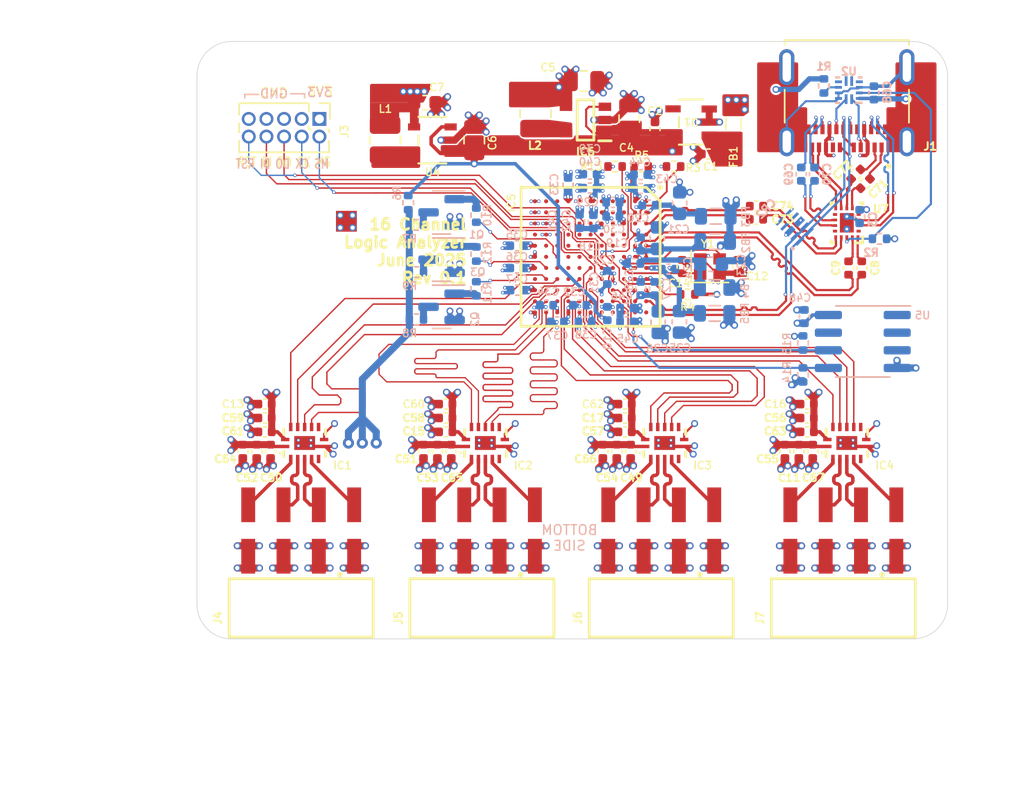
<source format=kicad_pcb>
(kicad_pcb (version 20241229) (generator "pcbnew") (generator_version "9.0")
  (title_block (title "16 Channel Logic Analyzer ") (rev "v0.1") (company "Riesi"))
  (layers (0 "F.Cu" signal) (4 "In1.Cu" signal) (6 "In2.Cu" signal) (2 "B.Cu" signal) (13 "F.Paste" user) (15 "B.Paste" user) (5 "F.SilkS" user "F.Silkscreen") (7 "B.SilkS" user "B.Silkscreen") (1 "F.Mask" user) (3 "B.Mask" user) (25 "Edge.Cuts" user))
  (net 0 "")
  (net 1 "GND")
  (net 2 "+1V8")
  (net 3 "VBUS")
  (net 18 "VIO")
  (net 24 "Net-(Q1-B)")
  (net 25 "Net-(Q1-C)")
  (net 26 "Net-(Q2-B)")
  (net 27 "Net-(Q2-C)")
  (net 28 "Net-(Q3-B)")
  (net 29 "Net-(Q3-C)")
  (net 30 "VS1")
  (net 31 "VS2")
  (net 32 "VS3")
  (net 68 "/USB-C/VBUS_IN")
  (net 69 "+1V2")
  (net 70 "/USB-C/SS_TX-")
  (net 71 "/USB-C/SS_TX+")
  (net 72 "Net-(IC5-XTALIN)")
  (net 73 "Net-(IC5-XTALOUT)")
  (net 74 "/U3TX_VDDQ")
  (net 75 "/U3RX_VDDQ")
  (net 76 "/CVDDQ")
  (net 77 "/AVDD")
  (net 78 "/USB-C/SS_RX+")
  (net 79 "/USB-C/SS_RX-")
  (net 80 "/Signal Input/CH0")
  (net 81 "/Signal Input/CH2")
  (net 82 "/Signal Input/CH3")
  (net 83 "/Signal Input/CH1")
  (net 84 "/Signal Input/CH5")
  (net 85 "/Signal Input/CH6")
  (net 86 "/Signal Input/CH4")
  (net 87 "/Signal Input/CH7")
  (net 90 "Net-(IC5-FSLC[0])")
  (net 91 "Net-(IC5-R_USB3)")
  (net 92 "Net-(IC5-TRST#)")
  (net 93 "Net-(IC5-R_USB2)")
  (net 94 "Net-(IC5-TDO)")
  (net 95 "/I2C_SCL")
  (net 96 "/I2C_SDA")
  (net 97 "Net-(IC5-TDI)")
  (net 98 "Net-(IC5-TMS)")
  (net 99 "Net-(IC5-TCK)")
  (net 101 "Net-(U4-LX)")
  (net 102 "/USB-C/SSD-")
  (net 103 "/USB-C/SSD+")
  (net 105 "Net-(IC6-Lx)")
  (net 110 "Net-(IC5-RESET#)")
  (net 111 "/USB-C/CC2")
  (net 112 "/USB-C/CC1")
  (net 113 "/Signal Input/CH11")
  (net 114 "/Signal Input/CH8")
  (net 115 "/Signal Input/CH9")
  (net 116 "/Signal Input/CH10")
  (net 117 "/Signal Input/CH15")
  (net 118 "/Signal Input/CH14")
  (net 119 "/Signal Input/CH13")
  (net 120 "/Signal Input/CH12")
  (net 121 "IN2")
  (net 122 "IN0")
  (net 123 "IN3")
  (net 124 "IN1")
  (net 125 "IN4")
  (net 126 "IN7")
  (net 127 "IN5")
  (net 128 "IN6")
  (net 129 "IN11")
  (net 130 "IN10")
  (net 131 "IN8")
  (net 132 "IN9")
  (net 133 "IN13")
  (net 134 "IN15")
  (net 135 "IN12")
  (net 136 "IN14")
  (net 139 "/USB-C/SS_RX1+")
  (net 140 "/USB-C/SS_TX1+")
  (net 141 "/USB-C/SS_RX1-")
  (net 142 "/USB-C/SS_TX2+")
  (net 143 "/USB-C/SS_RX2+")
  (net 144 "/USB-C/SS_TX1-")
  (net 145 "/USB-C/SS_RX2-")
  (net 146 "/USB-C/SS_TX2-")
  (net 147 "Net-(U2-VBUS_DET)")
  (net 149 "/USB-C/USB_FLIPPER")
  (net 154 "/USB-C/VBUS_CON_IN")
  (net 160 "/USB-C/SS_REDRIVE_TX+")
  (net 161 "/USB-C/SS_REDRIVE_TX-")
  (net 162 "/USB-C/SS_REDRIVE_RX+")
  (net 163 "/USB-C/SS_REDRIVE_RX-")
  (net 164 "/USB-C/SS_REDRIVE_TX2+")
  (net 165 "/USB-C/SS_REDRIVE_TX2-")
  (net 166 "/USB-C/SS_REDRIVE_TX1+")
  (net 167 "/USB-C/SS_REDRIVE_TX1-")
  (footprint "MountingHole:MountingHole_2.2mm_M2" (layer "F.Cu") (at 113.9 82.6)
    (property "Reference" "H1" (hide yes))
    (property "Value" "MountingHole")
  )
  (footprint "MountingHole:MountingHole_2.2mm_M2" (layer "F.Cu") (at 160.4 79.6)
    (property "Reference" "H2" (hide yes))
    (property "Value" "MountingHole")
  )
  (footprint "TestPoint:TestPoint_Pad_1.5x1.5mm" (layer "F.Cu") (at 120.153 76.0395)
    (property "Reference" "TP1" (hide yes))
    (property "Value" "TestPoint")
  )
  (footprint "Capacitor_SMD:C_0402_1005Metric" (layer "F.Cu") (at 114.3 89.2 180)
    (property "Reference" "C13")
    (property "Value" "100n")
  )
  (footprint "Capacitor_SMD:C_0402_1005Metric" (layer "F.Cu") (at 153.3 89.2 180)
    (property "Reference" "C16")
    (property "Value" "100n")
  )
  (footprint "Inductor_SMD:L_0805_2012Metric" (layer "F.Cu") (at 148 69 -90)
    (property "Reference" "FB1")
    (property "Value" "BLM21PG221SN1D")
  )
  (footprint "Capacitor_SMD:C_0402_1005Metric" (layer "F.Cu") (at 127.3 89.2 180)
    (property "Reference" "C60")
    (property "Value" "1n")
  )
  (footprint "Capacitor_SMD:C_0805_2012Metric" (layer "F.Cu") (at 140.5 68.65 90)
    (property "Reference" "C4")
    (property "Value" "10uF")
  )
  (footprint "Capacitor_SMD:C_0402_1005Metric" (layer "F.Cu") (at 144.3 79.3 90)
    (property "Reference" "C14")
    (property "Value" "10p")
  )
  (footprint "Inductor_SMD:L_1008_2520Metric" (layer "F.Cu") (at 122.93555 70.2 90)
    (property "Reference" "L1")
    (property "Value" "2.2u")
  )
  (footprint "Capacitor_SMD:C_0402_1005Metric" (layer "F.Cu") (at 140.2 89.2 180)
    (property "Reference" "C62")
    (property "Value" "1n")
  )
  (footprint "Capacitor_SMD:C_0402_1005Metric" (layer "F.Cu") (at 149.65 75.9)
    (property "Reference" "C73")
    (property "Value" "100n 25V")
  )
  (footprint "Snapeda:10152803-00011LF_AMPHENOL_10152803-00011LF" (layer "F.Cu") (at 156.15 64.9525 180)
    (property "Reference" "J1")
    (property "Value" "10152803-00011LF")
  )
  (footprint "Crystal:Crystal_SMD_2016-4Pin_2.0x1.6mm" (layer "F.Cu") (at 146.3 79.3)
    (property "Reference" "Y1")
    (property "Value" "19.200 MHz")
  )
  (footprint "Capacitor_SMD:C_0402_1005Metric" (layer "F.Cu") (at 127.7 92.6 -90)
    (property "Reference" "C65")
    (property "Value" "1n")
  )
  (footprint "Capacitor_SMD:C_0402_1005Metric" (layer "F.Cu") (at 148.3 79.3 -90)
    (property "Reference" "C12")
    (property "Value" "10p")
  )
  (footprint "Capacitor_SMD:C_0402_1005Metric" (layer "F.Cu") (at 153.3 91.2 180)
    (property "Reference" "C63")
    (property "Value" "1n")
  )
  (footprint "Capacitor_SMD:C_0402_1005Metric" (layer "F.Cu") (at 114.7 92.6 -90)
    (property "Reference" "C50")
    (property "Value" "100n")
  )
  (footprint "Capacitor_SMD:C_0402_1005Metric" (layer "F.Cu") (at 153.7 92.6 -90)
    (property "Reference" "C67")
    (property "Value" "1n")
  )
  (footprint "NCP360:TSOP5_3X1P5_ONS" (layer "F.Cu") (at 144.95 68.9 180)
    (property "Reference" "U1")
    (property "Value" "NCP360SNT1G")
  )
  (footprint "Capacitor_SMD:C_0402_1005Metric" (layer "F.Cu") (at 157.471752 73.321752 45)
    (property "Reference" "C71")
    (property "Value" "100n 25V")
  )
  (footprint "TXU0104:TXU0104QWBQARQ1" (layer "F.Cu") (at 117.15 92 90)
    (property "Reference" "IC1")
    (property "Value" "TXU0104QWBQARQ1" (hide yes))
  )
  (footprint "Capacitor_SMD:C_0402_1005Metric" (layer "F.Cu") (at 114.3 91.2 180)
    (property "Reference" "C61")
    (property "Value" "1n")
  )
  (footprint "Snapeda:6101XX249121_610108249121_610108249121" (layer "F.Cu") (at 129.9 104.6)
    (property "Reference" "J5")
    (property "Value" "6101XX249121_610108249121")
  )
  (footprint "Capacitor_SMD:C_0402_1005Metric" (layer "F.Cu") (at 156.275 79.405 90)
    (property "Reference" "C9")
    (property "Value" "100n 25V")
  )
  (footprint "Capacitor_SMD:C_0402_1005Metric" (layer "F.Cu") (at 125.7 92.6 -90)
    (property "Reference" "C51")
    (property "Value" "100n")
  )
  (footprint "Capacitor_SMD:C_0805_2012Metric" (layer "F.Cu") (at 137.25 65.95)
    (property "Reference" "C5")
    (property "Value" "10uF")
  )
  (footprint "Capacitor_SMD:C_0402_1005Metric" (layer "F.Cu") (at 151.7 92.6 -90)
    (property "Reference" "C55")
    (property "Value" "10n")
  )
  (footprint "Capacitor_SMD:C_0603_1608Metric" (layer "F.Cu") (at 125.8 67.5)
    (property "Reference" "C7")
    (property "Value" "22u")
  )
  (footprint "Capacitor_SMD:C_0402_1005Metric" (layer "F.Cu") (at 127.3 91.2 180)
    (property "Reference" "C15")
    (property "Value" "100n")
  )
  (footprint "Resistor_SMD:R_0402_1005Metric" (layer "F.Cu") (at 144.71 81.3 180)
    (property "Reference" "R4")
    (property "Value" "6.04k 1%")
  )
  (footprint "Capacitor_SMD:C_0402_1005Metric" (layer "F.Cu") (at 112.7 92.6 -90)
    (property "Reference" "C64")
    (property "Value" "1n")
  )
  (footprint "Capacitor_SMD:C_0402_1005Metric" (layer "F.Cu") (at 156.8 72.65 45)
    (property "Reference" "C72")
    (property "Value" "100n 25V")
  )
  (footprint "SC189:SOT_CSKTRT_SEM" (layer "F.Cu") (at 126.33555 70.2 180)
    (property "Reference" "U4")
    (property "Value" "SC189CSKTRT")
  )
  (footprint "Snapeda:6101XX249121_610108249121_610108249121" (layer "F.Cu") (at 155.9 104.6)
    (property "Reference" "J7")
    (property "Value" "6101XX249121_610108249121")
  )
  (footprint "Resistor_SMD:R_0402_1005Metric" (layer "F.Cu") (at 143.69 72.1)
    (property "Reference" "R3")
    (property "Value" "200R 1%")
  )
  (footprint "CYUSB301X:BGA121C80P11X11_1000X1000X120" (layer "F.Cu") (at 137.720157 78.6 -90)
    (property "Reference" "IC5")
    (property "Value" "CYUSB3014-BZXC" (hide yes))
  )
  (footprint "Snapeda:6101XX249121_610108249121_610108249121" (layer "F.Cu") (at 116.9 104.6)
    (property "Reference" "J4")
    (property "Value" "6101XX249121_610108249121")
  )
  (footprint "Capacitor_SMD:C_0402_1005Metric" (layer "F.Cu") (at 140.6 92.6 -90)
    (property "Reference" "C49")
    (property "Value" "100n")
  )
  (footprint "TXU0104:TXU0104QWBQARQ1" (layer "F.Cu") (at 143.05 92 90)
    (property "Reference" "IC3")
    (property "Value" "TXU0104QWBQARQ1" (hide yes))
  )
  (footprint "TXU0104:TXU0104QWBQARQ1" (layer "F.Cu") (at 130.15 92 90)
    (property "Reference" "IC2")
    (property "Value" "TXU0104QWBQARQ1" (hide yes))
  )
  (footprint "Capacitor_SMD:C_0402_1005Metric" (layer "F.Cu") (at 149.65 74.95)
    (property "Reference" "C74")
    (property "Value" "100n 25V")
  )
  (footprint "Resistor_SMD:R_0402_1005Metric" (layer "F.Cu") (at 141.36 72.1)
    (property "Reference" "R5")
    (property "Value" "10k")
  )
  (footprint "Capacitor_SMD:C_0402_1005Metric" (layer "F.Cu") (at 142.35 69.4 90)
    (property "Reference" "C2")
    (property "Value" "1u")
  )
  (footprint "Snapeda:6101XX249121_610108249121_610108249121" (layer "F.Cu") (at 142.8 104.6)
    (property "Reference" "J6")
    (property "Value" "6101XX249121_610108249121")
  )
  (footprint "Capacitor_SMD:C_0402_1005Metric" (layer "F.Cu") (at 157.225 79.405 90)
    (property "Reference" "C8")
    (property "Value" "100n 25V")
  )
  (footprint "Capacitor_SMD:C_0402_1005Metric" (layer "F.Cu") (at 114.3 90.2 180)
    (property "Reference" "C59")
    (property "Value" "10n")
  )
  (footprint "Resistor_SMD:R_0402_1005Metric" (layer "F.Cu") (at 139.4796 72.1)
    (property "Reference" "R13")
    (property "Value" "100k")
  )
  (footprint "TXU0104:TXU0104QWBQARQ1" (layer "F.Cu") (at 156.15 92 90)
    (property "Reference" "IC4")
    (property "Value" "TXU0104QWBQARQ1" (hide yes))
  )
  (footprint "Samacsys:SOT95P280X130-5N" (layer "F.Cu") (at 137.35 68.75 180)
    (property "Reference" "IC6")
    (property "Value" "XC9285B18CMR-G" (hide yes))
  )
  (footprint "Capacitor_SMD:C_0402_1005Metric" (layer "F.Cu") (at 152.7 92.6 -90)
    (property "Reference" "C11")
    (property "Value" "100n")
  )
  (footprint "Inductor_SMD:L_1008_2520Metric" (layer "F.Cu") (at 133.76 68.29 90)
    (property "Reference" "L2")
    (property "Value" "2.2u")
  )
  (footprint "Capacitor_SMD:C_0402_1005Metric" (layer "F.Cu") (at 140.2 91.2 180)
    (property "Reference" "C57")
    (property "Value" "10n")
  )
  (footprint "Capacitor_SMD:C_0402_1005Metric" (layer "F.Cu") (at 138.6 92.6 -90)
    (property "Reference" "C66")
    (property "Value" "1n")
  )
  (footprint "Snapeda:RWQ0018A" (layer "F.Cu") (at 156.15 76.15 180)
    (property "Reference" "U7")
    (property "Value" "TUSB542RWQR")
  )
  (footprint "Capacitor_SMD:C_0402_1005Metric" (layer "F.Cu") (at 127.3 90.2 180)
    (property "Reference" "C58")
    (property "Value" "10n")
  )
  (footprint "Capacitor_SMD:C_0402_1005Metric" (layer "F.Cu") (at 113.7 92.6 -90)
    (property "Reference" "C52")
    (property "Value" "10n")
  )
  (footprint "Capacitor_SMD:C_0805_2012Metric" (layer "F.Cu") (at 129.35 70.2 90)
    (property "Reference" "C6")
    (property "Value" "10uF")
  )
  (footprint "Capacitor_SMD:C_0402_1005Metric" (layer "F.Cu") (at 139.6 92.6 -90)
    (property "Reference" "C54")
    (property "Value" "10n")
  )
  (footprint "Capacitor_SMD:C_0402_1005Metric" (layer "F.Cu") (at 140.2 90.2 180)
    (property "Reference" "C17")
    (property "Value" "100n")
  )
  (footprint "Capacitor_SMD:C_0402_1005Metric" (layer "F.Cu") (at 146.2 71.2 180)
    (property "Reference" "C1")
    (property "Value" "1u")
  )
  (footprint "Capacitor_SMD:C_0402_1005Metric" (layer "F.Cu") (at 153.3 90.2 180)
    (property "Reference" "C56")
    (property "Value" "10n")
  )
  (footprint "Capacitor_SMD:C_0402_1005Metric" (layer "F.Cu") (at 126.7 92.6 -90)
    (property "Reference" "C53")
    (property "Value" "10n")
  )
  (footprint "Connector_PinHeader_1.27mm:PinHeader_2x05_P1.27mm_Vertical" (layer "F.Cu") (at 118.21 68.675 -90)
    (property "Reference" "J3")
    (property "Value" "Conn_ARM_JTAG_SWD_10")
  )
  (footprint "Package_TO_SOT_SMD:SOT-23" (layer "B.Cu") (at 127 82.2 180)
    (property "Reference" "Q2")
    (property "Value" "MMBT3904")
  )
  (footprint "Capacitor_SMD:C_0402_1005Metric" (layer "B.Cu") (at 153.825 72.65 90)
    (property "Reference" "C70")
    (property "Value" "100n 25V")
  )
  (footprint "Capacitor_SMD:C_0603_1608Metric" (layer "B.Cu") (at 142.5784 83.3008 -90)
    (property "Reference" "C26")
    (property "Value" "22u")
  )
  (footprint "Capacitor_SMD:C_0402_1005Metric" (layer "B.Cu") (at 142.320157 80.882216 90)
    (property "Reference" "C27")
    (property "Value" "100n")
  )
  (footprint "Capacitor_SMD:C_0402_1005Metric" (layer "B.Cu") (at 132.4184 79.4 180)
    (property "Reference" "C36")
    (property "Value" "100n")
  )
  (footprint "Inductor_SMD:L_0805_2012Metric" (layer "B.Cu") (at 146.6424 80.8116)
    (property "Reference" "FB4")
    (property "Value" "MPZ2012S601A")
  )
  (footprint "Capacitor_SMD:C_0402_1005Metric" (layer "B.Cu") (at 140.320157 83.282216)
    (property "Reference" "C45")
    (property "Value" "100n")
  )
  (footprint "Capacitor_SMD:C_0603_1608Metric" (layer "B.Cu") (at 144.1024 83.2796 -90)
    (property "Reference" "C25")
    (property "Value" "22u")
  )
  (footprint "Resistor_SMD:R_0402_1005Metric" (layer "B.Cu") (at 125.19 83.1)
    (property "Reference" "R8")
    (property "Value" "560")
  )
  (footprint "Capacitor_SMD:C_0402_1005Metric" (layer "B.Cu") (at 137.67 72.65 180)
    (property "Reference" "C39")
    (property "Value" "100n")
  )
  (footprint "Resistor_SMD:R_0402_1005Metric" (layer "B.Cu") (at 129.5 78.4 90)
    (property "Reference" "R12")
    (property "Value" "1k")
  )
  (footprint "Capacitor_SMD:C_0402_1005Metric" (layer "B.Cu") (at 139.320157 75.682216 180)
    (property "Reference" "C30")
    (property "Value" "10n")
  )
  (footprint "Capacitor_SMD:C_0402_1005Metric" (layer "B.Cu") (at 137.920157 76.082216 90)
    (property "Reference" "C42")
    (property "Value" "10n")
  )
  (footprint "Package_SO:SOIC-8_3.9x4.9mm_P1.27mm" (layer "B.Cu") (at 157.3 84.69225 180)
    (property "Reference" "U5")
    (property "Value" "M24M02-DR")
  )
  (footprint "Capacitor_SMD:C_0402_1005Metric" (layer "B.Cu") (at 134.55 82.082216 180)
    (property "Reference" "C34")
    (property "Value" "100n")
  )
  (footprint "Capacitor_SMD:C_0603_1608Metric" (layer "B.Cu") (at 146.3884 79.1352)
    (property "Reference" "C23")
    (property "Value" "22u")
  )
  (footprint "Capacitor_SMD:C_0402_1005Metric" (layer "B.Cu") (at 141.320157 77.682216 90)
    (property "Reference" "C18")
    (property "Value" "100n")
  )
  (footprint "Capacitor_SMD:C_0402_1005Metric" (layer "B.Cu") (at 152.875 72.65 90)
    (property "Reference" "C69")
    (property "Value" "100n 25V")
  )
  (footprint "Capacitor_SMD:C_0402_1005Metric" (layer "B.Cu") (at 136.9396 82.0816)
    (property "Reference" "C38")
    (property "Value" "10n")
  )
  (footprint "Resistor_SMD:R_0402_1005Metric" (layer "B.Cu") (at 154.5 66.3 90)
    (property "Reference" "R1")
    (property "Value" "900k")
  )
  (footprint "Capacitor_SMD:C_0402_1005Metric" (layer "B.Cu") (at 140.820157 79.082216 180)
    (property "Reference" "C22")
    (property "Value" "100n")
  )
  (footprint "Capacitor_SMD:C_0402_1005Metric" (layer "B.Cu") (at 141.920157 74.882216 180)
    (property "Reference" "C20")
    (property "Value" "100n")
  )
  (footprint "Inductor_SMD:L_0805_2012Metric" (layer "B.Cu") (at 146.6424 82.67)
    (property "Reference" "FB5")
    (property "Value" "MPZ2012S601A")
  )
  (footprint "Capacitor_SMD:C_0402_1005Metric" (layer "B.Cu") (at 141.320157 80.882216 90)
    (property "Reference" "C28")
    (property "Value" "10n")
  )
  (footprint "Snapeda:RWB0012A" (layer "B.Cu") (at 156.3 66.6 90)
    (property "Reference" "U2")
    (property "Value" "TUSB321RWBR")
  )
  (footprint "Package_TO_SOT_SMD:SOT-23" (layer "B.Cu") (at 127 78.8 180)
    (property "Reference" "Q3")
    (property "Value" "MMBT3904")
  )
  (footprint "Resistor_SMD:R_0402_1005Metric" (layer "B.Cu") (at 124.6 74.7 -90)
    (property "Reference" "R6")
    (property "Value" "1k")
  )
  (footprint "Resistor_SMD:R_0402_1005Metric" (layer "B.Cu") (at 125.18 76.3)
    (property "Reference" "R7")
    (property "Value" "2k")
  )
  (footprint "Resistor_SMD:R_0402_1005Metric" (layer "B.Cu") (at 153 87.1 90)
    (property "Reference" "R14")
    (property "Value" "2k")
  )
  (footprint "Capacitor_SMD:C_0402_1005Metric" (layer "B.Cu") (at 137.67 73.65 180)
    (property "Reference" "C40")
    (property "Value" "10n")
  )
  (footprint "Capacitor_SMD:C_0402_1005Metric" (layer "B.Cu") (at 132.4384 81 180)
    (property "Reference" "C47")
    (property "Value" "100n")
  )
  (footprint "Resistor_SMD:R_0402_1005Metric" (layer "B.Cu") (at 129.5 80.9 -90)
    (property "Reference" "R11")
    (property "Value" "1k")
  )
  (footprint "Inductor_SMD:L_0805_2012Metric" (layer "B.Cu") (at 146.720157 75.682216)
    (property "Reference" "FB3")
    (property "Value" "MPZ2012S601A")
  )
  (footprint "Capacitor_SMD:C_0402_1005Metric" (layer "B.Cu") (at 141.320157 72.682216)
    (property "Reference" "C43")
    (property "Value" "100n")
  )
  (footprint "Package_TO_SOT_SMD:SOT-23" (layer "B.Cu") (at 127 75.4 180)
    (property "Reference" "Q1")
    (property "Value" "MMBT3904")
  )
  (footprint "Resistor_SMD:R_0402_1005Metric" (layer "B.Cu") (at 158.5 77.3)
    (property "Reference" "R2")
    (property "Value" "47k")
  )
  (footprint "Resistor_SMD:R_0402_1005Metric" (layer "B.Cu") (at 153 84.8 -90)
    (property "Reference" "R15")
    (property "Value" "2k")
  )
  (footprint "Capacitor_SMD:C_0402_1005Metric" (layer "B.Cu") (at 158.1 66.8 90)
    (property "Reference" "C68")
    (property "Value" "1u")
  )
  (footprint "Capacitor_SMD:C_0402_1005Metric" (layer "B.Cu") (at 157.071999 75.7 -90)
    (property "Reference" "C3")
    (property "Value" "1u")
  )
  (footprint "Capacitor_SMD:C_0603_1608Metric" (layer "B.Cu") (at 142.520157 77.257216 90)
    (property "Reference" "C19")
    (property "Value" "22u")
  )
  (footprint "Capacitor_SMD:C_0402_1005Metric" (layer "B.Cu") (at 137.320157 83.282216 180)
    (property "Reference" "C32")
    (property "Value" "100n")
  )
  (footprint "Capacitor_SMD:C_0402_1005Metric" (layer "B.Cu") (at 138.920157 82.682216 90)
    (property "Reference" "C10")
    (property "Value" "100n")
  )
  (footprint "Capacitor_SMD:C_0402_1005Metric" (layer "B.Cu") (at 139.320157 74.682216 180)
    (property "Reference" "C29")
    (property "Value" "100n")
  )
  (footprint "Capacitor_SMD:C_0402_1005Metric" (layer "B.Cu") (at 136.920157 76.055 90)
    (property "Reference" "C41")
    (property "Value" "100n")
  )
  (footprint "Capacitor_SMD:C_0402_1005Metric" (layer "B.Cu") (at 135.325 83.282216 180)
    (property "Reference" "C37")
    (property "Value" "100n")
  )
  (footprint "Capacitor_SMD:C_0603_1608Metric" (layer "B.Cu") (at 144.120157 74.732216 90)
    (property "Reference" "C21")
    (property "Value" "22u")
  )
  (footprint "Capacitor_SMD:C_0402_1005Metric" (layer "B.Cu") (at 140.320157 82.282216)
    (property "Reference" "C46")
    (property "Value" "10n")
  )
  (footprint "Inductor_SMD:L_0805_2012Metric" (layer "B.Cu") (at 146.6775 77.5)
    (property "Reference" "FB2")
    (property "Value" "MPZ2012S601A")
  )
  (footprint "Resistor_SMD:R_0402_1005Metric" (layer "B.Cu") (at 129.5 75.6 90)
    (property "Reference" "R10")
    (property "Value" "1k")
  )
  (footprint "Capacitor_SMD:C_0402_1005Metric" (layer "B.Cu") (at 132.4184 77.8 180)
    (property "Reference" "C35")
    (property "Value" "10n")
  )
  (footprint "Capacitor_SMD:C_0402_1005Metric" (layer "B.Cu") (at 141.320157 73.682216)
    (property "Reference" "C44")
    (property "Value" "10n")
  )
  (footprint "Resistor_SMD:R_0402_1005Metric" (layer "B.Cu") (at 125.19 79.7)
    (property "Reference" "R9")
    (property "Value" "270")
  )
  (footprint "Capacitor_SMD:C_0402_1005Metric" (layer "B.Cu") (at 153.1 82.9 90)
    (property "Reference" "C48")
    (property "Value" "100n")
  )
  (footprint "Capacitor_SMD:C_0402_1005Metric" (layer "B.Cu") (at 138.920157 80.082216 90)
    (property "Reference" "C31")
    (property "Value" "100n")
  )
  (footprint "SP3010:UDFEN-10_MO229_LTF" (layer "B.Cu") (at 152.397829 76.41533 45)
    (property "Reference" "CR2")
    (property "Value" "SP3010-04UTG")
  )
  (footprint "Capacitor_SMD:C_0402_1005Metric" (layer "B.Cu") (at 143.320157 79.482216)
    (property "Reference" "C24")
    (property "Value" "100n")
  )
  (footprint "Capacitor_SMD:C_0402_1005Metric" (layer "B.Cu") (at 136.1 73.4 90)
    (property "Reference" "C33")
    (property "Value" "10n")
  )
  (gr_line (start 113.8436 66.9116) (end 112.8436 66.9116) (stroke (width 0.1016)) (layer "F.SilkS"))
  (gr_line (start 117.1436 66.8616) (end 117.1436 67.1616) (stroke (width 0.1016)) (layer "F.SilkS"))
  (gr_line (start 116.1436 66.8616) (end 117.1436 66.8616) (stroke (width 0.1016)) (layer "F.SilkS"))
  (gr_line (start 112.8436 66.9116) (end 112.8436 67.1616) (stroke (width 0.1016)) (layer "F.SilkS"))
  (gr_line (start 117.1436 66.8616) (end 117.1436 67.1616) (stroke (width 0.1016)) (layer "B.SilkS"))
  (gr_line (start 113.8436 66.9116) (end 112.8436 66.9116) (stroke (width 0.1016)) (layer "B.SilkS"))
  (gr_line (start 116.1436 66.8616) (end 117.1436 66.8616) (stroke (width 0.1016)) (layer "B.SilkS"))
  (gr_line (start 112.8436 66.9116) (end 112.8436 67.1616) (stroke (width 0.1016)) (layer "B.SilkS"))
  (gr_arc (start 109.4 65.6) (mid 110.132233 63.832233) (end 111.9 63.1) (stroke (width 0.05)) (layer "Edge.Cuts"))
  (gr_line (start 109.4 103.6) (end 109.4 65.6) (stroke (width 0.05)) (layer "Edge.Cuts"))
  (gr_arc (start 160.9 63.1) (mid 162.667767 63.832233) (end 163.4 65.6) (stroke (width 0.05)) (layer "Edge.Cuts"))
  (gr_arc (start 111.9 106.1) (mid 110.132233 105.367767) (end 109.4 103.6) (stroke (width 0.05)) (layer "Edge.Cuts"))
  (gr_line (start 160.9 106.1) (end 111.9 106.1) (stroke (width 0.05)) (layer "Edge.Cuts"))
  (gr_arc (start 163.4 103.6) (mid 162.667767 105.367767) (end 160.9 106.1) (stroke (width 0.05)) (layer "Edge.Cuts"))
  (gr_line (start 163.4 65.6) (end 163.4 103.6) (stroke (width 0.05)) (layer "Edge.Cuts"))
  (gr_line (start 111.9 63.1) (end 160.9 63.1) (stroke (width 0.05)) (layer "Edge.Cuts"))
  (gr_text "RST DI DO CK MS" (at 115.6768 71.7692 0) (layer "F.SilkS") (effects (font (size 0.66 0.5) (thickness 0.1))))
  (gr_text "3V3" (at 118.252 66.6864 0) (layer "F.SilkS") (effects (font (size 0.66 0.66) (thickness 0.1))))
  (gr_text "16 Channel\nLogic Analyzer\nJune 2025\nRev 0.1" (at 128.9 80.6 0) (layer "F.SilkS") (effects (font (size 0.8 0.8) (thickness 0.2) (bold yes)) (justify right bottom)))
  (gr_text "GND\n" (at 114.952 66.7864 0) (layer "F.SilkS") (effects (font (size 0.66 0.66) (thickness 0.1))))
  (gr_text "MS CK DO DI RST" (at 115.5436 71.9116 0) (layer "B.SilkS") (effects (font (size 0.66 0.5) (thickness 0.1)) (justify mirror)))
  (gr_text "GND\n" (at 114.9436 66.8616 0) (layer "B.SilkS") (effects (font (size 0.66 0.66) (thickness 0.1)) (justify mirror)))
  (gr_text "BOTTOM\nSIDE" (at 136.2 99.8 0) (layer "B.SilkS") (effects (font (size 0.7 0.7) (thickness 0.1) (bold yes)) (justify bottom mirror)))
  (gr_text "3V3" (at 118.2436 66.7616 0) (layer "B.SilkS") (effects (font (size 0.66 0.66) (thickness 0.1)) (justify mirror)))
  (segment (start 133.720157 76.2) (end 133.4488 76.2) (width 0.1524) (layer "F.Cu") (net 1))
  (segment (start 117.38 99.4) (end 117.98 99.4) (width 0.508) (layer "F.Cu") (net 1))
  (segment (start 126.4 93.9) (end 126.4 93.8) (width 0.508) (layer "F.Cu") (net 1))
  (segment (start 138.9208 75.800643) (end 138.9208 76.0872) (width 0.254) (layer "F.Cu") (net 1))
  (segment (start 133.4488 75.4) (end 133.4472 75.4016) (width 0.1524) (layer "F.Cu") (net 1))
  (segment (start 144.65 92.25) (end 145.15 92.25) (width 0.254) (layer "F.Cu") (net 1))
  (segment (start 152.1 90.9) (end 152.35 91.15) (width 0.508) (layer "F.Cu") (net 1))
  (segment (start 126.77 91.15) (end 126.82 91.2) (width 0.508) (layer "F.Cu") (net 1))
  (segment (start 126.5 89.2) (end 126.82 89.2) (width 0.508) (layer "F.Cu") (net 1))
  (segment (start 126.77 90.15) (end 126.82 90.2) (width 0.508) (layer "F.Cu") (net 1))
  (segment (start 143.28 101) (end 143.88 101) (width 0.508) (layer "F.Cu") (net 1))
  (segment (start 155.44 99.4) (end 154.84 99.4) (width 0.508) (layer "F.Cu") (net 1))
  (segment (start 140.8 93.6) (end 140.6 93.4) (width 0.508) (layer "F.Cu") (net 1))
  (segment (start 142.65 68.2) (end 142.4 68.45) (width 0.508) (layer "F.Cu") (net 1))
  (segment (start 144.3 78.82) (end 144.3 78.8339) (width 0.381) (layer "F.Cu") (net 1))
  (segment (start 152.35 90.15) (end 152.77 90.15) (width 0.508) (layer "F.Cu") (net 1))
  (segment (start 127.7 93.4) (end 127.7 93.08) (width 0.508) (layer "F.Cu") (net 1))
  (segment (start 113 89.9) (end 113.1 89.9) (width 0.508) (layer "F.Cu") (net 1))
  (segment (start 134.520157 76.2) (end 134.791514 76.2) (width 0.1524) (layer "F.Cu") (net 1))
  (segment (start 133.991514 74.6) (end 133.993114 74.5984) (width 0.1524) (layer "F.Cu") (net 1))
  (segment (start 118.98 99.4) (end 118.38 99.4) (width 0.508) (layer "F.Cu") (net 1))
  (segment (start 139.8 93.65) (end 139.8 93.6) (width 0.508) (layer "F.Cu") (net 1))
  (segment (start 151.9 93.65) (end 151.9 93.6) (width 0.508) (layer "F.Cu") (net 1))
  (segment (start 127.84 99.4) (end 128.44 99.4) (width 0.508) (layer "F.Cu") (net 1))
  (segment (start 147 79.946) (end 147 79.85) (width 0.254) (layer "F.Cu") (net 1))
  (segment (start 138.55 93.13) (end 138.6 93.08) (width 0.508) (layer "F.Cu") (net 1))
  (segment (start 152.9 99.4) (end 152.3 99.4) (width 0.508) (layer "F.Cu") (net 1))
  (segment (start 140.55 93.55) (end 140.55 93.13) (width 0.508) (layer "F.Cu") (net 1))
  (segment (start 121.52 101) (end 120.92 101) (width 0.508) (layer "F.Cu") (net 1))
  (segment (start 118.55 92.25) (end 118.75 92.25) (width 0.254) (layer "F.Cu") (net 1))
  (segment (start 113 88.9) (end 113.1 88.9) (width 0.508) (layer "F.Cu") (net 1))
  (segment (start 148.45 79.85) (end 148.38 79.78) (width 0.381) (layer "F.Cu") (net 1))
  (segment (start 152.3 90.4) (end 152.5 90.2) (width 0.508) (layer "F.Cu") (net 1))
  (segment (start 112.4 93.9) (end 112.4 93.8) (width 0.508) (layer "F.Cu") (net 1))
  (segment (start 143.3 92.25) (end 143.05 92) (width 0.254) (layer "F.Cu") (net 1))
  (segment (start 113.25 89.4) (end 113.3 89.4) (width 0.508) (layer "F.Cu") (net 1))
  (segment (start 141.92 80.2) (end 142.0196 80.1004) (width 0.254) (layer "F.Cu") (net 1))
  (segment (start 146.5408 80.4052) (end 147 79.946) (width 0.254) (layer "F.Cu") (net 1))
  (segment (start 126.5 91.2) (end 126.82 91.2) (width 0.508) (layer "F.Cu") (net 1))
  (segment (start 138.520157 75.4) (end 138.9208 75.800643) (width 0.254) (layer "F.Cu") (net 1))
  (segment (start 140.920157 80.2) (end 140.5952 80.2) (width 0.254) (layer "F.Cu") (net 1))
  (segment (start 158.92 99.4) (end 159.52 99.4) (width 0.508) (layer "F.Cu") (net 1))
  (segment (start 138.55 93.55) (end 138.55 93.13) (width 0.508) (layer "F.Cu") (net 1))
  (segment (start 113.1 88.9) (end 113.35 89.15) (width 0.508) (layer "F.Cu") (net 1))
  (segment (start 139 89.9) (end 139.25 90.15) (width 0.508) (layer "F.Cu") (net 1))
  (segment (start 129.35 69.25) (end 129.777373 69.25) (width 0.508) (layer "F.Cu") (net 1))
  (segment (start 152.3 89.4) (end 152.5 89.2) (width 0.508) (layer "F.Cu") (net 1))
  (segment (start 133.720157 82.909043) (end 133.726314 82.9152) (width 0.254) (layer "F.Cu") (net 1))
  (segment (start 141.720157 74.6) (end 141.4468 74.6) (width 0.1524) (layer "F.Cu") (net 1))
  (segment (start 127.84 101) (end 128.44 101) (width 0.508) (layer "F.Cu") (net 1))
  (segment (start 140.3 93.9) (end 140.3 93.8) (width 0.508) (layer "F.Cu") (net 1))
  (segment (start 126.3 90.4) (end 126.5 90.2) (width 0.508) (layer "F.Cu") (net 1))
  (segment (start 146.25 68.9) (end 145.458931 68.9) (width 0.508) (layer "F.Cu") (net 1))
  (segment (start 127.4 93.9) (end 127.4 93.8) (width 0.508) (layer "F.Cu") (net 1))
  (segment (start 139.320157 80.347357) (end 139.4796 80.5068) (width 0.1524) (layer "F.Cu") (net 1))
  (segment (start 138.2 65.95) (end 138.687059 65.95) (width 0.508) (layer "F.Cu") (net 1))
  (segment (start 141.87 72.1) (end 142.3 72.1) (width 0.1524) (layer "F.Cu") (net 1))
  (segment (start 114.65 93.13) (end 114.7 93.08) (width 0.508) (layer "F.Cu") (net 1))
  (segment (start 113.65 93.55) (end 113.65 93.13) (width 0.508) (layer "F.Cu") (net 1))
  (segment (start 139.2 90.4) (end 139.4 90.2) (width 0.508) (layer "F.Cu") (net 1))
  (segment (start 126.25 89.4) (end 126.3 89.4) (width 0.508) (layer "F.Cu") (net 1))
  (segment (start 139 90.9) (end 139.25 91.15) (width 0.508) (layer "F.Cu") (net 1))
  (segment (start 151.3 101) (end 151.9 101) (width 0.508) (layer "F.Cu") (net 1))
  (segment (start 152.4 93.9) (end 152.4 93.8) (width 0.508) (layer "F.Cu") (net 1))
  (segment (start 138.2 65.95) (end 138.2 66.437059) (width 0.508) (layer "F.Cu") (net 1))
  (segment (start 139 88.9) (end 139.25 89.15) (width 0.508) (layer "F.Cu") (net 1))
  (segment (start 114.7 93.4) (end 114.7 93.08) (width 0.508) (layer "F.Cu") (net 1))
  (segment (start 133.720157 74.6) (end 133.4488 74.6) (width 0.1524) (layer "F.Cu") (net 1))
  (segment (start 142.4 68.87) (end 142.35 68.92) (width 0.508) (layer "F.Cu") (net 1))
  (segment (start 134.791514 76.2) (end 134.793114 76.1984) (width 0.1524) (layer "F.Cu") (net 1))
  (segment (start 152.9 93.65) (end 152.9 93.6) (width 0.508) (layer "F.Cu") (net 1))
  (segment (start 126.575 67.987059) (end 126.204843 68.357216) (width 0.508) (layer "F.Cu") (net 1))
  (segment (start 132.25 92.25) (end 132.3 92.2) (width 0.254) (layer "F.Cu") (net 1))
  (segment (start 139.55 93.55) (end 139.55 93.13) (width 0.508) (layer "F.Cu") (net 1))
  (segment (start 142.15 68.35) (end 142.15 68.4) (width 0.508) (layer "F.Cu") (net 1))
  (segment (start 140.5 67.7) (end 140.927373 67.7) (width 0.508) (layer "F.Cu") (net 1))
  (segment (start 152.5 91.2) (end 152.82 91.2) (width 0.508) (layer "F.Cu") (net 1))
  (segment (start 136.6488 74.6) (end 136.920157 74.6) (width 0.1524) (layer "F.Cu") (net 1))
  (segment (start 126.77 89.15) (end 126.82 89.2) (width 0.508) (layer "F.Cu") (net 1))
  (segment (start 140.74 99.4) (end 141.34 99.4) (width 0.508) (layer "F.Cu") (net 1))
  (segment (start 152.1 89.9) (end 152.35 90.15) (width 0.508) (layer "F.Cu") (net 1))
  (segment (start 125.4 93.9) (end 125.4 93.8) (width 0.508) (layer "F.Cu") (net 1))
  (segment (start 139.15 91.4) (end 139.2 91.4) (width 0.508) (layer "F.Cu") (net 1))
  (segment (start 151.65 93.13) (end 151.7 93.08) (width 0.508) (layer "F.Cu") (net 1))
  (segment (start 113.4 93.8) (end 113.65 93.55) (width 0.508) (layer "F.Cu") (net 1))
  (segment (start 153.15 70.7225) (end 153.15 69.5225) (width 0.254) (layer "F.Cu") (net 1))
  (segment (start 133.720157 82.6) (end 133.720157 82.909043) (width 0.254) (layer "F.Cu") (net 1))
  (segment (start 113.35 90.15) (end 113.77 90.15) (width 0.508) (layer "F.Cu") (net 1))
  (segment (start 144.45 92.25) (end 143.3 92.25) (width 0.254) (layer "F.Cu") (net 1))
  (segment (start 134.520157 77) (end 134.791514 77) (width 0.1524) (layer "F.Cu") (net 1))
  (segment (start 113.35 91.15) (end 113.77 91.15) (width 0.508) (layer "F.Cu") (net 1))
  (segment (start 140.5 67.7) (end 140.987059 67.7) (width 0.508) (layer "F.Cu") (net 1))
  (segment (start 144.3 78.8339) (end 144.712 79.2459) (width 0.381) (layer "F.Cu") (net 1))
  (segment (start 126.65 93.13) (end 126.7 93.08) (width 0.508) (layer "F.Cu") (net 1))
  (segment (start 153.7 93.4) (end 153.7 93.08) (width 0.508) (layer "F.Cu") (net 1))
  (segment (start 133.720157 75.4) (end 133.4488 75.4) (width 0.1524) (layer "F.Cu") (net 1))
  (segment (start 126.9 101) (end 126.3 101) (width 0.508) (layer "F.Cu") (net 1))
  (segment (start 131.55 92.25) (end 131.75 92.25) (width 0.254) (layer "F.Cu") (net 1))
  (segment (start 113.77 91.15) (end 113.82 91.2) (width 0.508) (layer "F.Cu") (net 1))
  (segment (start 156.38 99.4) (end 156.98 99.4) (width 0.508) (layer "F.Cu") (net 1))
  (segment (start 112.9 93.65) (end 112.9 93.6) (width 0.508) (layer "F.Cu") (net 1))
  (segment (start 134.52 101) (end 133.92 101) (width 0.508) (layer "F.Cu") (net 1))
  (segment (start 131.65 92.25) (end 132.2 92.8) (width 0.254) (layer "F.Cu") (net 1))
  (segment (start 152.77 89.15) (end 152.82 89.2) (width 0.508) (layer "F.Cu") (net 1))
  (segment (start 144.88 99.4) (end 144.28 99.4) (width 0.508) (layer "F.Cu") (net 1))
  (segment (start 140.987059 67.7) (end 141.357216 68.070157) (width 0.508) (layer "F.Cu") (net 1))
  (segment (start 160.52 99.4) (end 159.92 99.4) (width 0.508) (layer "F.Cu") (net 1))
  (segment (start 113.5 91.2) (end 113.82 91.2) (width 0.508) (layer "F.Cu") (net 1))
  (segment (start 113.9 101) (end 113.3 101) (width 0.508) (layer "F.Cu") (net 1))
  (segment (start 152.5 90.2) (end 152.82 90.2) (width 0.508) (layer "F.Cu") (net 1))
  (segment (start 140.5 67.7) (end 140.5 67.272627) (width 0.508) (layer "F.Cu") (net 1))
  (segment (start 113.5 90.2) (end 113.82 90.2) (width 0.508) (layer "F.Cu") (net 1))
  (segment (start 144.88 101) (end 144.28 101) (width 0.508) (layer "F.Cu") (net 1))
  (segment (start 139.8 99.4) (end 139.2 99.4) (width 0.508) (layer "F.Cu") (net 1))
  (segment (start 153.84 99.4) (end 154.44 99.4) (width 0.508) (layer "F.Cu") (net 1))
  (segment (start 139.320157 80.2) (end 139.320157 79.904243) (width 0.1524) (layer "F.Cu") (net 1))
  (segment (start 114.84 101) (end 115.44 101) (width 0.508) (layer "F.Cu") (net 1))
  (segment (start 139.67 90.15) (end 139.72 90.2) (width 0.508) (layer "F.Cu") (net 1))
  (segment (start 125.9 93.6) (end 125.7 93.4) (width 0.508) (layer "F.Cu") (net 1))
  (segment (start 126.25 91.4) (end 126.3 91.4) (width 0.508) (layer "F.Cu") (net 1))
  (segment (start 151.7 93.4) (end 151.7 93.08) (width 0.508) (layer "F.Cu") (net 1))
  (segment (start 159.15 70.7225) (end 159.15 69.5225) (width 0.254) (layer "F.Cu") (net 1))
  (segment (start 126.9 99.4) (end 126.3 99.4) (width 0.508) (layer "F.Cu") (net 1))
  (segment (start 125.3 99.4) (end 125.9 99.4) (width 0.508) (layer "F.Cu") (net 1))
  (segment (start 142.34 99.4) (end 141.74 99.4) (width 0.508) (layer "F.Cu") (net 1))
  (segment (start 133.991514 75.4) (end 133.993114 75.3984) (width 0.1524) (layer "F.Cu") (net 1))
  (segment (start 136.920157 74.277843) (end 136.920157 74.6) (width 0.1524) (layer "F.Cu") (net 1))
  (segment (start 113.3 89.4) (end 113.5 89.2) (width 0.508) (layer "F.Cu") (net 1))
  (segment (start 138.75 68.75) (end 139.45 68.75) (width 0.508) (layer "F.Cu") (net 1))
  (segment (start 138.6 93.4) (end 138.6 93.08) (width 0.508) (layer "F.Cu") (net 1))
  (segment (start 129.35 69.25) (end 129.837059 69.25) (width 0.508) (layer "F.Cu") (net 1))
  (segment (start 139.8 101) (end 139.2 101) (width 0.508) (layer "F.Cu") (net 1))
  (segment (start 151.3 99.4) (end 151.9 99.4) (width 0.508) (layer "F.Cu") (net 1))
  (segment (start 138.9 90.9) (end 139 90.9) (width 0.508) (layer "F.Cu") (net 1))
  (segment (start 139.4 90.2) (end 139.72 90.2) (width 0.508) (layer "F.Cu") (net 1))
  (segment (start 117.4 92.25) (end 117.15 92) (width 0.254) (layer "F.Cu") (net 1))
  (segment (start 129.35 68.762941) (end 129.720157 68.392784) (width 0.508) (layer "F.Cu") (net 1))
  (segment (start 138.8 93.65) (end 138.8 93.6) (width 0.508) (layer "F.Cu") (net 1))
  (segment (start 126.5 90.2) (end 126.82 90.2) (width 0.508) (layer "F.Cu") (net 1))
  (segment (start 146.8964 79.9988) (end 147 79.8952) (width 0.254) (layer "F.Cu") (net 1))
  (segment (start 152.1 88.9) (end 152.35 89.15) (width 0.508) (layer "F.Cu") (net 1))
  (segment (start 153.65 93.13) (end 153.7 93.08) (width 0.508) (layer "F.Cu") (net 1))
  (segment (start 138.8 93.6) (end 138.6 93.4) (width 0.508) (layer "F.Cu") (net 1))
  (segment (start 126.35 90.15) (end 126.77 90.15) (width 0.508) (layer "F.Cu") (net 1))
  (segment (start 127.65 93.55) (end 127.65 93.13) (width 0.508) (layer "F.Cu") (net 1))
  (segment (start 129.44 99.4) (end 128.84 99.4) (width 0.508) (layer "F.Cu") (net 1))
  (segment (start 145.22 70.7) (end 145.1 70.7) (width 0.508) (layer "F.Cu") (net 1))
  (segment (start 141.720157 80.2) (end 141.92 80.2) (width 0.254) (layer "F.Cu") (net 1))
  (segment (start 125.9 93.65) (end 125.9 93.6) (width 0.508) (layer "F.Cu") (net 1))
  (segment (start 113.65 93.13) (end 113.7 93.08) (width 0.508) (layer "F.Cu") (net 1))
  (segment (start 148.5892 79.4908) (end 148.3 79.78) (width 0.381) (layer "F.Cu") (net 1))
  (segment (start 114.9 93.6) (end 114.7 93.4) (width 0.508) (layer "F.Cu") (net 1))
  (segment (start 112.65 93.13) (end 112.7 93.08) (width 0.508) (layer "F.Cu") (net 1))
  (segment (start 145.82 99.4) (end 146.42 99.4) (width 0.508) (layer "F.Cu") (net 1))
  (segment (start 142.15 68.4) (end 142.35 68.6) (width 0.508) (layer "F.Cu") (net 1))
  (segment (start 138.2 65.95) (end 138.627373 65.95) (width 0.508) (layer "F.Cu") (net 1))
  (segment (start 113.1 89.9) (end 113.35 90.15) (width 0.508) (layer "F.Cu") (net 1))
  (segment (start 133.720157 75.4) (end 133.991514 75.4) (width 0.1524) (layer "F.Cu") (net 1))
  (segment (start 138.687059 65.95) (end 139.057216 66.320157) (width 0.508) (layer "F.Cu") (net 1))
  (segment (start 126 90.9) (end 126.1 90.9) (width 0.508) (layer "F.Cu") (net 1))
  (segment (start 133.411114 82.6) (end 133.404957 82.606157) (width 0.254) (layer "F.Cu") (net 1))
  (segment (start 138.3 93.8) (end 138.55 93.55) (width 0.508) (layer "F.Cu") (net 1))
  (segment (start 118.55 92.25) (end 118.65 92.25) (width 0.254) (layer "F.Cu") (net 1))
  (segment (start 152.77 91.15) (end 152.82 91.2) (width 0.508) (layer "F.Cu") (net 1))
  (segment (start 140.927373 67.7) (end 141.357216 67.270157) (width 0.508) (layer "F.Cu") (net 1))
  (segment (start 141.4468 74.6) (end 141.430302 74.583502) (width 0.1524) (layer "F.Cu") (net 1))
  (segment (start 113.77 89.15) (end 113.82 89.2) (width 0.508) (layer "F.Cu") (net 1))
  (segment (start 152.65 93.13) (end 152.7 93.08) (width 0.508) (layer "F.Cu") (net 1))
  (segment (start 130.38 99.4) (end 130.98 99.4) (width 0.508) (layer "F.Cu") (net 1))
  (segment (start 126.9 93.65) (end 126.9 93.6) (width 0.508) (layer "F.Cu") (net 1))
  (segment (start 138.2 99.4) (end 138.8 99.4) (width 0.508) (layer "F.Cu") (net 1))
  (segment (start 114.65 93.55) (end 114.65 93.13) (width 0.508) (layer "F.Cu") (net 1))
  (segment (start 134.520157 77) (end 134.2488 77) (width 0.1524) (layer "F.Cu") (net 1))
  (segment (start 147 68.9) (end 145.458931 68.9) (width 0.508) (layer "F.Cu") (net 1))
  (segment (start 139.67 89.15) (end 139.72 89.2) (width 0.508) (layer "F.Cu") (net 1))
  (segment (start 140.3 93.8) (end 140.55 93.55) (width 0.508) (layer "F.Cu") (net 1))
  (segment (start 151.4 93.8) (end 151.65 93.55) (width 0.508) (layer "F.Cu") (net 1))
  (segment (start 148.85 79.85) (end 148.45 79.85) (width 0.381) (layer "F.Cu") (net 1))
  (segment (start 152.25 90.4) (end 152.3 90.4) (width 0.508) (layer "F.Cu") (net 1))
  (segment (start 157.55 92.25) (end 157.65 92.25) (width 0.254) (layer "F.Cu") (net 1))
  (segment (start 131.98 101) (end 131.38 101) (width 0.508) (layer "F.Cu") (net 1))
  (segment (start 153.9 93.65) (end 153.9 93.6) (width 0.508) (layer "F.Cu") (net 1))
  (segment (start 159.15 69.5225) (end 159.25 69.4225) (width 0.254) (layer "F.Cu") (net 1))
  (segment (start 134.52 99.4) (end 133.92 99.4) (width 0.508) (layer "F.Cu") (net 1))
  (segment (start 140.608 79.4) (end 140.5972 79.3892) (width 0.254) (layer "F.Cu") (net 1))
  (segment (start 112.3 99.4) (end 112.9 99.4) (width 0.508) (layer "F.Cu") (net 1))
  (segment (start 138.2 66.377373) (end 138.629843 66.807216) (width 0.508) (layer "F.Cu") (net 1))
  (segment (start 141.720157 74.6) (end 141.720157 74.314557) (width 0.1524) (layer "F.Cu") (net 1))
  (segment (start 140.5952 80.2) (end 140.5464 80.1512) (width 0.254) (layer "F.Cu") (net 1))
  (segment (start 138.2 66.437059) (end 137.829843 66.807216) (width 0.508) (layer "F.Cu") (net 1))
  (segment (start 133.4488 74.6) (end 133.4472 74.6016) (width 0.1524) (layer "F.Cu") (net 1))
  (segment (start 131.75 92.25) (end 132.25 92.25) (width 0.254) (layer "F.Cu") (net 1))
  (segment (start 134.791514 77) (end 134.793114 76.9984) (width 0.1524) (layer "F.Cu") (net 1))
  (segment (start 113.77 90.15) (end 113.82 90.2) (width 0.508) (layer "F.Cu") (net 1))
  (segment (start 113.3 90.4) (end 113.5 90.2) (width 0.508) (layer "F.Cu") (net 1))
  (segment (start 157.98 101) (end 157.38 101) (width 0.508) (layer "F.Cu") (net 1))
  (segment (start 112.7 93.4) (end 112.7 93.08) (width 0.508) (layer "F.Cu") (net 1))
  (segment (start 152.25 89.4) (end 152.3 89.4) (width 0.508) (layer "F.Cu") (net 1))
  (segment (start 158.25 92.25) (end 158.3 92.2) (width 0.254) (layer "F.Cu") (net 1))
  (segment (start 127.65 93.13) (end 127.7 93.08) (width 0.508) (layer "F.Cu") (net 1))
  (segment (start 139.15 90.4) (end 139.2 90.4) (width 0.508) (layer "F.Cu") (net 1))
  (segment (start 141.720157 74.314557) (end 141.7148 74.3092) (width 0.1524) (layer "F.Cu") (net 1))
  (segment (start 126.35 89.15) (end 126.77 89.15) (width 0.508) (layer "F.Cu") (net 1))
  (segment (start 138.627373 65.95) (end 139.057216 65.520157) (width 0.508) (layer "F.Cu") (net 1))
  (segment (start 125.7 93.4) (end 125.7 93.08) (width 0.508) (layer "F.Cu") (net 1))
  (segment (start 139.15 89.4) (end 139.2 89.4) (width 0.508) (layer "F.Cu") (net 1))
  (segment (start 148.38 79.78) (end 148.3 79.78) (width 0.381) (layer "F.Cu") (net 1))
  (segment (start 140.5 67.7) (end 140.5 67.212941) (width 0.508) (layer "F.Cu") (net 1))
  (segment (start 139.25 89.15) (end 139.67 89.15) (width 0.508) (layer "F.Cu") (net 1))
  (segment (start 114.84 99.4) (end 115.44 99.4) (width 0.508) (layer "F.Cu") (net 1))
  (segment (start 113.35 89.15) (end 113.77 89.15) (width 0.508) (layer "F.Cu") (net 1))
  (segment (start 145.458931 68.9) (end 145.458639 68.900292) (width 0.508) (layer "F.Cu") (net 1))
  (segment (start 138.9 89.9) (end 139 89.9) (width 0.508) (layer "F.Cu") (net 1))
  (segment (start 118.98 101) (end 118.38 101) (width 0.508) (layer "F.Cu") (net 1))
  (segment (start 152.7 93.4) (end 152.7 93.08) (width 0.508) (layer "F.Cu") (net 1))
  (segment (start 113.25 91.4) (end 113.3 91.4) (width 0.508) (layer "F.Cu") (net 1))
  (segment (start 147 79.85) (end 146.85 79.85) (width 0.129) (layer "F.Cu") (net 1))
  (segment (start 126 89.9) (end 126.1 89.9) (width 0.508) (layer "F.Cu") (net 1))
  (segment (start 144.45 92.25) (end 144.65 92.25) (width 0.254) (layer "F.Cu") (net 1))
  (segment (start 126.575 67.5) (end 127.062059 67.5) (width 0.508) (layer "F.Cu") (net 1))
  (segment (start 145.82 101) (end 146.42 101) (width 0.508) (layer "F.Cu") (net 1))
  (segment (start 126.1 89.9) (end 126.35 90.15) (width 0.508) (layer "F.Cu") (net 1))
  (segment (start 147.42 99.4) (end 146.82 99.4) (width 0.508) (layer "F.Cu") (net 1))
  (segment (start 157.75 92.25) (end 158.25 92.25) (width 0.254) (layer "F.Cu") (net 1))
  (segment (start 126.7 93.4) (end 126.7 93.08) (width 0.508) (layer "F.Cu") (net 1))
  (segment (start 126.575 67.5) (end 126.575 67.987059) (width 0.508) (layer "F.Cu") (net 1))
  (segment (start 140.920157 79.4) (end 140.608 79.4) (width 0.254) (layer "F.Cu") (net 1))
  (segment (start 152.25 91.4) (end 152.3 91.4) (width 0.508) (layer "F.Cu") (net 1))
  (segment (start 121.52 99.4) (end 120.92 99.4) (width 0.508) (layer "F.Cu") (net 1))
  (segment (start 139.2 91.4) (end 139.4 91.2) (width 0.508) (layer "F.Cu") (net 1))
  (segment (start 156.38 101) (end 156.98 101) (width 0.508) (layer "F.Cu") (net 1))
  (segment (start 125.65 93.55) (end 125.65 93.13) (width 0.508) (layer "F.Cu") (net 1))
  (segment (start 158.92 101) (end 159.52 101) (width 0.508) (layer "F.Cu") (net 1))
  (segment (start 144.3 78.82) (end 145.53 78.82) (width 0.381) (layer "F.Cu") (net 1))
  (segment (start 140.8 93.65) (end 140.8 93.6) (width 0.508) (layer "F.Cu") (net 1))
  (segment (start 139.67 91.15) (end 139.72 91.2) (width 0.508) (layer "F.Cu") (net 1))
  (segment (start 133.720157 82.6) (end 133.411114 82.6) (width 0.254) (layer "F.Cu") (net 1))
  (segment (start 126.25 90.4) (end 126.3 90.4) (width 0.508) (layer "F.Cu") (net 1))
  (segment (start 155.44 101) (end 154.84 101) (width 0.508) (layer "F.Cu") (net 1))
  (segment (start 151.4 93.9) (end 151.4 93.8) (width 0.508) (layer "F.Cu") (net 1))
  (segment (start 113.7 93.4) (end 113.7 93.08) (width 0.508) (layer "F.Cu") (net 1))
  (segment (start 126.4 93.8) (end 126.65 93.55) (width 0.508) (layer "F.Cu") (net 1))
  (segment (start 139.2 89.4) (end 139.4 89.2) (width 0.508) (layer "F.Cu") (net 1))
  (segment (start 126.35 91.15) (end 126.77 91.15) (width 0.508) (layer "F.Cu") (net 1))
  (segment (start 147.07 79.78) (end 147 79.85) (width 0.381) (layer "F.Cu") (net 1))
  (segment (start 129.837059 69.25) (end 130.207216 69.620157) (width 0.508) (layer "F.Cu") (net 1))
  (segment (start 116.44 99.4) (end 115.84 99.4) (width 0.508) (layer "F.Cu") (net 1))
  (segment (start 134.3016 76.2) (end 134.520157 76.2) (width 0.1524) (layer "F.Cu") (net 1))
  (segment (start 126.575 67.927373) (end 127.004843 68.357216) (width 0.508) (layer "F.Cu") (net 1))
  (segment (start 119.25 92.25) (end 119.3 92.2) (width 0.254) (layer "F.Cu") (net 1))
  (segment (start 118.65 92.25) (end 119.2 92.8) (width 0.254) (layer "F.Cu") (net 1))
  (segment (start 139.3 93.8) (end 139.55 93.55) (width 0.508) (layer "F.Cu") (net 1))
  (segment (start 139.8 93.6) (end 139.6 93.4) (width 0.508) (layer "F.Cu") (net 1))
  (segment (start 153.15 69.5225) (end 153.05 69.4225) (width 0.254) (layer "F.Cu") (net 1))
  (segment (start 127.4 93.8) (end 127.65 93.55) (width 0.508) (layer "F.Cu") (net 1))
  (segment (start 140.5 67.212941) (end 140.870157 66.842784) (width 0.508) (layer "F.Cu") (net 1))
  (segment (start 139.320157 79.904243) (end 139.4288 79.7956) (width 0.1524) (layer "F.Cu") (net 1))
  (segment (start 157.55 92.25) (end 157.75 92.25) (width 0.254) (layer "F.Cu") (net 1))
  (segment (start 133.720157 78.6) (end 133.720157 78.270157) (width 0.254) (layer "F.Cu") (net 1))
  (segment (start 138.520157 75.4) (end 138.6936 75.4) (width 0.254) (layer "F.Cu") (net 1))
  (segment (start 113.3 91.4) (end 113.5 91.2) (width 0.508) (layer "F.Cu") (net 1))
  (segment (start 113.1 90.9) (end 113.35 91.15) (width 0.508) (layer "F.Cu") (net 1))
  (segment (start 133.720157 78.6) (end 133.4 78.6) (width 0.254) (layer "F.Cu") (net 1))
  (segment (start 152.9 101) (end 152.3 101) (width 0.508) (layer "F.Cu") (net 1))
  (segment (start 145.15 92.25) (end 145.2 92.2) (width 0.254) (layer "F.Cu") (net 1))
  (segment (start 127.062059 67.5) (end 127.432216 67.870157) (width 0.508) (layer "F.Cu") (net 1))
  (segment (start 144.45 92.25) (end 144.55 92.25) (width 0.254) (layer "F.Cu") (net 1))
  (segment (start 113.4 93.9) (end 113.4 93.8) (width 0.508) (layer "F.Cu") (net 1))
  (segment (start 125.3 101) (end 125.9 101) (width 0.508) (layer "F.Cu") (net 1))
  (segment (start 112.9 93.6) (end 112.7 93.4) (width 0.508) (layer "F.Cu") (net 1))
  (segment (start 136.920157 82.895757) (end 136.920157 82.6) (width 0.1524) (layer "F.Cu") (net 1))
  (segment (start 129.35 69.25) (end 129.35 68.822627) (width 0.508) (layer "F.Cu") (net 1))
  (segment (start 140.74 101) (end 141.34 101) (width 0.508) (layer "F.Cu") (net 1))
  (segment (start 126.9 93.6) (end 126.7 93.4) (width 0.508) (layer "F.Cu") (net 1))
  (segment (start 145.1 71.7) (end 145.22 71.7) (width 0.508) (layer "F.Cu") (net 1))
  (segment (start 129.35 69.25) (end 129.35 68.762941) (width 0.508) (layer "F.Cu") (net 1))
  (segment (start 137.95 68.75) (end 138.75 68.75) (width 0.508) (layer "F.Cu") (net 1))
  (segment (start 114.9 93.65) (end 114.9 93.6) (width 0.508) (layer "F.Cu") (net 1))
  (segment (start 127.65 70.2) (end 127.95 70.2) (width 0.508) (layer "F.Cu") (net 1))
  (segment (start 143.18 72.1) (end 142.8 72.1) (width 0.1524) (layer "F.Cu") (net 1))
  (segment (start 142.4 68.45) (end 142.4 68.87) (width 0.508) (layer "F.Cu") (net 1))
  (segment (start 126.3 91.4) (end 126.5 91.2) (width 0.508) (layer "F.Cu") (net 1))
  (segment (start 140.55 93.13) (end 140.6 93.08) (width 0.508) (layer "F.Cu") (net 1))
  (segment (start 114.4 93.9) (end 114.4 93.8) (width 0.508) (layer "F.Cu") (net 1))
  (segment (start 112.4 93.8) (end 112.65 93.55) (width 0.508) (layer "F.Cu") (net 1))
  (segment (start 134.2488 77) (end 134.2472 77.0016) (width 0.1524) (layer "F.Cu") (net 1))
  (segment (start 147 79.8952) (end 147 79.85) (width 0.254) (layer "F.Cu") (net 1))
  (segment (start 125.4 93.8) (end 125.65 93.55) (width 0.508) (layer "F.Cu") (net 1))
  (segment (start 126 88.9) (end 126.1 88.9) (width 0.508) (layer "F.Cu") (net 1))
  (segment (start 139.4 91.2) (end 139.72 91.2) (width 0.508) (layer "F.Cu") (net 1))
  (segment (start 152.65 93.55) (end 152.65 93.13) (width 0.508) (layer "F.Cu") (net 1))
  (segment (start 152.3 91.4) (end 152.5 91.2) (width 0.508) (layer "F.Cu") (net 1))
  (segment (start 139.55 93.13) (end 139.6 93.08) (width 0.508) (layer "F.Cu") (net 1))
  (segment (start 113.9 93.6) (end 113.7 93.4) (width 0.508) (layer "F.Cu") (net 1))
  (segment (start 126.1 90.9) (end 126.35 91.15) (width 0.508) (layer "F.Cu") (net 1))
  (segment (start 116.44 101) (end 115.84 101) (width 0.508) (layer "F.Cu") (net 1))
  (segment (start 151.9 93.6) (end 151.7 93.4) (width 0.508) (layer "F.Cu") (net 1))
  (segment (start 146.8964 80.456) (end 146.8964 79.9988) (width 0.254) (layer "F.Cu") (net 1))
  (segment (start 153.4 93.9) (end 153.4 93.8) (width 0.508) (layer "F.Cu") (net 1))
  (segment (start 138.3 93.9) (end 138.3 93.8) (width 0.508) (layer "F.Cu") (net 1))
  (segment (start 131.55 92.25) (end 131.65 92.25) (width 0.254) (layer "F.Cu") (net 1))
  (segment (start 147.42 101) (end 146.82 101) (width 0.508) (layer "F.Cu") (net 1))
  (segment (start 127.9 93.65) (end 127.9 93.6) (width 0.508) (layer "F.Cu") (net 1))
  (segment (start 132.92 101) (end 133.52 101) (width 0.508) (layer "F.Cu") (net 1))
  (segment (start 152.35 91.15) (end 152.77 91.15) (width 0.508) (layer "F.Cu") (net 1))
  (segment (start 128.9 69.25) (end 129.35 69.25) (width 0.508) (layer "F.Cu") (net 1))
  (segment (start 126.65 93.55) (end 126.65 93.13) (width 0.508) (layer "F.Cu") (net 1))
  (segment (start 140.6 93.4) (end 140.6 93.08) (width 0.508) (layer "F.Cu") (net 1))
  (segment (start 113 90.9) (end 113.1 90.9) (width 0.508) (layer "F.Cu") (net 1))
  (segment (start 112.65 93.55) (end 112.65 93.13) (width 0.508) (layer "F.Cu") (net 1))
  (segment (start 157.55 92.25) (end 156.4 92.25) (width 0.254) (layer "F.Cu") (net 1))
  (segment (start 153.84 101) (end 154.44 101) (width 0.508) (layer "F.Cu") (net 1))
  (segment (start 130.4 92.25) (end 130.15 92) (width 0.254) (layer "F.Cu") (net 1))
  (segment (start 118.75 92.25) (end 119.25 92.25) (width 0.254) (layer "F.Cu") (net 1))
  (segment (start 138.2 101) (end 138.8 101) (width 0.508) (layer "F.Cu") (net 1))
  (segment (start 126.95 70.2) (end 127.65 70.2) (width 0.508) (layer "F.Cu") (net 1))
  (segment (start 118.55 92.25) (end 117.4 92.25) (width 0.254) (layer "F.Cu") (net 1))
  (segment (start 138.6936 75.4) (end 138.87 75.2236) (width 0.254) (layer "F.Cu") (net 1))
  (segment (start 145.22 81.3) (end 146.8 81.3) (width 0.254) (layer "F.Cu") (net 1))
  (segment (start 139.25 91.15) (end 139.67 91.15) (width 0.508) (layer "F.Cu") (net 1))
  (segment (start 145.72 71.2) (end 145.22 70.7) (width 0.508) (layer "F.Cu") (net 1))
  (segment (start 153.9 93.6) (end 153.7 93.4) (width 0.508) (layer "F.Cu") (net 1))
  (segment (start 132.92 99.4) (end 133.52 99.4) (width 0.508) (layer "F.Cu") (net 1))
  (segment (start 134.3 76.2016) (end 134.3016 76.2) (width 0.1524) (layer "F.Cu") (net 1))
  (segment (start 113.9 93.65) (end 113.9 93.6) (width 0.508) (layer "F.Cu") (net 1))
  (segment (start 140.5 67.272627) (end 140.070157 66.842784) (width 0.508) (layer "F.Cu") (net 1))
  (segment (start 129.44 101) (end 128.84 101) (width 0.508) (layer "F.Cu") (net 1))
  (segment (start 152 89.9) (end 152.1 89.9) (width 0.508) (layer "F.Cu") (net 1))
  (segment (start 126.1 88.9) (end 126.35 89.15) (width 0.508) (layer "F.Cu") (net 1))
  (segment (start 146.25175 67.9602) (end 146.25175 68.9) (width 0.508) (layer "F.Cu") (net 1))
  (segment (start 138.9 88.9) (end 139 88.9) (width 0.508) (layer "F.Cu") (net 1))
  (segment (start 113.25 90.4) (end 113.3 90.4) (width 0.508) (layer "F.Cu") (net 1))
  (segment (start 129.777373 69.25) (end 130.207216 68.820157) (width 0.508) (layer "F.Cu") (net 1))
  (segment (start 157.98 99.4) (end 157.38 99.4) (width 0.508) (layer "F.Cu") (net 1))
  (segment (start 130.38 101) (end 130.98 101) (width 0.508) (layer "F.Cu") (net 1))
  (segment (start 152.9 93.6) (end 152.7 93.4) (width 0.508) (layer "F.Cu") (net 1))
  (segment (start 142.65 68.1) (end 142.65 68.2) (width 0.508) (layer "F.Cu") (net 1))
  (segment (start 160.52 101) (end 159.92 101) (width 0.508) (layer "F.Cu") (net 1))
  (segment (start 142.35 68.6) (end 142.35 68.92) (width 0.508) (layer "F.Cu") (net 1))
  (segment (start 145.7 71.22) (end 145.72 71.2) (width 0.508) (layer "F.Cu") (net 1))
  (segment (start 113.9 99.4) (end 113.3 99.4) (width 0.508) (layer "F.Cu") (net 1))
  (segment (start 129.35 68.822627) (end 128.920157 68.392784) (width 0.508) (layer "F.Cu") (net 1))
  (segment (start 140.912157 81) (end 140.694157 81.218) (width 0.254) (layer "F.Cu") (net 1))
  (segment (start 131.55 92.25) (end 130.4 92.25) (width 0.254) (layer "F.Cu") (net 1))
  (segment (start 152.4 93.8) (end 152.65 93.55) (width 0.508) (layer "F.Cu") (net 1))
  (segment (start 139.45 68.75) (end 140.5 67.7) (width 0.508) (layer "F.Cu") (net 1))
  (segment (start 119.92 101) (end 120.52 101) (width 0.508) (layer "F.Cu") (net 1))
  (segment (start 152.35 89.15) (end 152.77 89.15) (width 0.508) (layer "F.Cu") (net 1))
  (segment (start 144.55 92.25) (end 145.1 92.8) (width 0.254) (layer "F.Cu") (net 1))
  (segment (start 148.3 79.78) (end 147.07 79.78) (width 0.381) (layer "F.Cu") (net 1))
  (segment (start 151.65 93.55) (end 151.65 93.13) (width 0.508) (layer "F.Cu") (net 1))
  (segment (start 139.320157 80.2) (end 139.320157 80.347357) (width 0.1524) (layer "F.Cu") (net 1))
  (segment (start 143.28 99.4) (end 143.88 99.4) (width 0.508) (layer "F.Cu") (net 1))
  (segment (start 153.65 93.55) (end 153.65 93.13) (width 0.508) (layer "F.Cu") (net 1))
  (segment (start 127.95 70.2) (end 128.9 69.25) (width 0.508) (layer "F.Cu") (net 1))
  (segment (start 148.8268 79.4908) (end 148.5892 79.4908) (width 0.381) (layer "F.Cu") (net 1))
  (segment (start 146.85 79.85) (end 145.75 78.75) (width 0.129) (layer "F.Cu") (net 1))
  (segment (start 142.34 101) (end 141.74 101) (width 0.508) (layer "F.Cu") (net 1))
  (segment (start 156.4 92.25) (end 156.15 92) (width 0.254) (layer "F.Cu") (net 1))
  (segment (start 131.98 99.4) (end 131.38 99.4) (width 0.508) (layer "F.Cu") (net 1))
  (segment (start 119.92 99.4) (end 120.52 99.4) (width 0.508) (layer "F.Cu") (net 1))
  (segment (start 145.6 78.75) (end 145.8244 78.5256) (width 0.129) (layer "F.Cu") (net 1))
  (segment (start 145.53 78.82) (end 145.6 78.75) (width 0.381) (layer "F.Cu") (net 1))
  (segment (start 133.4488 76.2) (end 133.4472 76.2016) (width 0.1524) (layer "F.Cu") (net 1))
  (segment (start 152.77 90.15) (end 152.82 90.2) (width 0.508) (layer "F.Cu") (net 1))
  (segment (start 133.720157 74.6) (end 133.991514 74.6) (width 0.1524) (layer "F.Cu") (net 1))
  (segment (start 145.22 71.7) (end 145.72 71.2) (width 0.508) (layer "F.Cu") (net 1))
  (segment (start 139.25 90.15) (end 139.67 90.15) (width 0.508) (layer "F.Cu") (net 1))
  (segment (start 114.4 93.8) (end 114.65 93.55) (width 0.508) (layer "F.Cu") (net 1))
  (segment (start 138.2 65.95) (end 138.2 66.377373) (width 0.508) (layer "F.Cu") (net 1))
  (segment (start 157.65 92.25) (end 158.2 92.8) (width 0.254) (layer "F.Cu") (net 1))
  (segment (start 126.575 67.5) (end 127.002373 67.5) (width 0.508) (layer "F.Cu") (net 1))
  (segment (start 139.4 89.2) (end 139.72 89.2) (width 0.508) (layer "F.Cu") (net 1))
  (segment (start 127.9 93.6) (end 127.7 93.4) (width 0.508) (layer "F.Cu") (net 1))
  (segment (start 127.002373 67.5) (end 127.432216 67.070157) (width 0.508) (layer "F.Cu") (net 1))
  (segment (start 133.720157 78.270157) (end 133.7 78.25) (width 0.254) (layer "F.Cu") (net 1))
  (segment (start 125.65 93.13) (end 125.7 93.08) (width 0.508) (layer "F.Cu") (net 1))
  (segment (start 139.3 93.9) (end 139.3 93.8) (width 0.508) (layer "F.Cu") (net 1))
  (segment (start 140.920157 81) (end 140.912157 81) (width 0.254) (layer "F.Cu") (net 1))
  (segment (start 145.8244 78.5256) (end 146.1852 78.5256) (width 0.254) (layer "F.Cu") (net 1))
  (segment (start 145.75 78.75) (end 145.6 78.75) (width 0.129) (layer "F.Cu") (net 1))
  (segment (start 113.5 89.2) (end 113.82 89.2) (width 0.508) (layer "F.Cu") (net 1))
  (segment (start 117.38 101) (end 117.98 101) (width 0.508) (layer "F.Cu") (net 1))
  (segment (start 126.3 89.4) (end 126.5 89.2) (width 0.508) (layer "F.Cu") (net 1))
  (segment (start 139.6 93.4) (end 139.6 93.08) (width 0.508) (layer "F.Cu") (net 1))
  (segment (start 133.95 76.2) (end 133.720157 76.2) (width 0.1524) (layer "F.Cu") (net 1))
  (segment (start 152 88.9) (end 152.1 88.9) (width 0.508) (layer "F.Cu") (net 1))
  (segment (start 152.5 89.2) (end 152.82 89.2) (width 0.508) (layer "F.Cu") (net 1))
  (segment (start 126.575 67.5) (end 126.575 67.927373) (width 0.508) (layer "F.Cu") (net 1))
  (segment (start 152 90.9) (end 152.1 90.9) (width 0.508) (layer "F.Cu") (net 1))
  (segment (start 112.3 101) (end 112.9 101) (width 0.508) (layer "F.Cu") (net 1))
  (segment (start 153.4 93.8) (end 153.65 93.55) (width 0.508) (layer "F.Cu") (net 1))
  (via (at 119.711 75.611) (size 0.5) (drill 0.3) (layers "F.Cu" "B.Cu") (net 1))
  (via (at 119.711 76.5) (size 0.5) (drill 0.3) (layers "F.Cu" "B.Cu") (net 1))
  (via (at 128.3 75.7) (size 0.5) (drill 0.3) (layers "F.Cu" "B.Cu") (net 1))
  (via (at 145.458639 68.900292) (size 0.5) (drill 0.3) (layers "F.Cu" "B.Cu") (net 1))
  (via (at 144.863216 73.952964) (size 0.5) (drill 0.3) (layers "F.Cu" "B.Cu") (net 1))
  (via (at 134.495158 82.206837) (size 0.25) (drill 0.15) (layers "F.Cu" "B.Cu") (net 1))
  (via (at 120.6 76.5) (size 0.5) (drill 0.3) (layers "F.Cu" "B.Cu") (net 1))
  (via (at 113 88.9) (size 0.5) (drill 0.3) (layers "F.Cu" "B.Cu") (net 1))
  (via (at 138.640157 74.242216) (size 0.25) (drill 0.15) (layers "F.Cu" "B.Cu") (net 1))
  (via (at 145.82 101) (size 0.5) (drill 0.3) (layers "F.Cu" "B.Cu") (net 1))
  (via (at 133.4472 74.6016) (size 0.25) (drill 0.15) (layers "F.Cu" "B.Cu") (net 1))
  (via (at 155.7 91.8) (size 0.25) (drill 0.15) (layers "F.Cu" "B.Cu") (net 1))
  (via (at 161.1204 86.6028) (size 0.5) (drill 0.3) (layers "F.Cu" "B.Cu") (net 1))
  (via (at 131.38 77.975) (size 0.25) (drill 0.15) (layers "F.Cu" "B.Cu") (net 1))
  (via (at 140.870157 66.842784) (size 0.5) (drill 0.3) (layers "F.Cu" "B.Cu") (net 1))
  (via (at 139.902655 78.915345) (size 0.25) (drill 0.15) (layers "F.Cu" "B.Cu") (net 1))
  (via (at 127.004843 68.357216) (size 0.5) (drill 0.3) (layers "F.Cu" "B.Cu") (net 1))
  (via (at 126.9 99.4) (size 0.5) (drill 0.3) (layers "F.Cu" "B.Cu") (net 1))
  (via (at 141.7148 74.3092) (size 0.25) (drill 0.15) (layers "F.Cu" "B.Cu") (net 1))
  (via (at 126.25 90.4) (size 0.5) (drill 0.3) (layers "F.Cu" "B.Cu") (net 1))
  (via (at 138.5144 82.1832) (size 0.25) (drill 0.15) (layers "F.Cu" "B.Cu") (net 1))
  (via (at 138.2 99.4) (size 0.5) (drill 0.3) (layers "F.Cu" "B.Cu") (net 1))
  (via (at 132.92 101) (size 0.5) (drill 0.3) (layers "F.Cu" "B.Cu") (net 1))
  (via (at 152 88.9) (size 0.5) (drill 0.3) (layers "F.Cu" "B.Cu") (net 1))
  (via (at 138.9 89.9) (size 0.5) (drill 0.3) (layers "F.Cu" "B.Cu") (net 1))
  (via (at 128.3 79.1) (size 0.5) (drill 0.3) (layers "F.Cu" "B.Cu") (net 1))
  (via (at 126.25 91.4) (size 0.5) (drill 0.3) (layers "F.Cu" "B.Cu") (net 1))
  (via (at 136.75 73.85) (size 0.25) (drill 0.15) (layers "F.Cu" "B.Cu") (net 1))
  (via (at 152 89.9) (size 0.5) (drill 0.3) (layers "F.Cu" "B.Cu") (net 1))
  (via (at 112.3 99.4) (size 0.5) (drill 0.3) (layers "F.Cu" "B.Cu") (net 1))
  (via (at 141.0036 75.0204) (size 0.25) (drill 0.15) (layers "F.Cu" "B.Cu") (net 1))
  (via (at 142.6 91.8) (size 0.25) (drill 0.15) (layers "F.Cu" "B.Cu") (net 1))
  (via (at 134.52 101) (size 0.5) (drill 0.3) (layers "F.Cu" "B.Cu") (net 1))
  (via (at 155.7 92.2) (size 0.25) (drill 0.15) (layers "F.Cu" "B.Cu") (net 1))
  (via (at 117.38 101) (size 0.5) (drill 0.3) (layers "F.Cu" "B.Cu") (net 1))
  (via (at 143.3912 79.3892) (size 0.25) (drill 0.15) (layers "F.Cu" "B.Cu") (net 1))
  (via (at 143.2388 83.758) (size 0.5) (drill 0.3) (layers "F.Cu" "B.Cu") (net 1))
  (via (at 117.6 91.8) (size 0.25) (drill 0.15) (layers "F.Cu" "B.Cu") (net 1))
  (via (at 138.8 93.65) (size 0.5) (drill 0.3) (layers "F.Cu" "B.Cu") (net 1))
  (via (at 139.4796 80.5068) (size 0.25) (drill 0.15) (layers "F.Cu" "B.Cu") (net 1))
  (via (at 152.55 82.425) (size 0.5) (drill 0.3) (layers "F.Cu" "B.Cu") (net 1))
  (via (at 142.65 68.1) (size 0.5) (drill 0.3) (layers "F.Cu" "B.Cu") (net 1))
  (via (at 132.3 92.2) (size 0.5) (drill 0.3) (layers "F.Cu" "B.Cu") (net 1))
  (via (at 112.3 101) (size 0.5) (drill 0.3) (layers "F.Cu" "B.Cu") (net 1))
  (via (at 138.9208 76.0872) (size 0.25) (drill 0.15) (layers "F.Cu" "B.Cu") (net 1))
  (via (at 134.793114 76.1984) (size 0.25) (drill 0.15) (layers "F.Cu" "B.Cu") (net 1))
  (via (at 141.2576 83.125) (size 0.25) (drill 0.15) (layers "F.Cu" "B.Cu") (net 1))
  (via (at 151.3 101) (size 0.5) (drill 0.3) (layers "F.Cu" "B.Cu") (net 1))
  (via (at 136.6488 74.6) (size 0.25) (drill 0.15) (layers "F.Cu" "B.Cu") (net 1))
  (via (at 138.125 75.107216) (size 0.25) (drill 0.15) (layers "F.Cu" "B.Cu") (net 1))
  (via (at 125.3 101) (size 0.5) (drill 0.3) (layers "F.Cu" "B.Cu") (net 1))
  (via (at 159.7488 86.044) (size 0.5) (drill 0.3) (layers "F.Cu" "B.Cu") (net 1))
  (via (at 136.899157 83.79316) (size 0.25) (drill 0.15) (layers "F.Cu" "B.Cu") (net 1))
  (via (at 141.357216 67.270157) (size 0.5) (drill 0.3) (layers "F.Cu" "B.Cu") (net 1))
  (via (at 139.8 99.4) (size 0.5) (drill 0.3) (layers "F.Cu" "B.Cu") (net 1))
  (via (at 144.959616 83.684443) (size 0.5) (drill 0.3) (layers "F.Cu" "B.Cu") (net 1))
  (via (at 117.6 92.2) (size 0.25) (drill 0.15) (layers "F.Cu" "B.Cu") (net 1))
  (via (at 152.25 90.4) (size 0.5) (drill 0.3) (layers "F.Cu" "B.Cu") (net 1))
  (via (at 142.8324 80.2528) (size 0.25) (drill 0.15) (layers "F.Cu" "B.Cu") (net 1))
  (via (at 153.84 99.4) (size 0.5) (drill 0.3) (layers "F.Cu" "B.Cu") (net 1))
  (via (at 137.7016 82.1832) (size 0.25) (drill 0.15) (layers "F.Cu" "B.Cu") (net 1))
  (via (at 152.9 93.65) (size 0.5) (drill 0.3) (layers "F.Cu" "B.Cu") (net 1))
  (via (at 133.993114 75.3984) (size 0.25) (drill 0.15) (layers "F.Cu" "B.Cu") (net 1))
  (via (at 152.25 89.4) (size 0.5) (drill 0.3) (layers "F.Cu" "B.Cu") (net 1))
  (via (at 155.44 99.4) (size 0.5) (drill 0.3) (layers "F.Cu" "B.Cu") (net 1))
  (via (at 158.2 92.8) (size 0.5) (drill 0.3) (layers "F.Cu" "B.Cu") (net 1))
  (via (at 118.98 99.4) (size 0.5) (drill 0.3) (layers "F.Cu" "B.Cu") (net 1))
  (via (at 145.1 92.8) (size 0.5) (drill 0.3) (layers "F.Cu" "B.Cu") (net 1))
  (via (at 152.9 99.4) (size 0.5) (drill 0.3) (layers "F.Cu" "B.Cu") (net 1))
  (via (at 126 88.9) (size 0.5) (drill 0.3) (layers "F.Cu" "B.Cu") (net 1))
  (via (at 144.115905 73.214157) (size 0.5) (drill 0.3) (layers "F.Cu" "B.Cu") (net 1))
  (via (at 131.53 77.625) (size 0.25) (drill 0.15) (layers "F.Cu" "B.Cu") (net 1))
  (via (at 126.25 89.4) (size 0.5) (drill 0.3) (layers "F.Cu" "B.Cu") (net 1))
  (via (at 139.3 93.9) (size 0.5) (drill 0.3) (layers "F.Cu" "B.Cu") (net 1))
  (via (at 156.38 101) (size 0.5) (drill 0.3) (layers "F.Cu" "B.Cu") (net 1))
  (via (at 145.82 99.4) (size 0.5) (drill 0.3) (layers "F.Cu" "B.Cu") (net 1))
  (via (at 131.98 99.4) (size 0.5) (drill 0.3) (layers "F.Cu" "B.Cu") (net 1))
  (via (at 113.9 93.65) (size 0.5) (drill 0.3) (layers "F.Cu" "B.Cu") (net 1))
  (via (at 158.92 99.4) (size 0.5) (drill 0.3) (layers "F.Cu" "B.Cu") (net 1))
  (via (at 142.15 68.35) (size 0.5) (drill 0.3) (layers "F.Cu" "B.Cu") (net 1))
  (via (at 119.92 99.4) (size 0.5) (drill 0.3) (layers "F.Cu" "B.Cu") (net 1))
  (via (at 139.15 90.4) (size 0.5) (drill 0.3) (layers "F.Cu" "B.Cu") (net 1))
  (via (at 127.6 79.1) (size 0.5) (drill 0.3) (layers "F.Cu" "B.Cu") (net 1))
  (via (at 113.9 99.4) (size 0.5) (drill 0.3) (layers "F.Cu" "B.Cu") (net 1))
  (via (at 140.74 99.4) (size 0.5) (drill 0.3) (layers "F.Cu" "B.Cu") (net 1))
  (via (at 143.2388 76.1888) (size 0.25) (drill 0.15) (layers "F.Cu" "B.Cu") (net 1))
  (via (at 113.25 91.4) (size 0.5) (drill 0.3) (layers "F.Cu" "B.Cu") (net 1))
  (via (at 137.95 68.75) (size 0.5) (drill 0.3) (layers "F.Cu" "B.Cu") (net 1))
  (via (at 140.694157 81.218) (size 0.25) (drill 0.15) (layers "F.Cu" "B.Cu") (net 1))
  (via (at 156.38 99.4) (size 0.5) (drill 0.3) (layers "F.Cu" "B.Cu") (net 1))
  (via (at 113 89.9) (size 0.5) (drill 0.3) (layers "F.Cu" "B.Cu") (net 1))
  (via (at 126.95 70.2) (size 0.5) (drill 0.3) (layers "F.Cu" "B.Cu") (net 1))
  (via (at 138.9 90.9) (size 0.5) (drill 0.3) (layers "F.Cu" "B.Cu") (net 1))
  (via (at 153.84 101) (size 0.5) (drill 0.3) (layers "F.Cu" "B.Cu") (net 1))
  (via (at 119.3 92.2) (size 0.5) (drill 0.3) (layers "F.Cu" "B.Cu") (net 1))
  (via (at 139.15 91.4) (size 0.5) (drill 0.3) (layers "F.Cu" "B.Cu") (net 1))
  (via (at 140.526186 78.596614) (size 0.25) (drill 0.15) (layers "F.Cu" "B.Cu") (net 1))
  (via (at 146.8 81.3) (size 0.5) (drill 0.3) (layers "F.Cu" "B.Cu") (net 1))
  (via (at 143.0864 84.6724) (size 0.5) (drill 0.3) (layers "F.Cu" "B.Cu") (net 1))
  (via (at 142.240157 73.482216) (size 0.25) (drill 0.15) (layers "F.Cu" "B.Cu") (net 1))
  (via (at 141.3 82.5) (size 0.25) (drill 0.15) (layers "F.Cu" "B.Cu") (net 1))
  (via (at 143.28 101) (size 0.5) (drill 0.3) (layers "F.Cu" "B.Cu") (net 1))
  (via (at 125.4 93.9) (size 0.5) (drill 0.3) (layers "F.Cu" "B.Cu") (net 1))
  (via (at 127.6 75.7) (size 0.5) (drill 0.3) (layers "F.Cu" "B.Cu") (net 1))
  (via (at 142.3 72.1) (size 0.25) (drill 0.15) (layers "F.Cu" "B.Cu") (net 1))
  (via (at 114.84 101) (size 0.5) (drill 0.3) (layers "F.Cu" "B.Cu") (net 1))
  (via (at 113.25 90.4) (size 0.5) (drill 0.3) (layers "F.Cu" "B.Cu") (net 1))
  (via (at 113.9 101) (size 0.5) (drill 0.3) (layers "F.Cu" "B.Cu") (net 1))
  (via (at 133.726314 82.9152) (size 0.25) (drill 0.15) (layers "F.Cu" "B.Cu") (net 1))
  (via (at 116.7 91.8) (size 0.25) (drill 0.15) (layers "F.Cu" "B.Cu") (net 1))
  (via (at 153.9 93.65) (size 0.5) (drill 0.3) (layers "F.Cu" "B.Cu") (net 1))
  (via (at 138.629843 66.807216) (size 0.5) (drill 0.3) (layers "F.Cu" "B.Cu") (net 1))
  (via (at 135.9 72.48) (size 0.25) (drill 0.15) (layers "F.Cu" "B.Cu") (net 1))
  (via (at 136.75 72.45) (size 0.25) (drill 0.15) (layers "F.Cu" "B.Cu") (net 1))
  (via (at 130.6 91.8) (size 0.25) (drill 0.15) (layers "F.Cu" "B.Cu") (net 1))
  (via (at 131.98 101) (size 0.5) (drill 0.3) (layers "F.Cu" "B.Cu") (net 1))
  (via (at 158.3 92.2) (size 0.5) (drill 0.3) (layers "F.Cu" "B.Cu") (net 1))
  (via (at 127.9 93.65) (size 0.5) (drill 0.3) (layers "F.Cu" "B.Cu") (net 1))
  (via (at 143.5 91.8) (size 0.25) (drill 0.15) (layers "F.Cu" "B.Cu") (net 1))
  (via (at 144.88 101) (size 0.5) (drill 0.3) (layers "F.Cu" "B.Cu") (net 1))
  (via (at 139.8 93.65) (size 0.5) (drill 0.3) (layers "F.Cu" "B.Cu") (net 1))
  (via (at 136.770157 75.0434) (size 0.25) (drill 0.15) (layers "F.Cu" "B.Cu") (net 1))
  (via (at 127.6 82.5) (size 0.5) (drill 0.3) (layers "F.Cu" "B.Cu") (net 1))
  (via (at 157.98 101) (size 0.5) (drill 0.3) (layers "F.Cu" "B.Cu") (net 1))
  (via (at 129.44 101) (size 0.5) (drill 0.3) (layers "F.Cu" "B.Cu") (net 1))
  (via (at 144.712 79.2459) (size 0.25) (drill 0.15) (layers "F.Cu" "B.Cu") (net 1))
  (via (at 135.292914 83.701725) (size 0.25) (drill 0.15) (layers "F.Cu" "B.Cu") (net 1))
  (via (at 142.6 92.2) (size 0.25) (drill 0.15) (layers "F.Cu" "B.Cu") (net 1))
  (via (at 114.84 99.4) (size 0.5) (drill 0.3) (layers "F.Cu" "B.Cu") (net 1))
  (via (at 130.38 101) (size 0.5) (drill 0.3) (layers "F.Cu" "B.Cu") (net 1))
  (via (at 144.88 99.4) (size 0.5) (drill 0.3) (layers "F.Cu" "B.Cu") (net 1))
  (via (at 116.44 101) (size 0.5) (drill 0.3) (layers "F.Cu" "B.Cu") (net 1))
  (via (at 112.4 93.9) (size 0.5) (drill 0.3) (layers "F.Cu" "B.Cu") (net 1))
  (via (at 138.3 93.9) (size 0.5) (drill 0.3) (layers "F.Cu" "B.Cu") (net 1))
  (via (at 131.53 79.225) (size 0.25) (drill 0.15) (layers "F.Cu" "B.Cu") (net 1))
  (via (at 136.75 72.85) (size 0.25) (drill 0.15) (layers "F.Cu" "B.Cu") (net 1))
  (via (at 114.4 93.9) (size 0.5) (drill 0.3) (layers "F.Cu" "B.Cu") (net 1))
  (via (at 141.156 76.6968) (size 0.25) (drill 0.15) (layers "F.Cu" "B.Cu") (net 1))
  (via (at 133.4472 76.2016) (size 0.25) (drill 0.15) (layers "F.Cu" "B.Cu") (net 1))
  (via (at 129.720157 68.392784) (size 0.5) (drill 0.3) (layers "F.Cu" "B.Cu") (net 1))
  (via (at 151.775 77.025) (size 0.25) (drill 0.15) (layers "F.Cu" "B.Cu") (net 1))
  (via (at 127.84 101) (size 0.5) (drill 0.3) (layers "F.Cu" "B.Cu") (net 1))
  (via (at 130.207216 68.820157) (size 0.5) (drill 0.3) (layers "F.Cu" "B.Cu") (net 1))
  (via (at 151.9 93.65) (size 0.5) (drill 0.3) (layers "F.Cu" "B.Cu") (net 1))
  (via (at 139.2256 75.8332) (size 0.25) (drill 0.15) (layers "F.Cu" "B.Cu") (net 1))
  (via (at 145.1 71.7) (size 0.5) (drill 0.3) (layers "F.Cu" "B.Cu") (net 1))
  (via (at 139.15 89.4) (size 0.5) (drill 0.3) (layers "F.Cu" "B.Cu") (net 1))
  (via (at 136.3 72.48) (size 0.25) (drill 0.15) (layers "F.Cu" "B.Cu") (net 1))
  (via (at 133.7 78.25) (size 0.25) (drill 0.15) (layers "F.Cu" "B.Cu") (net 1))
  (via (at 134.52 99.4) (size 0.5) (drill 0.3) (layers "F.Cu" "B.Cu") (net 1))
  (via (at 141.2576 83.475) (size 0.25) (drill 0.15) (layers "F.Cu" "B.Cu") (net 1))
  (via (at 119.2 92.8) (size 0.5) (drill 0.3) (layers "F.Cu" "B.Cu") (net 1))
  (via (at 152.9 101) (size 0.5) (drill 0.3) (layers "F.Cu" "B.Cu") (net 1))
  (via (at 141.3084 80.0695) (size 0.25) (drill 0.15) (layers "F.Cu" "B.Cu") (net 1))
  (via (at 139.057216 66.320157) (size 0.5) (drill 0.3) (layers "F.Cu" "B.Cu") (net 1))
  (via (at 126.9 101) (size 0.5) (drill 0.3) (layers "F.Cu" "B.Cu") (net 1))
  (via (at 136.920157 74.277843) (size 0.25) (drill 0.15) (layers "F.Cu" "B.Cu") (net 1))
  (via (at 127.432216 67.870157) (size 0.5) (drill 0.3) (layers "F.Cu" "B.Cu") (net 1))
  (via (at 142.8324 80.6084) (size 0.25) (drill 0.15) (layers "F.Cu" "B.Cu") (net 1))
  (via (at 114.9 93.65) (size 0.5) (drill 0.3) (layers "F.Cu" "B.Cu") (net 1))
  (via (at 113.25 89.4) (size 0.5) (drill 0.3) (layers "F.Cu" "B.Cu") (net 1))
  (via (at 130.38 99.4) (size 0.5) (drill 0.3) (layers "F.Cu" "B.Cu") (net 1))
  (via (at 143.28 99.4) (size 0.5) (drill 0.3) (layers "F.Cu" "B.Cu") (net 1))
  (via (at 126.204843 68.357216) (size 0.5) (drill 0.3) (layers "F.Cu" "B.Cu") (net 1))
  (via (at 142.0196 80.1004) (size 0.25) (drill 0.15) (layers "F.Cu" "B.Cu") (net 1))
  (via (at 148.8268 79.4908) (size 0.25) (drill 0.15) (layers "F.Cu" "B.Cu") (net 1))
  (via (at 139.8 101) (size 0.5) (drill 0.3) (layers "F.Cu" "B.Cu") (net 1))
  (via (at 126 90.9) (size 0.5) (drill 0.3) (layers "F.Cu" "B.Cu") (net 1))
  (via (at 152.25 91.4) (size 0.5) (drill 0.3) (layers "F.Cu" "B.Cu") (net 1))
  (via (at 141.430302 74.583502) (size 0.25) (drill 0.15) (layers "F.Cu" "B.Cu") (net 1))
  (via (at 142.34 99.4) (size 0.5) (drill 0.3) (layers "F.Cu" "B.Cu") (net 1))
  (via (at 136.75 73.45) (size 0.25) (drill 0.15) (layers "F.Cu" "B.Cu") (net 1))
  (via (at 137.770157 75.025) (size 0.25) (drill 0.15) (layers "F.Cu" "B.Cu") (net 1))
  (via (at 133.656333 82.252733) (size 0.25) (drill 0.15) (layers "F.Cu" "B.Cu") (net 1))
  (via (at 142.240157 72.882216) (size 0.25) (drill 0.15) (layers "F.Cu" "B.Cu") (net 1))
  (via (at 149.328416 79.311043) (size 0.5) (drill 0.3) (layers "F.Cu" "B.Cu") (net 1))
  (via (at 142.34 101) (size 0.5) (drill 0.3) (layers "F.Cu" "B.Cu") (net 1))
  (via (at 134.3 76.2016) (size 0.25) (drill 0.15) (layers "F.Cu" "B.Cu") (net 1))
  (via (at 131.4 81.175) (size 0.25) (drill 0.15) (layers "F.Cu" "B.Cu") (net 1))
  (via (at 131.55 80.825) (size 0.25) (drill 0.15) (layers "F.Cu" "B.Cu") (net 1))
  (via (at 144.959616 84.484443) (size 0.5) (drill 0.3) (layers "F.Cu" "B.Cu") (net 1))
  (via (at 126 89.9) (size 0.5) (drill 0.3) (layers "F.Cu" "B.Cu") (net 1))
  (via (at 152 90.9) (size 0.5) (drill 0.3) (layers "F.Cu" "B.Cu") (net 1))
  (via (at 151.3 99.4) (size 0.5) (drill 0.3) (layers "F.Cu" "B.Cu") (net 1))
  (via (at 127.4 93.9) (size 0.5) (drill 0.3) (layers "F.Cu" "B.Cu") (net 1))
  (via (at 152.4 93.9) (size 0.5) (drill 0.3) (layers "F.Cu" "B.Cu") (net 1))
  (via (at 132.92 99.4) (size 0.5) (drill 0.3) (layers "F.Cu" "B.Cu") (net 1))
  (via (at 140.070157 66.842784) (size 0.5) (drill 0.3) (layers "F.Cu" "B.Cu") (net 1))
  (via (at 160.52 101) (size 0.5) (drill 0.3) (layers "F.Cu" "B.Cu") (net 1))
  (via (at 149.328416 78.511043) (size 0.5) (drill 0.3) (layers "F.Cu" "B.Cu") (net 1))
  (via (at 127.432216 67.070157) (size 0.5) (drill 0.3) (layers "F.Cu" "B.Cu") (net 1))
  (via (at 143.5 92.2) (size 0.25) (drill 0.15) (layers "F.Cu" "B.Cu") (net 1))
  (via (at 152.825 75.975) (size 0.25) (drill 0.15) (layers "F.Cu" "B.Cu") (net 1))
  (via (at 133.4472 75.4016) (size 0.25) (drill 0.15) (layers "F.Cu" "B.Cu") (net 1))
  (via (at 145.1 70.7) (size 0.5) (drill 0.3) (layers "F.Cu" "B.Cu") (net 1))
  (via (at 158.92 101) (size 0.5) (drill 0.3) (layers "F.Cu" "B.Cu") (net 1))
  (via (at 118.98 101) (size 0.5) (drill 0.3) (layers "F.Cu" "B.Cu") (net 1))
  (via (at 129.44 99.4) (size 0.5) (drill 0.3) (layers "F.Cu" "B.Cu") (net 1))
  (via (at 121.52 101) (size 0.5) (drill 0.3) (layers "F.Cu" "B.Cu") (net 1))
  (via (at 131.38 79.575) (size 0.25) (drill 0.15) (layers "F.Cu" "B.Cu") (net 1))
  (via (at 156.6 92.2) (size 0.25) (drill 0.15) (layers "F.Cu" "B.Cu") (net 1))
  (via (at 140.74 101) (size 0.5) (drill 0.3) (layers "F.Cu" "B.Cu") (net 1))
  (via (at 130.207216 69.620157) (size 0.5) (drill 0.3) (layers "F.Cu" "B.Cu") (net 1))
  (via (at 120.6 75.611) (size 0.5) (drill 0.3) (layers "F.Cu" "B.Cu") (net 1))
  (via (at 139.040157 74.242216) (size 0.25) (drill 0.15) (layers "F.Cu" "B.Cu") (net 1))
  (via (at 127.84 99.4) (size 0.5) (drill 0.3) (layers "F.Cu" "B.Cu") (net 1))
  (via (at 141.2576 82.125) (size 0.25) (drill 0.15) (layers "F.Cu" "B.Cu") (net 1))
  (via (at 130.6 92.2) (size 0.25) (drill 0.15) (layers "F.Cu" "B.Cu") (net 1))
  (via (at 126.4 93.9) (size 0.5) (drill 0.3) (layers "F.Cu" "B.Cu") (net 1))
  (via (at 128.920157 68.392784) (size 0.5) (drill 0.3) (layers "F.Cu" "B.Cu") (net 1))
  (via (at 125.3 99.4) (size 0.5) (drill 0.3) (layers "F.Cu" "B.Cu") (net 1))
  (via (at 138.2 101) (size 0.5) (drill 0.3) (layers "F.Cu" "B.Cu") (net 1))
  (via (at 116.7 92.2) (size 0.25) (drill 0.15) (layers "F.Cu" "B.Cu") (net 1))
  (via (at 155.44 101) (size 0.5) (drill 0.3) (layers "F.Cu" "B.Cu") (net 1))
  (via (at 133.95 76.2) (size 0.25) (drill 0.15) (layers "F.Cu" "B.Cu") (net 1))
  (via (at 142.8 72.1) (size 0.25) (drill 0.15) (layers "F.Cu" "B.Cu") (net 1))
  (via (at 140.5464 80.1512) (size 0.25) (drill 0.15) (layers "F.Cu" "B.Cu") (net 1))
  (via (at 138.87 75.2236) (size 0.25) (drill 0.15) (layers "F.Cu" "B.Cu") (net 1))
  (via (at 147.42 101) (size 0.5) (drill 0.3) (layers "F.Cu" "B.Cu") (net 1))
  (via (at 135.294157 83.3008) (size 0.25) (drill 0.15) (layers "F.Cu" "B.Cu") (net 1))
  (via (at 121.52 99.4) (size 0.5) (drill 0.3) (layers "F.Cu" "B.Cu") (net 1))
  (via (at 137.829843 66.807216) (size 0.5) (drill 0.3) (layers "F.Cu" "B.Cu") (net 1))
  (via (at 141.357216 68.070157) (size 0.5) (drill 0.3) (layers "F.Cu" "B.Cu") (net 1))
  (via (at 140.8 93.65) (size 0.5) (drill 0.3) (layers "F.Cu" "B.Cu") (net 1))
  (via (at 117.38 99.4) (size 0.5) (drill 0.3) (layers "F.Cu" "B.Cu") (net 1))
  (via (at 133.404957 82.606157) (size 0.25) (drill 0.15) (layers "F.Cu" "B.Cu") (net 1))
  (via (at 138.9 88.9) (size 0.5) (drill 0.3) (layers "F.Cu" "B.Cu") (net 1))
  (via (at 139.057216 65.520157) (size 0.5) (drill 0.3) (layers "F.Cu" "B.Cu") (net 1))
  (via (at 148.85 79.85) (size 0.25) (drill 0.15) (layers "F.Cu" "B.Cu") (net 1))
  (via (at 140.5972 79.3892) (size 0.25) (drill 0.15) (layers "F.Cu" "B.Cu") (net 1))
  (via (at 125.9 93.65) (size 0.5) (drill 0.3) (layers "F.Cu" "B.Cu") (net 1))
  (via (at 129.7 91.8) (size 0.25) (drill 0.15) (layers "F.Cu" "B.Cu") (net 1))
  (via (at 128.3 82.5) (size 0.5) (drill 0.3) (layers "F.Cu" "B.Cu") (net 1))
  (via (at 146.5408 80.4052) (size 0.25) (drill 0.15) (layers "F.Cu" "B.Cu") (net 1))
  (via (at 141 77.4) (size 0.25) (drill 0.15) (layers "F.Cu" "B.Cu") (net 1))
  (via (at 147 68.9) (size 0.5) (drill 0.3) (layers "F.Cu" "B.Cu") (net 1))
  (via (at 146.1852 78.5256) (size 0.25) (drill 0.15) (layers "F.Cu" "B.Cu") (net 1))
  (via (at 137.125 75.05) (size 0.25) (drill 0.15) (layers "F.Cu" "B.Cu") (net 1))
  (via (at 160.52 99.4) (size 0.5) (drill 0.3) (layers "F.Cu" "B.Cu") (net 1))
  (via (at 129.7 92.2) (size 0.25) (drill 0.15) (layers "F.Cu" "B.Cu") (net 1))
  (via (at 142.240157 73.882216) (size 0.25) (drill 0.15) (layers "F.Cu" "B.Cu") (net 1))
  (via (at 146.8964 80.456) (size 0.25) (drill 0.15) (layers "F.Cu" "B.Cu") (net 1))
  (via (at 145.2 92.2) (size 0.5) (drill 0.3) (layers "F.Cu" "B.Cu") (net 1))
  (via (at 133.4 78.6) (size 0.25) (drill 0.15) (layers "F.Cu" "B.Cu") (net 1))
  (via (at 153.4 93.9) (size 0.5) (drill 0.3) (layers "F.Cu" "B.Cu") (net 1))
  (via (at 113.4 93.9) (size 0.5) (drill 0.3) (layers "F.Cu" "B.Cu") (net 1))
  (via (at 133.993114 74.5984) (size 0.25) (drill 0.15) (layers "F.Cu" "B.Cu") (net 1))
  (via (at 140.3 93.9) (size 0.5) (drill 0.3) (layers "F.Cu" "B.Cu") (net 1))
  (via (at 139.327276 82.230066) (size 0.25) (drill 0.15) (layers "F.Cu" "B.Cu") (net 1))
  (via (at 132.2 92.8) (size 0.5) (drill 0.3) (layers "F.Cu" "B.Cu") (net 1))
  (via (at 126.9 93.65) (size 0.5) (drill 0.3) (layers "F.Cu" "B.Cu") (net 1))
  (via (at 142.240157 72.482216) (size 0.25) (drill 0.15) (layers "F.Cu" "B.Cu") (net 1))
  (via (at 157.98 99.4) (size 0.5) (drill 0.3) (layers "F.Cu" "B.Cu") (net 1))
  (via (at 134.793114 76.9984) (size 0.25) (drill 0.15) (layers "F.Cu" "B.Cu") (net 1))
  (via (at 134.2472 77.0016) (size 0.25) (drill 0.15) (layers "F.Cu" "B.Cu") (net 1))
  (via (at 113 90.9) (size 0.5) (drill 0.3) (layers "F.Cu" "B.Cu") (net 1))
  (via (at 136.920157 82.895757) (size 0.25) (drill 0.15) (layers "F.Cu" "B.Cu") (net 1))
  (via (at 156.6 91.8) (size 0.25) (drill 0.15) (layers "F.Cu" "B.Cu") (net 1))
  (via (at 147.42 99.4) (size 0.5) (drill 0.3) (layers "F.Cu" "B.Cu") (net 1))
  (via (at 119.92 101) (size 0.5) (drill 0.3) (layers "F.Cu" "B.Cu") (net 1))
  (via (at 116.44 99.4) (size 0.5) (drill 0.3) (layers "F.Cu" "B.Cu") (net 1))
  (via (at 112.9 93.65) (size 0.5) (drill 0.3) (layers "F.Cu" "B.Cu") (net 1))
  (via (at 138.5144 79.7956) (size 0.25) (drill 0.15) (layers "F.Cu" "B.Cu") (net 1))
  (via (at 139.4288 79.7956) (size 0.25) (drill 0.15) (layers "F.Cu" "B.Cu") (net 1))
  (via (at 151.4 93.9) (size 0.5) (drill 0.3) (layers "F.Cu" "B.Cu") (net 1))
  (segment (start 137.600616 82.082216) (end 137.7016 82.1832) (width 0.254) (layer "B.Cu") (net 1))
  (segment (start 127.6 75.7) (end 127.6 76.0125) (width 0.381) (layer "B.Cu") (net 1))
  (segment (start 142.520157 76.482216) (end 142.945384 76.482216) (width 0.254) (layer "B.Cu") (net 1))
  (segment (start 131.7834 81.175) (end 131.9584 81) (width 0.254) (layer "B.Cu") (net 1))
  (segment (start 138.920157 82.202216) (end 138.533416 82.202216) (width 0.254) (layer "B.Cu") (net 1))
  (segment (start 156.680001 75.799999) (end 157.060002 76.18) (width 0.254) (layer "B.Cu") (net 1))
  (segment (start 144.1024 84.0546) (end 144.529773 84.0546) (width 0.508) (layer "B.Cu") (net 1))
  (segment (start 136.840157 83.755843) (end 136.840157 83.282216) (width 0.254) (layer "B.Cu") (net 1))
  (segment (start 134.032216 82.082216) (end 134.017784 82.082216) (width 0.254) (layer "B.Cu") (net 1))
  (segment (start 158.02 66.4) (end 157.050001 66.4) (width 0.1524) (layer "B.Cu") (net 1))
  (segment (start 144.1024 84.0546) (end 144.589459 84.0546) (width 0.508) (layer "B.Cu") (net 1))
  (segment (start 158.1 66.32) (end 158.02 66.4) (width 0.1524) (layer "B.Cu") (net 1))
  (segment (start 142.682984 80.402216) (end 142.8324 80.2528) (width 0.254) (layer "B.Cu") (net 1))
  (segment (start 140.5972 79.3892) (end 140.5972 79.339259) (width 0.254) (layer "B.Cu") (net 1))
  (segment (start 141.1834 83.1992) (end 140.883173 83.1992) (width 0.381) (layer "B.Cu") (net 1))
  (segment (start 141.156 76.6968) (end 141.156 77.154) (width 0.254) (layer "B.Cu") (net 1))
  (segment (start 137.4196 82.0816) (end 137.420216 82.082216) (width 0.254) (layer "B.Cu") (net 1))
  (segment (start 152.55 82.425) (end 152.555 82.42) (width 0.508) (layer "B.Cu") (net 1))
  (segment (start 138.125 75.107216) (end 138.125 75.397373) (width 0.254) (layer "B.Cu") (net 1))
  (segment (start 141.2576 83.475) (end 141.2358 83.4532) (width 0.381) (layer "B.Cu") (net 1))
  (segment (start 148.4712 78.8812) (end 147.3028 78.8812) (width 0.508) (layer "B.Cu") (net 1))
  (segment (start 127.6 79.1) (end 127.6 79.4125) (width 0.381) (layer "B.Cu") (net 1))
  (segment (start 136.75 73.85) (end 136.99 73.85) (width 0.254) (layer "B.Cu") (net 1))
  (segment (start 159.775 86.0702) (end 159.7488 86.044) (width 0.508) (layer "B.Cu") (net 1))
  (segment (start 139.040157 74.482216) (end 138.840157 74.682216) (width 0.254) (layer "B.Cu") (net 1))
  (segment (start 138.920157 82.202216) (end 139.299426 82.202216) (width 0.254) (layer "B.Cu") (net 1))
  (segment (start 155.8 66.8) (end 155.549999 66.8) (width 0.1524) (layer "B.Cu") (net 1))
  (segment (start 141.2358 83.4532) (end 140.971141 83.4532) (width 0.381) (layer "B.Cu") (net 1))
  (segment (start 141.156 77.154) (end 141.271941 77.154) (width 0.254) (layer "B.Cu") (net 1))
  (segment (start 138.640157 74.482216) (end 138.840157 74.682216) (width 0.254) (layer "B.Cu") (net 1))
  (segment (start 136.3 72.72) (end 136.1 72.92) (width 0.254) (layer "B.Cu") (net 1))
  (segment (start 141.122373 77.4) (end 141.320157 77.202216) (width 0.254) (layer "B.Cu") (net 1))
  (segment (start 142.240157 73.482216) (end 142.000157 73.482216) (width 0.254) (layer "B.Cu") (net 1))
  (segment (start 136.770157 75.395) (end 136.770157 75.0434) (width 0.254) (layer "B.Cu") (net 1))
  (segment (start 136.99 72.45) (end 137.19 72.65) (width 0.254) (layer "B.Cu") (net 1))
  (segment (start 151.83 68.77) (end 151.83 70.3125) (width 0.152) (layer "B.Cu") (net 1))
  (segment (start 127.6 79.4125) (end 127.9375 79.75) (width 0.381) (layer "B.Cu") (net 1))
  (segment (start 141.271941 77.154) (end 141.320157 77.202216) (width 0.254) (layer "B.Cu") (net 1))
  (segment (start 135.9 72.48) (end 135.9 72.72) (width 0.254) (layer "B.Cu") (net 1))
  (segment (start 141.440157 74.990243) (end 141.41 75.0204) (width 0.254) (layer "B.Cu") (net 1))
  (segment (start 139.040157 74.242216) (end 139.040157 74.482216) (width 0.254) (layer "B.Cu") (net 1))
  (segment (start 136.877474 83.79316) (end 136.840157 83.755843) (width 0.254) (layer "B.Cu") (net 1))
  (segment (start 142.000157 72.882216) (end 141.800157 72.682216) (width 0.254) (layer "B.Cu") (net 1))
  (segment (start 136.75 73.45) (end 136.99 73.45) (width 0.254) (layer "B.Cu") (net 1))
  (segment (start 141.320157 80.402216) (end 141.320157 80.081257) (width 0.254) (layer "B.Cu") (net 1))
  (segment (start 141.41 75.0204) (end 141.0036 75.0204) (width 0.254) (layer "B.Cu") (net 1))
  (segment (start 137.420216 82.082216) (end 137.600616 82.082216) (width 0.254) (layer "B.Cu") (net 1))
  (segment (start 139.4288 79.7956) (end 139.113541 79.7956) (width 0.254) (layer "B.Cu") (net 1))
  (segment (start 128.3 75.9875) (end 127.9375 76.35) (width 0.381) (layer "B.Cu") (net 1))
  (segment (start 144.589459 84.0546) (end 144.959616 83.684443) (width 0.508) (layer "B.Cu") (net 1))
  (segment (start 131.38 77.975) (end 131.7634 77.975) (width 0.254) (layer "B.Cu") (net 1))
  (segment (start 141.2826 82.5) (end 141.2358 82.4532) (width 0.381) (layer "B.Cu") (net 1))
  (segment (start 136.99 72.85) (end 137.19 72.65) (width 0.254) (layer "B.Cu") (net 1))
  (segment (start 134.840157 83.282216) (end 135.275573 83.282216) (width 0.254) (layer "B.Cu") (net 1))
  (segment (start 131.53 77.625) (end 131.775 77.625) (width 0.254) (layer "B.Cu") (net 1))
  (segment (start 138.9208 76.0872) (end 138.9208 75.762859) (width 0.254) (layer "B.Cu") (net 1))
  (segment (start 131.55 80.825) (end 131.795 80.825) (width 0.254) (layer "B.Cu") (net 1))
  (segment (start 158.1 66.32) (end 159.1025 66.32) (width 0.254) (layer "B.Cu") (net 1))
  (segment (start 131.7634 79.575) (end 131.9384 79.4) (width 0.254) (layer "B.Cu") (net 1))
  (segment (start 144.529773 84.0546) (end 144.959616 84.484443) (width 0.508) (layer "B.Cu") (net 1))
  (segment (start 144.120157 73.957216) (end 144.858964 73.957216) (width 0.381) (layer "B.Cu") (net 1))
  (segment (start 138.640157 74.242216) (end 138.640157 74.482216) (width 0.254) (layer "B.Cu") (net 1))
  (segment (start 140.340157 79.082216) (end 140.340157 79.036643) (width 0.1524) (layer "B.Cu") (net 1))
  (segment (start 135.292914 83.604357) (end 134.970773 83.282216) (width 0.254) (layer "B.Cu") (net 1))
  (segment (start 131.775 79.225) (end 131.9384 79.3884) (width 0.254) (layer "B.Cu") (net 1))
  (segment (start 143.0864 84.6724) (end 143.0864 84.156427) (width 0.508) (layer "B.Cu") (net 1))
  (segment (start 156.422801 66.477199) (end 156.2228 66.6772) (width 0.1524) (layer "B.Cu") (net 1))
  (segment (start 140.971141 82.4532) (end 140.800157 82.282216) (width 0.254) (layer "B.Cu") (net 1))
  (segment (start 137.770157 75.452216) (end 137.920157 75.602216) (width 0.254) (layer "B.Cu") (net 1))
  (segment (start 141.2576 83.125) (end 141.1834 83.1992) (width 0.381) (layer "B.Cu") (net 1))
  (segment (start 142.320157 80.402216) (end 142.320157 80.400957) (width 0.254) (layer "B.Cu") (net 1))
  (segment (start 142.8324 80.6084) (end 142.626216 80.402216) (width 0.254) (layer "B.Cu") (net 1))
  (segment (start 140.5972 79.339259) (end 140.340157 79.082216) (width 0.254) (layer "B.Cu") (net 1))
  (segment (start 131.9384 77.7884) (end 131.9384 77.8) (width 0.254) (layer "B.Cu") (net 1))
  (segment (start 142.240157 72.882216) (end 142.000157 72.882216) (width 0.254) (layer "B.Cu") (net 1))
  (segment (start 134.488321 82.2) (end 134.15 82.2) (width 0.254) (layer "B.Cu") (net 1))
  (segment (start 142.000157 73.482216) (end 141.800157 73.682216) (width 0.254) (layer "B.Cu") (net 1))
  (segment (start 144.858964 73.957216) (end 144.863216 73.952964) (width 0.254) (layer "B.Cu") (net 1))
  (segment (start 140.883173 83.1992) (end 140.800157 83.282216) (width 0.254) (layer "B.Cu") (net 1))
  (segment (start 127.6 76.0125) (end 127.9375 76.35) (width 0.381) (layer "B.Cu") (net 1))
  (segment (start 159.775 86.59725) (end 161.11485 86.59725) (width 0.508) (layer "B.Cu") (net 1))
  (segment (start 148.4712 78.8812) (end 148.898573 78.8812) (width 0.508) (layer "B.Cu") (net 1))
  (segment (start 141.440157 74.882216) (end 141.440157 74.847357) (width 0.1524) (layer "B.Cu") (net 1))
  (segment (start 140.4956 78.8812) (end 140.4956 78.6272) (width 0.254) (layer "B.Cu") (net 1))
  (segment (start 142.000157 72.482216) (end 141.800157 72.682216) (width 0.254) (layer "B.Cu") (net 1))
  (segment (start 142.000157 73.882216) (end 141.800157 73.682216) (width 0.254) (layer "B.Cu") (net 1))
  (segment (start 138.87 75.2236) (end 138.87 75.652373) (width 0.254) (layer "B.Cu") (net 1))
  (segment (start 141.2358 82.4532) (end 140.971141 82.4532) (width 0.381) (layer "B.Cu") (net 1))
  (segment (start 153.2 67.4) (end 151.83 68.77) (width 0.152) (layer "B.Cu") (net 1))
  (segment (start 142.320157 80.402216) (end 142.682984 80.402216) (width 0.254) (layer "B.Cu") (net 1))
  (segment (start 136.899157 83.79316) (end 136.877474 83.79316) (width 0.254) (layer "B.Cu") (net 1))
  (segment (start 138.991141 75.8332) (end 138.840157 75.682216) (width 0.254) (layer "B.Cu") (net 1))
  (segment (start 141.440157 74.882216) (end 141.440157 74.990243) (width 0.254) (layer "B.Cu") (net 1))
  (segment (start 131.795 80.825) (end 131.9584 80.9884) (width 0.254) (layer "B.Cu") (net 1))
  (segment (start 138.9208 75.762859) (end 138.840157 75.682216) (width 0.254) (layer "B.Cu") (net 1))
  (segment (start 142.240157 73.882216) (end 142.000157 73.882216) (width 0.254) (layer "B.Cu") (net 1))
  (segment (start 136.75 72.85) (end 136.99 72.85) (width 0.254) (layer "B.Cu") (net 1))
  (segment (start 141.320157 80.081257) (end 141.3084 80.0695) (width 0.254) (layer "B.Cu") (net 1))
  (segment (start 142.8962 83.758) (end 142.5784 84.0758) (width 0.508) (layer "B.Cu") (net 1))
  (segment (start 139.2256 75.8332) (end 138.991141 75.8332) (width 0.254) (layer "B.Cu") (net 1))
  (segment (start 138.87 75.2236) (end 138.87 74.712059) (width 0.254) (layer "B.Cu") (net 1))
  (segment (start 131.53 79.225) (end 131.775 79.225) (width 0.254) (layer "B.Cu") (net 1))
  (segment (start 131.38 79.575) (end 131.7634 79.575) (width 0.254) (layer "B.Cu") (net 1))
  (segment (start 128.3 75.7) (end 128.3 75.9875) (width 0.381) (layer "B.Cu") (net 1))
  (segment (start 140.069526 79.082216) (end 139.902655 78.915345) (width 0.254) (layer "B.Cu") (net 1))
  (segment (start 136.920157 75.545) (end 136.770157 75.395) (width 0.254) (layer "B.Cu") (net 1))
  (segment (start 131.9584 80.9884) (end 131.9584 81) (width 0.254) (layer "B.Cu") (net 1))
  (segment (start 134.017784 82.082216) (end 133.85 82.25) (width 0.254) (layer "B.Cu") (net 1))
  (segment (start 152.555 82.42) (end 153.1 82.42) (width 0.508) (layer "B.Cu") (net 1))
  (segment (start 155.549999 67.199999) (end 155.349998 67.4) (width 0.152) (layer "B.Cu") (net 1))
  (segment (start 140.4956 78.6272) (end 140.526186 78.596614) (width 0.254) (layer "B.Cu") (net 1))
  (segment (start 138.125 75.397373) (end 137.920157 75.602216) (width 0.254) (layer "B.Cu") (net 1))
  (segment (start 155.549999 66.8) (end 155.549999 67.199999) (width 0.152) (layer "B.Cu") (net 1))
  (segment (start 142.240157 72.482216) (end 142.000157 72.482216) (width 0.254) (layer "B.Cu") (net 1))
  (segment (start 142.320157 80.400957) (end 142.0196 80.1004) (width 0.254) (layer "B.Cu") (net 1))
  (segment (start 138.726773 79.7956) (end 138.5144 79.7956) (width 0.254) (layer "B.Cu") (net 1))
  (segment (start 157.050001 66.4) (end 156.972802 66.477199) (width 0.1524) (layer "B.Cu") (net 1))
  (segment (start 155.349998 67.4) (end 153.2 67.4) (width 0.152) (layer "B.Cu") (net 1))
  (segment (start 143.0864 84.156427) (end 143.005773 84.0758) (width 0.508) (layer "B.Cu") (net 1))
  (segment (start 133.659066 82.25) (end 133.656333 82.252733) (width 0.254) (layer "B.Cu") (net 1))
  (segment (start 128.3 82.5) (end 128.3 82.7875) (width 0.381) (layer "B.Cu") (net 1))
  (segment (start 161.11485 86.59725) (end 161.1204 86.6028) (width 0.508) (layer "B.Cu") (net 1))
  (segment (start 143.484216 79.482216) (end 143.3912 79.3892) (width 0.254) (layer "B.Cu") (net 1))
  (segment (start 140.340157 79.082216) (end 140.069526 79.082216) (width 0.254) (layer "B.Cu") (net 1))
  (segment (start 134.15 82.2) (end 134.032216 82.082216) (width 0.254) (layer "B.Cu") (net 1))
  (segment (start 133.85 82.25) (end 133.659066 82.25) (width 0.254) (layer "B.Cu") (net 1))
  (segment (start 128.3 79.1) (end 128.3 79.3875) (width 0.381) (layer "B.Cu") (net 1))
  (segment (start 141 77.4) (end 141.122373 77.4) (width 0.254) (layer "B.Cu") (net 1))
  (segment (start 143.2388 83.758) (end 142.8962 83.758) (width 0.508) (layer "B.Cu") (net 1))
  (segment (start 134.495158 82.206837) (end 134.488321 82.2) (width 0.254) (layer "B.Cu") (net 1))
  (segment (start 135.292914 83.701725) (end 135.292914 83.604357) (width 0.254) (layer "B.Cu") (net 1))
  (segment (start 138.920157 79.602216) (end 138.726773 79.7956) (width 0.254) (layer "B.Cu") (net 1))
  (segment (start 136.840157 83.455357) (end 136.840157 83.282216) (width 0.254) (layer "B.Cu") (net 1))
  (segment (start 140.883173 82.1992) (end 140.800157 82.282216) (width 0.254) (layer "B.Cu") (net 1))
  (segment (start 127.6 82.5) (end 127.6 82.8125) (width 0.381) (layer "B.Cu") (net 1))
  (segment (start 136.75 72.45) (end 136.99 72.45) (width 0.254) (layer "B.Cu") (net 1))
  (segment (start 131.7634 77.975) (end 131.9384 77.8) (width 0.254) (layer "B.Cu") (net 1))
  (segment (start 135.9 72.72) (end 136.1 72.92) (width 0.254) (layer "B.Cu") (net 1))
  (segment (start 159.775 86.59725) (end 159.775 86.0702) (width 0.508) (layer "B.Cu") (net 1))
  (segment (start 136.99 73.45) (end 137.19 73.65) (width 0.254) (layer "B.Cu") (net 1))
  (segment (start 138.533416 82.202216) (end 138.5144 82.1832) (width 0.254) (layer "B.Cu") (net 1))
  (segment (start 157.060002 76.18) (end 157.071999 76.18) (width 0.254) (layer "B.Cu") (net 1))
  (segment (start 144.120157 73.957216) (end 144.120157 73.218409) (width 0.381) (layer "B.Cu") (net 1))
  (segment (start 143.800157 79.482216) (end 143.484216 79.482216) (width 0.254) (layer "B.Cu") (net 1))
  (segment (start 148.958259 78.8812) (end 149.328416 78.511043) (width 0.508) (layer "B.Cu") (net 1))
  (segment (start 148.898573 78.8812) (end 149.328416 79.311043) (width 0.508) (layer "B.Cu") (net 1))
  (segment (start 134.970773 83.282216) (end 134.840157 83.282216) (width 0.254) (layer "B.Cu") (net 1))
  (segment (start 131.775 77.625) (end 131.9384 77.7884) (width 0.254) (layer "B.Cu") (net 1))
  (segment (start 127.6 82.8125) (end 127.9375 83.15) (width 0.381) (layer "B.Cu") (net 1))
  (segment (start 137.125 75.05) (end 137.125 75.340157) (width 0.254) (layer "B.Cu") (net 1))
  (segment (start 155.9228 66.6772) (end 155.8 66.8) (width 0.1524) (layer "B.Cu") (net 1))
  (segment (start 139.113541 79.7956) (end 138.920157 79.602216) (width 0.254) (layer "B.Cu") (net 1))
  (segment (start 137.125 75.340157) (end 136.920157 75.545) (width 0.254) (layer "B.Cu") (net 1))
  (segment (start 128.3 79.3875) (end 127.9375 79.75) (width 0.381) (layer "B.Cu") (net 1))
  (segment (start 156.2228 66.6772) (end 155.9228 66.6772) (width 0.1524) (layer "B.Cu") (net 1))
  (segment (start 141.440157 74.847357) (end 141.41 74.8172) (width 0.1524) (layer "B.Cu") (net 1))
  (segment (start 131.4 81.175) (end 131.7834 81.175) (width 0.254) (layer "B.Cu") (net 1))
  (segment (start 137.770157 75.025) (end 137.770157 75.452216) (width 0.254) (layer "B.Cu") (net 1))
  (segment (start 143.005773 84.0758) (end 142.5784 84.0758) (width 0.508) (layer "B.Cu") (net 1))
  (segment (start 140.340157 79.036643) (end 140.4956 78.8812) (width 0.1524) (layer "B.Cu") (net 1))
  (segment (start 142.945384 76.482216) (end 143.2388 76.1888) (width 0.254) (layer "B.Cu") (net 1))
  (segment (start 147.1634 79.0206) (end 147.1634 79.1352) (width 0.508) (layer "B.Cu") (net 1))
  (segment (start 141.3 82.5) (end 141.2826 82.5) (width 0.381) (layer "B.Cu") (net 1))
  (segment (start 147.3028 78.8812) (end 147.1634 79.0206) (width 0.508) (layer "B.Cu") (net 1))
  (segment (start 141.1834 82.1992) (end 140.883173 82.1992) (width 0.381) (layer "B.Cu") (net 1))
  (segment (start 128.3 82.7875) (end 127.9375 83.15) (width 0.381) (layer "B.Cu") (net 1))
  (segment (start 138.87 75.652373) (end 138.840157 75.682216) (width 0.254) (layer "B.Cu") (net 1))
  (segment (start 148.4712 78.8812) (end 148.958259 78.8812) (width 0.508) (layer "B.Cu") (net 1))
  (segment (start 159.1025 66.32) (end 160.47 64.9525) (width 0.254) (layer "B.Cu") (net 1))
  (segment (start 136.3 72.48) (end 136.3 72.72) (width 0.254) (layer "B.Cu") (net 1))
  (segment (start 131.9384 79.3884) (end 131.9384 79.4) (width 0.254) (layer "B.Cu") (net 1))
  (segment (start 156.15 75.799999) (end 156.680001 75.799999) (width 0.254) (layer "B.Cu") (net 1))
  (segment (start 144.120157 73.218409) (end 144.115905 73.214157) (width 0.254) (layer "B.Cu") (net 1))
  (segment (start 135.275573 83.282216) (end 135.294157 83.3008) (width 0.254) (layer "B.Cu") (net 1))
  (segment (start 140.971141 83.4532) (end 140.800157 83.282216) (width 0.254) (layer "B.Cu") (net 1))
  (segment (start 139.299426 82.202216) (end 139.327276 82.230066) (width 0.254) (layer "B.Cu") (net 1))
  (segment (start 156.972802 66.477199) (end 156.422801 66.477199) (width 0.1524) (layer "B.Cu") (net 1))
  (segment (start 142.626216 80.402216) (end 142.320157 80.402216) (width 0.254) (layer "B.Cu") (net 1))
  (segment (start 141.2576 82.125) (end 141.1834 82.1992) (width 0.381) (layer "B.Cu") (net 1))
  (segment (start 136.99 73.85) (end 137.19 73.65) (width 0.254) (layer "B.Cu") (net 1))
  (segment (start 136.3 65.95) (end 135.812941 65.95) (width 0.508) (layer "F.Cu") (net 2))
  (segment (start 139.9 82.4) (end 140.1 82.6) (width 0.1524) (layer "F.Cu") (net 2))
  (segment (start 140.1 82.6) (end 140.120157 82.6) (width 0.1524) (layer "F.Cu") (net 2))
  (segment (start 153.78 89.2) (end 153.78 88.772627) (width 0.508) (layer "F.Cu") (net 2))
  (segment (start 140.902 74.2) (end 140.902 74.2584) (width 0.254) (layer "F.Cu") (net 2))
  (segment (start 144.45 91.75) (end 144.45 91.35) (width 0.1524) (layer "F.Cu") (net 2))
  (segment (start 133.3836 81.0148) (end 133.536 81.0148) (width 0.254) (layer "F.Cu") (net 2))
  (segment (start 138.520157 76.2) (end 138.2208 76.2) (width 0.254) (layer "F.Cu") (net 2))
  (segment (start 114.78 89.2) (end 114.78 88.772627) (width 0.508) (layer "F.Cu") (net 2))
  (segment (start 136.120157 82.6) (end 136.120157 82.909043) (width 0.254) (layer "F.Cu") (net 2))
  (segment (start 136.120157 82.909043) (end 136.126314 82.9152) (width 0.254) (layer "F.Cu") (net 2))
  (segment (start 127.78 91.2) (end 127.78 89.2) (width 0.508) (layer "F.Cu") (net 2))
  (segment (start 133.282 81.1164) (end 133.3836 81.0148) (width 0.254) (layer "F.Cu") (net 2))
  (segment (start 157.55 91.35) (end 158.3 90.6) (width 0.1524) (layer "F.Cu") (net 2))
  (segment (start 118.55 91.75) (end 118.55 91.35) (width 0.1524) (layer "F.Cu") (net 2))
  (segment (start 140.68 88.712941) (end 141.050157 88.342784) (width 0.508) (layer "F.Cu") (net 2))
  (segment (start 140.902 74.2584) (end 140.920157 74.276557) (width 0.254) (layer "F.Cu") (net 2))
  (segment (start 137.9 74.6) (end 138.1 74.4) (width 0.254) (layer "F.Cu") (net 2))
  (segment (start 127.78 88.712941) (end 128.150157 88.342784) (width 0.508) (layer "F.Cu") (net 2))
  (segment (start 157.571999 75.2) (end 157.471999 75.1) (width 0.254) (layer "F.Cu") (net 2))
  (segment (start 136.3 65.95) (end 135.872627 65.95) (width 0.508) (layer "F.Cu") (net 2))
  (segment (start 140.68 91.2) (end 140.68 89.2) (width 0.508) (layer "F.Cu") (net 2))
  (segment (start 137.720157 74.6) (end 137.720157 74.279843) (width 0.254) (layer "F.Cu") (net 2))
  (segment (start 141.65 91.75) (end 141.1 91.2) (width 0.254) (layer "F.Cu") (net 2))
  (segment (start 127.78 89.2) (end 127.78 88.712941) (width 0.508) (layer "F.Cu") (net 2))
  (segment (start 141.25 74.266) (end 140.920157 74.595843) (width 0.254) (layer "F.Cu") (net 2))
  (segment (start 139.3396 72.1) (end 138.9696 72.1) (width 0.254) (layer "F.Cu") (net 2))
  (segment (start 118.55 91.35) (end 119.3 90.6) (width 0.1524) (layer "F.Cu") (net 2))
  (segment (start 114.78 88.772627) (end 114.350157 88.342784) (width 0.508) (layer "F.Cu") (net 2))
  (segment (start 137.720157 74.6) (end 137.9 74.6) (width 0.254) (layer "F.Cu") (net 2))
  (segment (start 127.78 89.2) (end 127.78 88.772627) (width 0.508) (layer "F.Cu") (net 2))
  (segment (start 136.3 65.462941) (end 136.670157 65.092784) (width 0.508) (layer "F.Cu") (net 2))
  (segment (start 135.872627 65.95) (end 135.442784 66.379843) (width 0.508) (layer "F.Cu") (net 2))
  (segment (start 137.720157 74.279843) (end 137.8 74.2) (width 0.254) (layer "F.Cu") (net 2))
  (segment (start 141.25 74.25) (end 141.25 74.266) (width 0.254) (layer "F.Cu") (net 2))
  (segment (start 153.78 88.712941) (end 154.150157 88.342784) (width 0.508) (layer "F.Cu") (net 2))
  (segment (start 128.2 91.2) (end 127.78 91.2) (width 0.254) (layer "F.Cu") (net 2))
  (segment (start 133.494157 80.774) (end 133.45 80.774) (width 0.254) (layer "F.Cu") (net 2))
  (segment (start 153.78 89.2) (end 153.78 88.712941) (width 0.508) (layer "F.Cu") (net 2))
  (segment (start 136.3 65.95) (end 136.3 65.462941) (width 0.508) (layer "F.Cu") (net 2))
  (segment (start 133.536 81.0148) (end 133.705357 81.0148) (width 0.254) (layer "F.Cu") (net 2))
  (segment (start 133.705357 81.0148) (end 133.720157 81) (width 0.254) (layer "F.Cu") (net 2))
  (segment (start 114.78 91.2) (end 114.78 89.2) (width 0.508) (layer "F.Cu") (net 2))
  (segment (start 139.8 82.4) (end 139.9 82.4) (width 0.1524) (layer "F.Cu") (net 2))
  (segment (start 135.812941 65.95) (end 135.442784 65.579843) (width 0.508) (layer "F.Cu") (net 2))
  (segment (start 114.78 89.2) (end 114.78 88.712941) (width 0.508) (layer "F.Cu") (net 2))
  (segment (start 157.471999 75.1) (end 157.009931 75.1) (width 0.254) (layer "F.Cu") (net 2))
  (segment (start 157.009931 75.1) (end 157.00902 75.099089) (width 0.254) (layer "F.Cu") (net 2))
  (segment (start 131.55 91.75) (end 131.55 91.35) (width 0.1524) (layer "F.Cu") (net 2))
  (segment (start 154.2 91.2) (end 153.78 91.2) (width 0.254) (layer "F.Cu") (net 2))
  (segment (start 136.3 65.522627) (end 135.870157 65.092784) (width 0.508) (layer "F.Cu") (net 2))
  (segment (start 138.2208 76.2) (end 138.2096 76.1888) (width 0.254) (layer "F.Cu") (net 2))
  (segment (start 154.75 91.75) (end 154.2 91.2) (width 0.254) (layer "F.Cu") (net 2))
  (segment (start 140.920157 74.595843) (end 140.920157 74.6) (width 0.254) (layer "F.Cu") (net 2))
  (segment (start 115.2 91.2) (end 114.78 91.2) (width 0.254) (layer "F.Cu") (net 2))
  (segment (start 114.78 88.712941) (end 115.150157 88.342784) (width 0.508) (layer "F.Cu") (net 2))
  (segment (start 128.75 91.75) (end 128.2 91.2) (width 0.254) (layer "F.Cu") (net 2))
  (segment (start 140.68 89.2) (end 140.68 88.712941) (width 0.508) (layer "F.Cu") (net 2))
  (segment (start 136.3 65.95) (end 136.3 65.522627) (width 0.508) (layer "F.Cu") (net 2))
  (segment (start 157.55 91.75) (end 157.55 91.35) (width 0.1524) (layer "F.Cu") (net 2))
  (segment (start 127.78 88.772627) (end 127.350157 88.342784) (width 0.508) (layer "F.Cu") (net 2))
  (segment (start 136.120157 82.6) (end 136.120157 82.290957) (width 0.254) (layer "F.Cu") (net 2))
  (segment (start 136.120157 82.290957) (end 136.114 82.2848) (width 0.254) (layer "F.Cu") (net 2))
  (segment (start 153.78 88.772627) (end 153.350157 88.342784) (width 0.508) (layer "F.Cu") (net 2))
  (segment (start 140.68 88.772627) (end 140.250157 88.342784) (width 0.508) (layer "F.Cu") (net 2))
  (segment (start 144.45 91.35) (end 145.2 90.6) (width 0.1524) (layer "F.Cu") (net 2))
  (segment (start 138.520157 76.487843) (end 138.5144 76.4936) (width 0.254) (layer "F.Cu") (net 2))
  (segment (start 153.78 91.2) (end 153.78 89.2) (width 0.508) (layer "F.Cu") (net 2))
  (segment (start 141.1 91.2) (end 140.68 91.2) (width 0.254) (layer "F.Cu") (net 2))
  (segment (start 140.68 89.2) (end 140.68 88.772627) (width 0.508) (layer "F.Cu") (net 2))
  (segment (start 140.920157 74.276557) (end 140.920157 74.6) (width 0.254) (layer "F.Cu") (net 2))
  (segment (start 133.720157 81) (end 133.494157 80.774) (width 0.254) (layer "F.Cu") (net 2))
  (segment (start 131.55 91.35) (end 132.3 90.6) (width 0.1524) (layer "F.Cu") (net 2))
  (segment (start 138.520157 76.2) (end 138.520157 76.487843) (width 0.254) (layer "F.Cu") (net 2))
  (segment (start 115.75 91.75) (end 115.2 91.2) (width 0.254) (layer "F.Cu") (net 2))
  (via (at 153.350157 88.342784) (size 0.5) (drill 0.3) (layers "F.Cu" "B.Cu") (net 2))
  (via (at 148.562116 80.441443) (size 0.5) (drill 0.3) (layers "F.Cu" "B.Cu") (net 2))
  (via (at 133.45 80.771) (size 0.25) (drill 0.15) (layers "F.Cu" "B.Cu") (net 2))
  (via (at 140.325 72.975) (size 0.25) (drill 0.15) (layers "F.Cu" "B.Cu") (net 2))
  (via (at 115.150157 88.342784) (size 0.5) (drill 0.3) (layers "F.Cu" "B.Cu") (net 2))
  (via (at 138.59 73.45) (size 0.25) (drill 0.15) (layers "F.Cu" "B.Cu") (net 2))
  (via (at 140.902 74.2) (size 0.25) (drill 0.15) (layers "F.Cu" "B.Cu") (net 2))
  (via (at 138.59 72.85) (size 0.25) (drill 0.15) (layers "F.Cu" "B.Cu") (net 2))
  (via (at 140.349157 73.425) (size 0.25) (drill 0.15) (layers "F.Cu" "B.Cu") (net 2))
  (via (at 136.126314 82.9152) (size 0.25) (drill 0.15) (layers "F.Cu" "B.Cu") (net 2))
  (via (at 138.1 74.4) (size 0.25) (drill 0.15) (layers "F.Cu" "B.Cu") (net 2))
  (via (at 136.912335 82.16992) (size 0.25) (drill 0.15) (layers "F.Cu" "B.Cu") (net 2))
  (via (at 152.18 87.81) (size 0.5) (drill 0.3) (layers "F.Cu" "B.Cu") (net 2))
  (via (at 159.6 77.3) (size 0.5) (drill 0.3) (layers "F.Cu" "B.Cu") (net 2))
  (via (at 136.114 82.2848) (size 0.25) (drill 0.15) (layers "F.Cu" "B.Cu") (net 2))
  (via (at 137.8 74.2) (size 0.25) (drill 0.15) (layers "F.Cu" "B.Cu") (net 2))
  (via (at 141.25 74.25) (size 0.25) (drill 0.15) (layers "F.Cu" "B.Cu") (net 2))
  (via (at 133.282 81.1164) (size 0.25) (drill 0.15) (layers "F.Cu" "B.Cu") (net 2))
  (via (at 145.2 90.6) (size 0.5) (drill 0.3) (layers "F.Cu" "B.Cu") (net 2))
  (via (at 135.870157 65.092784) (size 0.5) (drill 0.3) (layers "F.Cu" "B.Cu") (net 2))
  (via (at 152.3828 84.3168) (size 0.5) (drill 0.3) (layers "F.Cu" "B.Cu") (net 2))
  (via (at 140.325 72.6) (size 0.25) (drill 0.15) (layers "F.Cu" "B.Cu") (net 2))
  (via (at 152.575 83.375) (size 0.5) (drill 0.3) (layers "F.Cu" "B.Cu") (net 2))
  (via (at 136.670157 65.092784) (size 0.5) (drill 0.3) (layers "F.Cu" "B.Cu") (net 2))
  (via (at 119.3 90.6) (size 0.5) (drill 0.3) (layers "F.Cu" "B.Cu") (net 2))
  (via (at 139.8 82.4) (size 0.25) (drill 0.15) (layers "F.Cu" "B.Cu") (net 2))
  (via (at 127.350157 88.342784) (size 0.5) (drill 0.3) (layers "F.Cu" "B.Cu") (net 2))
  (via (at 138.59 73.85) (size 0.25) (drill 0.15) (layers "F.Cu" "B.Cu") (net 2))
  (via (at 138.59 72.45) (size 0.25) (drill 0.15) (layers "F.Cu" "B.Cu") (net 2))
  (via (at 136.124506 83.282122) (size 0.25) (drill 0.15) (layers "F.Cu" "B.Cu") (net 2))
  (via (at 154.150157 88.342784) (size 0.5) (drill 0.3) (layers "F.Cu" "B.Cu") (net 2))
  (via (at 139.3396 72.1) (size 0.25) (drill 0.15) (layers "F.Cu" "B.Cu") (net 2))
  (via (at 128.150157 88.342784) (size 0.5) (drill 0.3) (layers "F.Cu" "B.Cu") (net 2))
  (via (at 152.43 87.31) (size 0.5) (drill 0.3) (layers "F.Cu" "B.Cu") (net 2))
  (via (at 138.5144 76.4936) (size 0.25) (drill 0.15) (layers "F.Cu" "B.Cu") (net 2))
  (via (at 141.050157 88.342784) (size 0.5) (drill 0.3) (layers "F.Cu" "B.Cu") (net 2))
  (via (at 132.3 90.6) (size 0.5) (drill 0.3) (layers "F.Cu" "B.Cu") (net 2))
  (via (at 135.442784 65.579843) (size 0.5) (drill 0.3) (layers "F.Cu" "B.Cu") (net 2))
  (via (at 140.338557 73.8) (size 0.25) (drill 0.15) (layers "F.Cu" "B.Cu") (net 2))
  (via (at 139.8352 83.758) (size 0.25) (drill 0.15) (layers "F.Cu" "B.Cu") (net 2))
  (via (at 135.442784 66.379843) (size 0.5) (drill 0.3) (layers "F.Cu" "B.Cu") (net 2))
  (via (at 114.350157 88.342784) (size 0.5) (drill 0.3) (layers "F.Cu" "B.Cu") (net 2))
  (via (at 148.562116 81.241443) (size 0.5) (drill 0.3) (layers "F.Cu" "B.Cu") (net 2))
  (via (at 140.250157 88.342784) (size 0.5) (drill 0.3) (layers "F.Cu" "B.Cu") (net 2))
  (via (at 138.2096 76.1888) (size 0.25) (drill 0.15) (layers "F.Cu" "B.Cu") (net 2))
  (via (at 158.3 90.6) (size 0.5) (drill 0.3) (layers "F.Cu" "B.Cu") (net 2))
  (via (at 157.571999 75.2) (size 0.5) (drill 0.3) (layers "F.Cu" "B.Cu") (net 2))
  (segment (start 132.9184 81.0116) (end 132.9184 81) (width 0.254) (layer "B.Cu") (net 2))
  (segment (start 138.5144 76.4936) (end 137.988773 76.4936) (width 0.254) (layer "B.Cu") (net 2))
  (segment (start 138.2096 76.1888) (end 138.2096 76.272773) (width 0.254) (layer "B.Cu") (net 2))
  (segment (start 140.338557 73.8) (end 140.85 73.8) (width 0.254) (layer "B.Cu") (net 2))
  (segment (start 140.902 74.2) (end 140.902 73.744059) (width 0.254) (layer "B.Cu") (net 2))
  (segment (start 137.988773 76.4936) (end 137.920157 76.562216) (width 0.254) (layer "B.Cu") (net 2))
  (segment (start 138.2096 76.272773) (end 137.920157 76.562216) (width 0.254) (layer "B.Cu") (net 2))
  (segment (start 140.85 73.85) (end 140.913502 73.786498) (width 0.254) (layer "B.Cu") (net 2))
  (segment (start 139.840157 83.753043) (end 139.8352 83.758) (width 0.254) (layer "B.Cu") (net 2))
  (segment (start 133.282 81.1164) (end 133.2234 81.175) (width 0.254) (layer "B.Cu") (net 2))
  (segment (start 138.35 72.45) (end 138.15 72.65) (width 0.254) (layer "B.Cu") (net 2))
  (segment (start 141.25 74.25) (end 140.85 73.85) (width 0.254) (layer "B.Cu") (net 2))
  (segment (start 138.59 73.45) (end 138.35 73.45) (width 0.254) (layer "B.Cu") (net 2))
  (segment (start 153.69275 82.78725) (end 153.1 83.38) (width 0.254) (layer "B.Cu") (net 2))
  (segment (start 136.458984 82.082216) (end 136.316584 82.082216) (width 0.254) (layer "B.Cu") (net 2))
  (segment (start 153.10725 83.38725) (end 153.1 83.38) (width 0.254) (layer "B.Cu") (net 2))
  (segment (start 133.396 80.825) (end 133.0934 80.825) (width 0.254) (layer "B.Cu") (net 2))
  (segment (start 140.902 73.744059) (end 140.840157 73.682216) (width 0.254) (layer "B.Cu") (net 2))
  (segment (start 152.68 87.51) (end 153 87.51) (width 0.508) (layer "B.Cu") (net 2))
  (segment (start 135.800157 83.241357) (end 136.126314 82.9152) (width 0.254) (layer "B.Cu") (net 2))
  (segment (start 139.840157 83.282216) (end 139.840157 83.753043) (width 0.254) (layer "B.Cu") (net 2))
  (segment (start 137.920157 76.562216) (end 136.947373 76.562216) (width 0.381) (layer "B.Cu") (net 2))
  (segment (start 138.1 74.4) (end 138.1 73.7) (width 0.254) (layer "B.Cu") (net 2))
  (segment (start 140.582941 73.425) (end 140.840157 73.682216) (width 0.254) (layer "B.Cu") (net 2))
  (segment (start 157.571999 75.2) (end 157.091999 75.2) (width 0.254) (layer "B.Cu") (net 2))
  (segment (start 153 84.29) (end 152.4096 84.29) (width 0.254) (layer "B.Cu") (net 2))
  (segment (start 148.191959 80.8116) (end 148.562116 80.441443) (width 0.508) (layer "B.Cu") (net 2))
  (segment (start 136.793695 82.082216) (end 136.460216 82.082216) (width 0.254) (layer "B.Cu") (net 2))
  (segment (start 152.4096 84.29) (end 152.3828 84.3168) (width 0.254) (layer "B.Cu") (net 2))
  (segment (start 138.35 73.45) (end 138.15 73.65) (width 0.254) (layer "B.Cu") (net 2))
  (segment (start 154.825 82.78725) (end 153.69275 82.78725) (width 0.254) (layer "B.Cu") (net 2))
  (segment (start 152.48 87.31) (end 152.68 87.51) (width 0.508) (layer "B.Cu") (net 2))
  (segment (start 138.35 72.85) (end 138.15 72.65) (width 0.254) (layer "B.Cu") (net 2))
  (segment (start 140.325 72.6) (end 140.407216 72.682216) (width 0.254) (layer "B.Cu") (net 2))
  (segment (start 135.800157 83.282216) (end 135.800157 83.241357) (width 0.254) (layer "B.Cu") (net 2))
  (segment (start 136.912335 82.16992) (end 136.881399 82.16992) (width 0.254) (layer "B.Cu") (net 2))
  (segment (start 140.349157 73.425) (end 140.582941 73.425) (width 0.254) (layer "B.Cu") (net 2))
  (segment (start 138.59 72.45) (end 138.35 72.45) (width 0.254) (layer "B.Cu") (net 2))
  (segment (start 138.15 73.65) (end 138.15 72.65) (width 0.381) (layer "B.Cu") (net 2))
  (segment (start 138 74) (end 138.1 74) (width 0.254) (layer "B.Cu") (net 2))
  (segment (start 140.4 72.9) (end 140.575 72.9) (width 0.254) (layer "B.Cu") (net 2))
  (segment (start 140.575 72.9) (end 140.792784 72.682216) (width 0.254) (layer "B.Cu") (net 2))
  (segment (start 153.095 83.375) (end 153.1 83.38) (width 0.508) (layer "B.Cu") (net 2))
  (segment (start 138.35 73.85) (end 138.15 73.65) (width 0.254) (layer "B.Cu") (net 2))
  (segment (start 133.0818 81.175) (end 132.9184 81.0116) (width 0.254) (layer "B.Cu") (net 2))
  (segment (start 138.59 72.85) (end 138.35 72.85) (width 0.254) (layer "B.Cu") (net 2))
  (segment (start 133.0934 80.825) (end 132.9184 81) (width 0.254) (layer "B.Cu") (net 2))
  (segment (start 140.85 73.8) (end 140.840157 73.790157) (width 0.254) (layer "B.Cu") (net 2))
  (segment (start 152.43 87.31) (end 152.48 87.31) (width 0.508) (layer "B.Cu") (net 2))
  (segment (start 152.18 87.81) (end 152.28 87.81) (width 0.508) (layer "B.Cu") (net 2))
  (segment (start 136.4596 82.0816) (end 136.458984 82.082216) (width 0.254) (layer "B.Cu") (net 2))
  (segment (start 140.913502 73.755561) (end 140.840157 73.682216) (width 0.254) (layer "B.Cu") (net 2))
  (segment (start 148.132273 80.8116) (end 148.562116 81.241443) (width 0.508) (layer "B.Cu") (net 2))
  (segment (start 135.800157 83.282216) (end 136.124412 83.282216) (width 0.254) (layer "B.Cu") (net 2))
  (segment (start 136.316584 82.082216) (end 136.114 82.2848) (width 0.254) (layer "B.Cu") (net 2))
  (segment (start 159.01 77.3) (end 159.6 77.3) (width 0.254) (layer "B.Cu") (net 2))
  (segment (start 152.575 83.375) (end 153.095 83.375) (width 0.508) (layer "B.Cu") (net 2))
  (segment (start 139.840157 83.282216) (end 139.840157 82.282216) (width 0.508) (layer "B.Cu") (net 2))
  (segment (start 140.840157 73.790157) (end 140.840157 73.682216) (width 0.254) (layer "B.Cu") (net 2))
  (segment (start 147.7049 80.8116) (end 148.191959 80.8116) (width 0.508) (layer "B.Cu") (net 2))
  (segment (start 140.840157 72.682216) (end 140.840157 73.682216) (width 0.381) (layer "B.Cu") (net 2))
  (segment (start 147.7049 80.8116) (end 148.132273 80.8116) (width 0.508) (layer "B.Cu") (net 2))
  (segment (start 133.45 80.771) (end 133.396 80.825) (width 0.254) (layer "B.Cu") (net 2))
  (segment (start 157.091999 75.2) (end 157.071999 75.22) (width 0.254) (layer "B.Cu") (net 2))
  (segment (start 136.947373 76.562216) (end 136.920157 76.535) (width 0.381) (layer "B.Cu") (net 2))
  (segment (start 138.59 73.85) (end 138.35 73.85) (width 0.254) (layer "B.Cu") (net 2))
  (segment (start 152.53 87.56) (end 152.95 87.56) (width 0.508) (layer "B.Cu") (net 2))
  (segment (start 140.792784 72.682216) (end 140.840157 72.682216) (width 0.254) (layer "B.Cu") (net 2))
  (segment (start 152.28 87.81) (end 152.53 87.56) (width 0.508) (layer "B.Cu") (net 2))
  (segment (start 140.407216 72.682216) (end 140.840157 72.682216) (width 0.254) (layer "B.Cu") (net 2))
  (segment (start 136.124412 83.282216) (end 136.124506 83.282122) (width 0.254) (layer "B.Cu") (net 2))
  (segment (start 140.913502 73.786498) (end 140.913502 73.755561) (width 0.254) (layer "B.Cu") (net 2))
  (segment (start 152.95 87.56) (end 153 87.51) (width 0.508) (layer "B.Cu") (net 2))
  (segment (start 137.8 74.2) (end 138 74) (width 0.254) (layer "B.Cu") (net 2))
  (segment (start 136.881399 82.16992) (end 136.793695 82.082216) (width 0.254) (layer "B.Cu") (net 2))
  (segment (start 136.460216 82.082216) (end 136.4596 82.0816) (width 0.254) (layer "B.Cu") (net 2))
  (segment (start 133.2234 81.175) (end 133.0818 81.175) (width 0.254) (layer "B.Cu") (net 2))
  (segment (start 140.325 72.975) (end 140.4 72.9) (width 0.254) (layer "B.Cu") (net 2))
  (segment (start 137.4 68) (end 137.6 67.8) (width 0.1524) (layer "F.Cu") (net 3))
  (segment (start 129.34996 71.14996) (end 129.35 71.15) (width 0.508) (layer "F.Cu") (net 3))
  (segment (start 127.65 71.14996) (end 129.34996 71.14996) (width 0.508) (layer "F.Cu") (net 3))
  (segment (start 126.25 70) (end 126.99996 69.25004) (width 0.254) (layer "F.Cu") (net 3))
  (segment (start 138.520757 82.974669) (end 138.520757 82.762816) (width 0.1524) (layer "F.Cu") (net 3))
  (segment (start 137.4 69.2) (end 137.4 68) (width 0.1524) (layer "F.Cu") (net 3))
  (segment (start 137.6 67.8) (end 138.75 67.8) (width 0.1524) (layer "F.Cu") (net 3))
  (segment (start 127.65 71.14996) (end 126.89996 71.14996) (width 0.254) (layer "F.Cu") (net 3))
  (segment (start 137.9 69.7) (end 137.4 69.2) (width 0.1524) (layer "F.Cu") (net 3))
  (segment (start 129.35 71.9) (end 129.35 71.15) (width 0.508) (layer "F.Cu") (net 3))
  (segment (start 126.99996 69.25004) (end 127.65 69.25004) (width 0.254) (layer "F.Cu") (net 3))
  (segment (start 129.35 71.15) (end 129.35 71.577373) (width 0.508) (layer "F.Cu") (net 3))
  (segment (start 126.89996 71.14996) (end 126.25 70.5) (width 0.254) (layer "F.Cu") (net 3))
  (segment (start 138.520157 82.762216) (end 138.520157 82.6) (width 0.1524) (layer "F.Cu") (net 3))
  (segment (start 138.75 69.7) (end 137.9 69.7) (width 0.1524) (layer "F.Cu") (net 3))
  (segment (start 126.25 70.5) (end 126.25 70) (width 0.254) (layer "F.Cu") (net 3))
  (segment (start 138.520757 82.762816) (end 138.520157 82.762216) (width 0.1524) (layer "F.Cu") (net 3))
  (via (at 160.4 67.226) (size 0.5) (drill 0.3) (layers "F.Cu" "B.Cu") (net 3))
  (via (at 129.35 71.9) (size 0.5) (drill 0.3) (layers "F.Cu" "B.Cu") (net 3))
  (via (at 138.520757 82.974669) (size 0.25) (drill 0.15) (layers "F.Cu" "B.Cu") (net 3))
  (via (at 143.6 71) (size 0.5) (drill 0.3) (layers "F.Cu" "B.Cu") (net 3))
  (via (at 151.05 66.55) (size 0.5) (drill 0.3) (layers "F.Cu" "B.Cu") (net 3))
  (segment (start 151.05 66.55) (end 152.7 66.55) (width 0.381) (layer "B.Cu") (net 3))
  (segment (start 126.89 71.9) (end 132.3 71.9) (width 0.254) (layer "B.Cu") (net 3))
  (segment (start 138.73261 82.974669) (end 138.920157 83.162216) (width 0.254) (layer "B.Cu") (net 3))
  (segment (start 160.4 67.226) (end 158.154 67.226) (width 0.381) (layer "B.Cu") (net 3))
  (segment (start 153.46 65.79) (end 154.5 65.79) (width 0.381) (layer "B.Cu") (net 3))
  (segment (start 135.4 79.2) (end 138.0566 81.8566) (width 0.254) (layer "B.Cu") (net 3))
  (segment (start 152.7 66.55) (end 153.46 65.79) (width 0.381) (layer "B.Cu") (net 3))
  (segment (start 158.019999 67.199999) (end 158.1 67.28) (width 0.254) (layer "B.Cu") (net 3))
  (segment (start 138.520757 82.974669) (end 138.73261 82.974669) (width 0.254) (layer "B.Cu") (net 3))
  (segment (start 157.050001 67.199999) (end 158.019999 67.199999) (width 0.254) (layer "B.Cu") (net 3))
  (segment (start 135.4 75) (end 135.4 79.2) (width 0.254) (layer "B.Cu") (net 3))
  (segment (start 138.0566 81.8566) (end 138.0566 82.510512) (width 0.254) (layer "B.Cu") (net 3))
  (segment (start 124.6 74.19) (end 126.89 71.9) (width 0.254) (layer "B.Cu") (net 3))
  (segment (start 138.0566 82.510512) (end 138.520757 82.974669) (width 0.254) (layer "B.Cu") (net 3))
  (segment (start 132.3 71.9) (end 135.4 75) (width 0.254) (layer "B.Cu") (net 3))
  (segment (start 158.154 67.226) (end 158.1 67.28) (width 0.381) (layer "B.Cu") (net 3))
  (segment (start 138.6 92.12) (end 138.112941 92.12) (width 0.508) (layer "F.Cu") (net 18))
  (segment (start 125.7 92.12) (end 125.272627 92.12) (width 0.508) (layer "F.Cu") (net 18))
  (segment (start 151.7 92.12) (end 151.272627 92.12) (width 0.508) (layer "F.Cu") (net 18))
  (segment (start 140.73 92.25) (end 140.6 92.12) (width 0.254) (layer "F.Cu") (net 18))
  (segment (start 127.7 92.12) (end 125.7 92.12) (width 0.508) (layer "F.Cu") (net 18))
  (segment (start 128.75 92.25) (end 127.83 92.25) (width 0.254) (layer "F.Cu") (net 18))
  (segment (start 125.272627 92.12) (end 124.842784 92.549843) (width 0.508) (layer "F.Cu") (net 18))
  (segment (start 154.75 92.25) (end 153.83 92.25) (width 0.254) (layer "F.Cu") (net 18))
  (segment (start 127.83 92.25) (end 127.7 92.12) (width 0.254) (layer "F.Cu") (net 18))
  (segment (start 140.6 92.12) (end 138.6 92.12) (width 0.508) (layer "F.Cu") (net 18))
  (segment (start 114.7 92.12) (end 112.7 92.12) (width 0.508) (layer "F.Cu") (net 18))
  (segment (start 112.7 92.12) (end 112.272627 92.12) (width 0.508) (layer "F.Cu") (net 18))
  (segment (start 125.212941 92.12) (end 124.842784 91.749843) (width 0.508) (layer "F.Cu") (net 18))
  (segment (start 151.212941 92.12) (end 150.842784 91.749843) (width 0.508) (layer "F.Cu") (net 18))
  (segment (start 151.272627 92.12) (end 150.842784 92.549843) (width 0.508) (layer "F.Cu") (net 18))
  (segment (start 112.212941 92.12) (end 111.842784 91.749843) (width 0.508) (layer "F.Cu") (net 18))
  (segment (start 138.6 92.12) (end 138.172627 92.12) (width 0.508) (layer "F.Cu") (net 18))
  (segment (start 114.83 92.25) (end 114.7 92.12) (width 0.254) (layer "F.Cu") (net 18))
  (segment (start 138.172627 92.12) (end 137.742784 92.549843) (width 0.508) (layer "F.Cu") (net 18))
  (segment (start 112.7 92.12) (end 112.212941 92.12) (width 0.508) (layer "F.Cu") (net 18))
  (segment (start 112.272627 92.12) (end 111.842784 92.549843) (width 0.508) (layer "F.Cu") (net 18))
  (segment (start 153.83 92.25) (end 153.7 92.12) (width 0.254) (layer "F.Cu") (net 18))
  (segment (start 115.75 92.25) (end 114.83 92.25) (width 0.254) (layer "F.Cu") (net 18))
  (segment (start 141.65 92.25) (end 140.73 92.25) (width 0.254) (layer "F.Cu") (net 18))
  (segment (start 151.7 92.12) (end 151.212941 92.12) (width 0.508) (layer "F.Cu") (net 18))
  (segment (start 125.7 92.12) (end 125.212941 92.12) (width 0.508) (layer "F.Cu") (net 18))
  (segment (start 153.7 92.12) (end 151.7 92.12) (width 0.508) (layer "F.Cu") (net 18))
  (segment (start 138.112941 92.12) (end 137.742784 91.749843) (width 0.508) (layer "F.Cu") (net 18))
  (via (at 124.842784 92.549843) (size 0.5) (drill 0.3) (layers "F.Cu" "B.Cu") (net 18))
  (via (at 137.742784 92.549843) (size 0.5) (drill 0.3) (layers "F.Cu" "B.Cu") (net 18))
  (via (at 111.842784 91.749843) (size 0.5) (drill 0.3) (layers "F.Cu" "B.Cu") (net 18))
  (via (at 120.3 92) (size 0.8) (drill 0.4) (layers "F.Cu" "B.Cu") (net 18))
  (via (at 150.842784 91.749843) (size 0.5) (drill 0.3) (layers "F.Cu" "B.Cu") (net 18))
  (via (at 137.742784 91.749843) (size 0.5) (drill 0.3) (layers "F.Cu" "B.Cu") (net 18))
  (via (at 121.3 92) (size 0.8) (drill 0.4) (layers "F.Cu" "B.Cu") (net 18))
  (via (at 124.842784 91.749843) (size 0.5) (drill 0.3) (layers "F.Cu" "B.Cu") (net 18))
  (via (at 150.842784 92.549843) (size 0.5) (drill 0.3) (layers "F.Cu" "B.Cu") (net 18))
  (via (at 111.842784 92.549843) (size 0.5) (drill 0.3) (layers "F.Cu" "B.Cu") (net 18))
  (via (at 122.3 92) (size 0.8) (drill 0.4) (layers "F.Cu" "B.Cu") (net 18))
  (segment (start 121.3 90.2) (end 121.3 92) (width 0.508) (layer "B.Cu") (net 18))
  (segment (start 124.68 79.7) (end 124.68 76.31) (width 0.508) (layer "B.Cu") (net 18))
  (segment (start 124.67 75.28) (end 124.6 75.21) (width 0.508) (layer "B.Cu") (net 18))
  (segment (start 122.3 92) (end 122.3 91.2) (width 0.508) (layer "B.Cu") (net 18))
  (segment (start 124.67 76.3) (end 124.67 75.28) (width 0.508) (layer "B.Cu") (net 18))
  (segment (start 121.3 87.4) (end 121.3 90.2) (width 0.508) (layer "B.Cu") (net 18))
  (segment (start 121.3 90.2) (end 120.3 91.2) (width 0.508) (layer "B.Cu") (net 18))
  (segment (start 124.68 83.1) (end 124.68 79.7) (width 0.508) (layer "B.Cu") (net 18))
  (segment (start 122.3 91.2) (end 121.3 90.2) (width 0.508) (layer "B.Cu") (net 18))
  (segment (start 124.68 76.31) (end 124.67 76.3) (width 0.508) (layer "B.Cu") (net 18))
  (segment (start 124.68 84.02) (end 121.3 87.4) (width 0.508) (layer "B.Cu") (net 18))
  (segment (start 120.3 91.2) (end 120.3 92) (width 0.508) (layer "B.Cu") (net 18))
  (segment (start 124.68 83.1) (end 124.68 84.02) (width 0.508) (layer "B.Cu") (net 18))
  (segment (start 127.9275 74.45) (end 129.3 74.45) (width 0.508) (layer "B.Cu") (net 24))
  (segment (start 129.3 74.45) (end 129.5 74.65) (width 0.508) (layer "B.Cu") (net 24))
  (segment (start 129.5 74.65) (end 129.5 75.09) (width 0.508) (layer "B.Cu") (net 24))
  (segment (start 125.69 76.3) (end 125.69 75.5) (width 0.508) (layer "B.Cu") (net 25))
  (segment (start 125.79 75.4) (end 126.0525 75.4) (width 0.508) (layer "B.Cu") (net 25))
  (segment (start 125.69 75.5) (end 125.79 75.4) (width 0.508) (layer "B.Cu") (net 25))
  (segment (start 129.36 81.25) (end 129.5 81.39) (width 0.508) (layer "B.Cu") (net 26))
  (segment (start 127.9375 81.25) (end 129.36 81.25) (width 0.508) (layer "B.Cu") (net 26))
  (segment (start 129.5 81.39) (end 129.5 81.41) (width 0.508) (layer "B.Cu") (net 26))
  (segment (start 125.8 82.2) (end 126.0625 82.2) (width 0.508) (layer "B.Cu") (net 27))
  (segment (start 125.7 82.3) (end 125.8 82.2) (width 0.508) (layer "B.Cu") (net 27))
  (segment (start 125.7 83.1) (end 125.7 82.3) (width 0.508) (layer "B.Cu") (net 27))
  (segment (start 129.46 77.85) (end 129.5 77.89) (width 0.508) (layer "B.Cu") (net 28))
  (segment (start 127.9375 77.85) (end 129.46 77.85) (width 0.508) (layer "B.Cu") (net 28))
  (segment (start 125.7 79.7) (end 125.7 78.9) (width 0.508) (layer "B.Cu") (net 29))
  (segment (start 125.8 78.8) (end 126.0625 78.8) (width 0.508) (layer "B.Cu") (net 29))
  (segment (start 125.7 78.9) (end 125.8 78.8) (width 0.508) (layer "B.Cu") (net 29))
  (segment (start 135.320157 78.6) (end 135.024157 78.304) (width 0.1) (layer "F.Cu") (net 30))
  (segment (start 135.024157 77.824157) (end 134.5064 77.3064) (width 0.1) (layer "F.Cu") (net 30))
  (segment (start 131.0064 77.3064) (end 130.5 76.8) (width 0.1) (layer "F.Cu") (net 30))
  (segment (start 134.5064 77.3064) (end 131.0064 77.3064) (width 0.1) (layer "F.Cu") (net 30))
  (segment (start 135.024157 78.304) (end 135.024157 77.824157) (width 0.1) (layer "F.Cu") (net 30))
  (via (at 130.5 76.8) (size 0.25) (drill 0.15) (layers "F.Cu" "B.Cu") (net 30))
  (segment (start 129.81 76.11) (end 129.5 76.11) (width 0.1) (layer "B.Cu") (net 30))
  (segment (start 130.5 76.8) (end 129.81 76.11) (width 0.1) (layer "B.Cu") (net 30))
  (segment (start 134.224157 79.904) (end 132.546 79.904) (width 0.1) (layer "F.Cu") (net 31))
  (segment (start 134.520157 80.2) (end 134.224157 79.904) (width 0.1) (layer "F.Cu") (net 31))
  (segment (start 132.15 80.3) (end 130.5 80.3) (width 0.1) (layer "F.Cu") (net 31))
  (segment (start 132.546 79.904) (end 132.15 80.3) (width 0.1) (layer "F.Cu") (net 31))
  (via (at 130.5 80.3) (size 0.25) (drill 0.15) (layers "F.Cu" "B.Cu") (net 31))
  (segment (start 130.41 80.39) (end 129.5 80.39) (width 0.1) (layer "B.Cu") (net 31))
  (segment (start 130.5 80.3) (end 130.41 80.39) (width 0.1) (layer "B.Cu") (net 31))
  (segment (start 134.520157 79.4) (end 134.070157 78.95) (width 0.1) (layer "F.Cu") (net 32))
  (segment (start 134.070157 78.95) (end 130.75 78.95) (width 0.1) (layer "F.Cu") (net 32))
  (segment (start 130.75 78.95) (end 130.5 79.2) (width 0.1) (layer "F.Cu") (net 32))
  (via (at 130.5 79.2) (size 0.25) (drill 0.15) (layers "F.Cu" "B.Cu") (net 32))
  (segment (start 130.5 79.2) (end 130.21 78.91) (width 0.1) (layer "B.Cu") (net 32))
  (segment (start 130.21 78.91) (end 129.5 78.91) (width 0.1) (layer "B.Cu") (net 32))
  (segment (start 136.1 74.6) (end 136.120157 74.6) (width 0.254) (layer "F.Cu") (net 69))
  (segment (start 135.9 74.3) (end 135.9 74.4) (width 0.254) (layer "F.Cu") (net 69))
  (segment (start 135.9 74.4) (end 136.1 74.6) (width 0.254) (layer "F.Cu") (net 69))
  (segment (start 133.548157 79.228) (end 133.4 79.228) (width 0.254) (layer "F.Cu") (net 69))
  (segment (start 133.425 79.45) (end 133.670157 79.45) (width 0.254) (layer "F.Cu") (net 69))
  (segment (start 136.3 74.420157) (end 136.120157 74.6) (width 0.254) (layer "F.Cu") (net 69))
  (segment (start 135.320157 82.6) (end 135.320157 82.290957) (width 0.254) (layer "F.Cu") (net 69))
  (segment (start 139.7956 76.2) (end 139.7844 76.1888) (width 0.254) (layer "F.Cu") (net 69))
  (segment (start 140.120157 76.2) (end 140.120157 75.914957) (width 0.254) (layer "F.Cu") (net 69))
  (segment (start 133.720157 77.8) (end 133.575 77.8) (width 0.254) (layer "F.Cu") (net 69))
  (segment (start 137.720157 82.862157) (end 137.720157 82.6) (width 0.254) (layer "F.Cu") (net 69))
  (segment (start 133.720157 77.8) (end 133.45 77.8) (width 0.254) (layer "F.Cu") (net 69))
  (segment (start 133.45 77.8) (end 133.275 77.975) (width 0.254) (layer "F.Cu") (net 69))
  (segment (start 140.920157 81.762216) (end 141.320157 81.362216) (width 0.1524) (layer "F.Cu") (net 69))
  (segment (start 140.920157 81.8) (end 140.920157 81.762216) (width 0.1524) (layer "F.Cu") (net 69))
  (segment (start 136.3 74.3) (end 136.3 74.420157) (width 0.254) (layer "F.Cu") (net 69))
  (segment (start 138.520157 81.313843) (end 138.5144 81.3196) (width 0.1524) (layer "F.Cu") (net 69))
  (segment (start 138.2244 81) (end 138.2096 81.0148) (width 0.1524) (layer "F.Cu") (net 69))
  (segment (start 138.520157 81) (end 138.2244 81) (width 0.1524) (layer "F.Cu") (net 69))
  (segment (start 133.575 77.8) (end 133.4 77.625) (width 0.254) (layer "F.Cu") (net 69))
  (segment (start 133.275 79.575) (end 133.3 79.575) (width 0.254) (layer "F.Cu") (net 69))
  (segment (start 133.3 79.575) (end 133.425 79.45) (width 0.254) (layer "F.Cu") (net 69))
  (segment (start 140.120157 75.914957) (end 140.0892 75.884) (width 0.254) (layer "F.Cu") (net 69))
  (segment (start 135.320157 82.290957) (end 135.314 82.2848) (width 0.254) (layer "F.Cu") (net 69))
  (segment (start 133.670157 79.45) (end 133.720157 79.4) (width 0.254) (layer "F.Cu") (net 69))
  (segment (start 133.720157 79.4) (end 133.548157 79.228) (width 0.254) (layer "F.Cu") (net 69))
  (segment (start 138.520157 81) (end 138.520157 81.313843) (width 0.1524) (layer "F.Cu") (net 69))
  (segment (start 140.120157 76.2) (end 139.7956 76.2) (width 0.254) (layer "F.Cu") (net 69))
  (via (at 133.275 77.975) (size 0.25) (drill 0.15) (layers "F.Cu" "B.Cu") (net 69))
  (via (at 140.000157 74.242216) (size 0.25) (drill 0.15) (layers "F.Cu" "B.Cu") (net 69))
  (via (at 148.2 74.5) (size 0.5) (drill 0.3) (layers "F.Cu" "B.Cu") (net 69))
  (via (at 140.0892 75.884) (size 0.25) (drill 0.15) (layers "F.Cu" "B.Cu") (net 69))
  (via (at 147.275057 83.527216) (size 0.5) (drill 0.3) (layers "F.Cu" "B.Cu") (net 69))
  (via (at 136.3 74.3) (size 0.25) (drill 0.15) (layers "F.Cu" "B.Cu") (net 69))
  (via (at 147.45 74.55) (size 0.5) (drill 0.3) (layers "F.Cu" "B.Cu") (net 69))
  (via (at 137.720157 82.862157) (size 0.25) (drill 0.15) (layers "F.Cu" "B.Cu") (net 69))
  (via (at 139.600157 74.242216) (size 0.25) (drill 0.15) (layers "F.Cu" "B.Cu") (net 69))
  (via (at 124.75 66.7) (size 0.5) (drill 0.3) (layers "F.Cu" "B.Cu") (net 69))
  (via (at 135.314 82.2848) (size 0.25) (drill 0.15) (layers "F.Cu" "B.Cu") (net 69))
  (via (at 138.0572 83.6564) (size 0.25) (drill 0.15) (layers "F.Cu" "B.Cu") (net 69))
  (via (at 138.5144 81.3196) (size 0.25) (drill 0.15) (layers "F.Cu" "B.Cu") (net 69))
  (via (at 147.058389 77.850457) (size 0.5) (drill 0.3) (layers "F.Cu" "B.Cu") (net 69))
  (via (at 125.75 66.7) (size 0.5) (drill 0.3) (layers "F.Cu" "B.Cu") (net 69))
  (via (at 148.075057 83.527216) (size 0.5) (drill 0.3) (layers "F.Cu" "B.Cu") (net 69))
  (via (at 133.4 79.225) (size 0.25) (drill 0.15) (layers "F.Cu" "B.Cu") (net 69))
  (via (at 135.9 74.3) (size 0.25) (drill 0.15) (layers "F.Cu" "B.Cu") (net 69))
  (via (at 141.320157 81.362216) (size 0.25) (drill 0.15) (layers "F.Cu" "B.Cu") (net 69))
  (via (at 124.25 66.7) (size 0.5) (drill 0.3) (layers "F.Cu" "B.Cu") (net 69))
  (via (at 133.275 79.575) (size 0.25) (drill 0.15) (layers "F.Cu" "B.Cu") (net 69))
  (via (at 125.25 66.7) (size 0.5) (drill 0.3) (layers "F.Cu" "B.Cu") (net 69))
  (via (at 139.7844 76.1888) (size 0.25) (drill 0.15) (layers "F.Cu" "B.Cu") (net 69))
  (via (at 133.4 77.625) (size 0.25) (drill 0.15) (layers "F.Cu" "B.Cu") (net 69))
  (via (at 138.2096 81.0148) (size 0.25) (drill 0.15) (layers "F.Cu" "B.Cu") (net 69))
  (segment (start 147.782657 75.254843) (end 147.782657 75.682216) (width 0.508) (layer "B.Cu") (net 69))
  (segment (start 139.7844 76.1888) (end 139.7844 75.697973) (width 0.254) (layer "B.Cu") (net 69))
  (segment (start 147.0598 77.75) (end 147.45 77.75) (width 0.508) (layer "B.Cu") (net 69))
  (segment (start 137.800157 83.399357) (end 138.0572 83.6564) (width 0.254) (layer "B.Cu") (net 69))
  (segment (start 140.0892 75.884) (end 140.001941 75.884) (width 0.254) (layer "B.Cu") (net 69))
  (segment (start 138.467573 81.0148) (end 138.5144 80.967973) (width 0.254) (layer "B.Cu") (net 69))
  (segment (start 147.74 77.5) (end 147.74 75.724873) (width 0.508) (layer "B.Cu") (net 69))
  (segment (start 140.000157 74.242216) (end 140.000157 74.482216) (width 0.254) (layer "B.Cu") (net 69))
  (segment (start 135.202741 82.2848) (end 135.000157 82.082216) (width 0.254) (layer "B.Cu") (net 69))
  (segment (start 147.058389 77.850457) (end 147.058389 77.751411) (width 0.508) (layer "B.Cu") (net 69))
  (segment (start 137.800157 83.282216) (end 137.800157 83.399357) (width 0.254) (layer "B.Cu") (net 69))
  (segment (start 136.3 74.3) (end 136.3 74.08) (width 0.254) (layer "B.Cu") (net 69))
  (segment (start 147.45 74.8625) (end 147.782657 75.195157) (width 0.508) (layer "B.Cu") (net 69))
  (segment (start 133.0618 77.975) (end 132.8984 77.8116) (width 0.254) (layer "B.Cu") (net 69))
  (segment (start 133.0618 79.575) (end 132.8984 79.4116) (width 0.254) (layer "B.Cu") (net 69))
  (segment (start 135.314 82.2848) (end 135.202741 82.2848) (width 0.254) (layer "B.Cu") (net 69))
  (segment (start 133.0734 79.225) (end 132.8984 79.4) (width 0.254) (layer "B.Cu") (net 69))
  (segment (start 147.74 75.724873) (end 147.782657 75.682216) (width 0.508) (layer "B.Cu") (net 69))
  (segment (start 147.45 77.75) (end 147.7 77.5) (width 0.508) (layer "B.Cu") (net 69))
  (segment (start 138.2096 81.0148) (end 138.467573 81.0148) (width 0.254) (layer "B.Cu") (net 69))
  (segment (start 148.2 74.5) (end 148.2 74.8375) (width 0.508) (layer "B.Cu") (net 69))
  (segment (start 132.8984 79.4116) (end 132.8984 79.4) (width 0.254) (layer "B.Cu") (net 69))
  (segment (start 138.5144 81.3196) (end 138.5144 80.967973) (width 0.254) (layer "B.Cu") (net 69))
  (segment (start 147.058389 77.751411) (end 147.0598 77.75) (width 0.508) (layer "B.Cu") (net 69))
  (segment (start 139.7844 75.697973) (end 139.800157 75.682216) (width 0.254) (layer "B.Cu") (net 69))
  (segment (start 147.45 74.55) (end 147.45 74.8625) (width 0.508) (layer "B.Cu") (net 69))
  (segment (start 136.3 74.08) (end 136.1 73.88) (width 0.254) (layer "B.Cu") (net 69))
  (segment (start 147.7 77.5) (end 147.74 77.5) (width 0.508) (layer "B.Cu") (net 69))
  (segment (start 139.600157 74.242216) (end 139.600157 74.482216) (width 0.254) (layer "B.Cu") (net 69))
  (segment (start 139.600157 74.482216) (end 139.800157 74.682216) (width 0.254) (layer "B.Cu") (net 69))
  (segment (start 142.5784 81.620459) (end 142.320157 81.362216) (width 0.381) (layer "B.Cu") (net 69))
  (segment (start 140.001941 75.884) (end 139.800157 75.682216) (width 0.254) (layer "B.Cu") (net 69))
  (segment (start 132.8984 77.8116) (end 132.8984 77.8) (width 0.254) (layer "B.Cu") (net 69))
  (segment (start 135.9 74.3) (end 135.9 74.08) (width 0.254) (layer "B.Cu") (net 69))
  (segment (start 138.5144 80.967973) (end 138.920157 80.562216) (width 0.254) (layer "B.Cu") (net 69))
  (segment (start 133.4 79.225) (end 133.0734 79.225) (width 0.254) (layer "B.Cu") (net 69))
  (segment (start 147.782657 75.195157) (end 147.782657 75.682216) (width 0.508) (layer "B.Cu") (net 69))
  (segment (start 137.720157 82.862157) (end 137.800157 82.942157) (width 0.254) (layer "B.Cu") (net 69))
  (segment (start 140.000157 74.482216) (end 139.800157 74.682216) (width 0.254) (layer "B.Cu") (net 69))
  (segment (start 135.9 74.08) (end 136.1 73.88) (width 0.254) (layer "B.Cu") (net 69))
  (segment (start 147.7049 83.157059) (end 148.075057 83.527216) (width 0.508) (layer "B.Cu") (net 69))
  (segment (start 147.7049 82.67) (end 147.7049 83.097373) (width 0.508) (layer "B.Cu") (net 69))
  (segment (start 142.5784 82.5258) (end 142.5784 81.620459) (width 0.381) (layer "B.Cu") (net 69))
  (segment (start 133.275 79.575) (end 133.0618 79.575) (width 0.254) (layer "B.Cu") (net 69))
  (segment (start 133.275 77.975) (end 133.0618 77.975) (width 0.254) (layer "B.Cu") (net 69))
  (segment (start 137.800157 82.942157) (end 137.800157 83.282216) (width 0.254) (layer "B.Cu") (net 69))
  (segment (start 139.800157 74.682216) (end 139.800157 75.682216) (width 0.381) (layer "B.Cu") (net 69))
  (segment (start 147.7049 82.67) (end 147.7049 83.157059) (width 0.508) (layer "B.Cu") (net 69))
  (segment (start 148.2 74.8375) (end 147.782657 75.254843) (width 0.508) (layer "B.Cu") (net 69))
  (segment (start 133.4 77.625) (end 133.0734 77.625) (width 0.254) (layer "B.Cu") (net 69))
  (segment (start 133.0734 77.625) (end 132.8984 77.8) (width 0.254) (layer "B.Cu") (net 69))
  (segment (start 147.7049 83.097373) (end 147.275057 83.527216) (width 0.508) (layer "B.Cu") (net 69))
  (segment (start 142.320157 81.362216) (end 141.320157 81.362216) (width 0.381) (layer "B.Cu") (net 69))
  (segment (start 156.5693 80.2093) (end 156.5693 80.75015) (width 0.1582) (layer "F.Cu") (net 70))
  (segment (start 142.95015 76.8443) (end 142.34445 77.45) (width 0.1582) (layer "F.Cu") (net 70))
  (segment (start 141.720157 78.401183) (end 141.720157 78.6) (width 0.1582) (layer "F.Cu") (net 70))
  (segment (start 153.97485 80.9943) (end 149.82485 76.8443) (width 0.1582) (layer "F.Cu") (net 70))
  (segment (start 149.82485 76.8443) (end 142.95015 76.8443) (width 0.1582) (layer "F.Cu") (net 70))
  (segment (start 142.34445 77.45) (end 141.519174 77.45) (width 0.1582) (layer "F.Cu") (net 70))
  (segment (start 156.32515 80.9943) (end 153.97485 80.9943) (width 0.1582) (layer "F.Cu") (net 70))
  (segment (start 156.275 79.915) (end 156.5693 80.2093) (width 0.1582) (layer "F.Cu") (net 70))
  (segment (start 141.327257 77.641917) (end 141.327257 78.008283) (width 0.1582) (layer "F.Cu") (net 70))
  (segment (start 141.327257 78.008283) (end 141.720157 78.401183) (width 0.1582) (layer "F.Cu") (net 70))
  (segment (start 156.5693 80.75015) (end 156.32515 80.9943) (width 0.1582) (layer "F.Cu") (net 70))
  (segment (start 141.519174 77.45) (end 141.327257 77.641917) (width 0.1582) (layer "F.Cu") (net 70))
  (segment (start 156.275 79.885) (end 156.275 79.915) (width 0.1582) (layer "F.Cu") (net 70))
  (segment (start 157.225 79.915) (end 156.9307 80.2093) (width 0.1582) (layer "F.Cu") (net 71))
  (segment (start 151.29324 79.026769) (end 151.293415 79.026595) (width 0.1582) (layer "F.Cu") (net 71))
  (segment (start 156.9307 80.89985) (end 156.47485 81.3557) (width 0.1582) (layer "F.Cu") (net 71))
  (segment (start 151.799987 79.330538) (end 151.749332 79.279882) (width 0.1582) (layer "F.Cu") (net 71))
  (segment (start 156.9307 80.2093) (end 156.9307 80.89985) (width 0.1582) (layer "F.Cu") (net 71))
  (segment (start 153.82515 81.3557) (end 152.255904 79.786454) (width 0.1582) (layer "F.Cu") (net 71))
  (segment (start 151.293414 78.823965) (end 151.24276 78.77331) (width 0.1582) (layer "F.Cu") (net 71))
  (segment (start 151.343898 79.280055) (end 151.29324 79.229397) (width 0.1582) (layer "F.Cu") (net 71))
  (segment (start 151.799848 79.533308) (end 151.799987 79.533166) (width 0.1582) (layer "F.Cu") (net 71))
  (segment (start 150.837343 78.773466) (end 150.786685 78.722808) (width 0.1582) (layer "F.Cu") (net 71))
  (segment (start 150.786685 78.52018) (end 150.786843 78.520023) (width 0.1582) (layer "F.Cu") (net 71))
  (segment (start 141.751583 77.831426) (end 141.720157 77.8) (width 0.1582) (layer "F.Cu") (net 71))
  (segment (start 149.67515 77.2057) (end 143.09985 77.2057) (width 0.1582) (layer "F.Cu") (net 71))
  (segment (start 157.225 79.885) (end 157.225 79.915) (width 0.1582) (layer "F.Cu") (net 71))
  (segment (start 151.850506 79.786594) (end 151.799848 79.735936) (width 0.1582) (layer "F.Cu") (net 71))
  (segment (start 150.786842 78.317393) (end 150.736188 78.266738) (width 0.1582) (layer "F.Cu") (net 71))
  (segment (start 151.04013 78.773309) (end 151.039973 78.773467) (width 0.1582) (layer "F.Cu") (net 71))
  (segment (start 142.474124 77.831426) (end 141.751583 77.831426) (width 0.1582) (layer "F.Cu") (net 71))
  (segment (start 151.546702 79.279881) (end 151.546528 79.280056) (width 0.1582) (layer "F.Cu") (net 71))
  (segment (start 143.09985 77.2057) (end 142.474124 77.831426) (width 0.1582) (layer "F.Cu") (net 71))
  (segment (start 152.053274 79.786453) (end 152.053134 79.786594) (width 0.1582) (layer "F.Cu") (net 71))
  (segment (start 150.693185 78.223735) (end 149.67515 77.2057) (width 0.1582) (layer "F.Cu") (net 71))
  (segment (start 156.47485 81.3557) (end 153.82515 81.3557) (width 0.1582) (layer "F.Cu") (net 71))
  (segment (start 150.736188 78.266738) (end 150.693185 78.223735) (width 0.1582) (layer "F.Cu") (net 71))
  (arc (start 151.293415 79.026595) (mid 151.33538 78.925279) (end 151.293414 78.823965) (width 0.1582) (layer "F.Cu") (net 71))
  (arc (start 151.799987 79.533166) (mid 151.841953 79.431852) (end 151.799987 79.330538) (width 0.1582) (layer "F.Cu") (net 71))
  (arc (start 151.24276 78.77331) (mid 151.141446 78.731344) (end 151.04013 78.773309) (width 0.1582) (layer "F.Cu") (net 71))
  (arc (start 152.255904 79.786454) (mid 152.15459 79.744488) (end 152.053274 79.786453) (width 0.1582) (layer "F.Cu") (net 71))
  (arc (start 152.053134 79.786594) (mid 151.95182 79.82856) (end 151.850506 79.786594) (width 0.1582) (layer "F.Cu") (net 71))
  (arc (start 151.799848 79.735936) (mid 151.757882 79.634622) (end 151.799848 79.533308) (width 0.1582) (layer "F.Cu") (net 71))
  (arc (start 150.786843 78.520023) (mid 150.828808 78.418707) (end 150.786842 78.317393) (width 0.1582) (layer "F.Cu") (net 71))
  (arc (start 150.786685 78.722808) (mid 150.744719 78.621494) (end 150.786685 78.52018) (width 0.1582) (layer "F.Cu") (net 71))
  (arc (start 151.29324 79.229397) (mid 151.251274 79.128083) (end 151.29324 79.026769) (width 0.1582) (layer "F.Cu") (net 71))
  (arc (start 151.546528 79.280056) (mid 151.445212 79.322021) (end 151.343898 79.280055) (width 0.1582) (layer "F.Cu") (net 71))
  (arc (start 151.039973 78.773467) (mid 150.938657 78.815432) (end 150.837343 78.773466) (width 0.1582) (layer "F.Cu") (net 71))
  (arc (start 151.749332 79.279882) (mid 151.648018 79.237916) (end 151.546702 79.279881) (width 0.1582) (layer "F.Cu") (net 71))
  (segment (start 140.120157 78.6) (end 140.604557 79.0844) (width 0.129) (layer "F.Cu") (net 72))
  (segment (start 148.3 78.82) (end 147.07 78.82) (width 0.129) (layer "F.Cu") (net 72))
  (segment (start 147 78.4) (end 147 78.75) (width 0.129) (layer "F.Cu") (net 72))
  (segment (start 142.6156 79.0844) (end 143.6 78.1) (width 0.129) (layer "F.Cu") (net 72))
  (segment (start 146.7 78.1) (end 147 78.4) (width 0.129) (layer "F.Cu") (net 72))
  (segment (start 147.07 78.82) (end 147 78.75) (width 0.129) (layer "F.Cu") (net 72))
  (segment (start 140.604557 79.0844) (end 142.6156 79.0844) (width 0.129) (layer "F.Cu") (net 72))
  (segment (start 143.6 78.1) (end 146.7 78.1) (width 0.129) (layer "F.Cu") (net 72))
  (segment (start 145.53 79.78) (end 145.6 79.85) (width 0.129) (layer "F.Cu") (net 73))
  (segment (start 144.3 79.78) (end 140.500157 79.78) (width 0.129) (layer "F.Cu") (net 73))
  (segment (start 140.500157 79.78) (end 140.120157 79.4) (width 0.129) (layer "F.Cu") (net 73))
  (segment (start 144.3 79.78) (end 145.53 79.78) (width 0.129) (layer "F.Cu") (net 73))
  (segment (start 140.920157 77.8) (end 140.920157 78.101043) (width 0.254) (layer "F.Cu") (net 74))
  (segment (start 140.920157 78.101043) (end 140.902 78.1192) (width 0.254) (layer "F.Cu") (net 74))
  (via (at 140.902 78.1192) (size 0.25) (drill 0.15) (layers "F.Cu" "B.Cu") (net 74))
  (segment (start 145.082784 78.032216) (end 145.615 77.5) (width 0.381) (layer "B.Cu") (net 74))
  (segment (start 142.520157 78.032216) (end 145.082784 78.032216) (width 0.381) (layer "B.Cu") (net 74))
  (segment (start 141.320157 77.826157) (end 141.2576 77.7636) (width 0.254) (layer "B.Cu") (net 74))
  (segment (start 141.320157 78.162216) (end 142.390157 78.162216) (width 0.381) (layer "B.Cu") (net 74))
  (segment (start 140.902 78.1192) (end 141.277141 78.1192) (width 0.254) (layer "B.Cu") (net 74))
  (segment (start 142.390157 78.162216) (end 142.520157 78.032216) (width 0.381) (layer "B.Cu") (net 74))
  (segment (start 141.320157 78.162216) (end 141.320157 77.826157) (width 0.254) (layer "B.Cu") (net 74))
  (segment (start 141.277141 78.1192) (end 141.320157 78.162216) (width 0.254) (layer "B.Cu") (net 74))
  (segment (start 141.894 75.4) (end 142.0196 75.2744) (width 0.254) (layer "F.Cu") (net 75))
  (segment (start 141.720157 75.4) (end 141.894 75.4) (width 0.254) (layer "F.Cu") (net 75))
  (via (at 142.0196 75.2744) (size 0.25) (drill 0.15) (layers "F.Cu" "B.Cu") (net 75))
  (segment (start 143.495157 74.882216) (end 144.120157 75.507216) (width 0.381) (layer "B.Cu") (net 75))
  (segment (start 142.400157 74.882216) (end 143.495157 74.882216) (width 0.381) (layer "B.Cu") (net 75))
  (segment (start 145.482657 75.507216) (end 145.657657 75.682216) (width 0.381) (layer "B.Cu") (net 75))
  (segment (start 142.0196 75.262773) (end 142.400157 74.882216) (width 0.254) (layer "B.Cu") (net 75))
  (segment (start 144.120157 75.507216) (end 145.482657 75.507216) (width 0.381) (layer "B.Cu") (net 75))
  (segment (start 142.0196 75.2744) (end 142.0196 75.262773) (width 0.254) (layer "B.Cu") (net 75))
  (segment (start 141.247169 78.654685) (end 141.192484 78.6) (width 0.254) (layer "F.Cu") (net 76))
  (segment (start 141.247169 78.667096) (end 141.247169 78.654685) (width 0.254) (layer "F.Cu") (net 76))
  (segment (start 141.192484 78.6) (end 140.920157 78.6) (width 0.254) (layer "F.Cu") (net 76))
  (via (at 141.247169 78.667096) (size 0.25) (drill 0.15) (layers "F.Cu" "B.Cu") (net 76))
  (segment (start 141.300157 78.710673) (end 141.2597 78.670216) (width 0.254) (layer "B.Cu") (net 76))
  (segment (start 145.5799 80.8116) (end 145.5799 79.1687) (width 0.381) (layer "B.Cu") (net 76))
  (segment (start 145.3086 78.8304) (end 145.6134 79.1352) (width 0.381) (layer "B.Cu") (net 76))
  (segment (start 145.5799 79.1687) (end 145.6134 79.1352) (width 0.381) (layer "B.Cu") (net 76))
  (segment (start 141.300157 79.082216) (end 141.551973 78.8304) (width 0.381) (layer "B.Cu") (net 76))
  (segment (start 141.551973 78.8304) (end 145.3086 78.8304) (width 0.381) (layer "B.Cu") (net 76))
  (segment (start 141.300157 79.082216) (end 141.300157 78.710673) (width 0.254) (layer "B.Cu") (net 76))
  (segment (start 142.475 79.4) (end 141.720157 79.4) (width 0.254) (layer "F.Cu") (net 77))
  (via (at 142.475 79.4) (size 0.25) (drill 0.15) (layers "F.Cu" "B.Cu") (net 77))
  (via (at 142.0925 79.4) (size 0.25) (drill 0.15) (layers "F.Cu" "B.Cu") (net 77))
  (segment (start 142.840157 79.482216) (end 144.1024 80.744459) (width 0.381) (layer "B.Cu") (net 77))
  (segment (start 142.0925 79.4) (end 142.757941 79.4) (width 0.381) (layer "B.Cu") (net 77))
  (segment (start 145.4145 82.5046) (end 145.5799 82.67) (width 0.381) (layer "B.Cu") (net 77))
  (segment (start 142.757941 79.4) (end 142.840157 79.482216) (width 0.381) (layer "B.Cu") (net 77))
  (segment (start 144.1024 80.744459) (end 144.1024 82.5046) (width 0.381) (layer "B.Cu") (net 77))
  (segment (start 144.1024 82.5046) (end 145.4145 82.5046) (width 0.381) (layer "B.Cu") (net 77))
  (segment (start 148.8457 75.6057) (end 143.114457 75.6057) (width 0.1582) (layer "F.Cu") (net 78))
  (segment (start 149.17 75.9) (end 149.14 75.9) (width 0.1582) (layer "F.Cu") (net 78))
  (segment (start 143.114457 75.6057) (end 141.720157 77) (width 0.1582) (layer "F.Cu") (net 78))
  (segment (start 149.14 75.9) (end 148.8457 75.6057) (width 0.1582) (layer "F.Cu") (net 78))
  (segment (start 141.720157 76.2) (end 142.00906 76.2) (width 0.1582) (layer "F.Cu") (net 79))
  (segment (start 142.00906 76.2) (end 142.96476 75.2443) (width 0.1582) (layer "F.Cu") (net 79))
  (segment (start 142.96476 75.2443) (end 144.244267 75.2443) (width 0.1582) (layer "F.Cu") (net 79))
  (segment (start 144.403351 75.085216) (end 144.602467 75.085216) (width 0.1582) (layer "F.Cu") (net 79))
  (segment (start 144.761551 75.2443) (end 144.960667 75.2443) (width 0.1582) (layer "F.Cu") (net 79))
  (segment (start 144.960667 75.2443) (end 146.124873 75.2443) (width 0.1582) (layer "F.Cu") (net 79))
  (segment (start 148.8457 75.2443) (end 149.14 74.95) (width 0.1582) (layer "F.Cu") (net 79))
  (segment (start 146.124873 75.2443) (end 148.8457 75.2443) (width 0.1582) (layer "F.Cu") (net 79))
  (segment (start 149.14 74.95) (end 149.17 74.95) (width 0.1582) (layer "F.Cu") (net 79))
  (arc (start 144.244267 75.2443) (mid 144.300512 75.221003) (end 144.323809 75.164758) (width 0.1582) (layer "F.Cu") (net 79))
  (arc (start 144.323809 75.164758) (mid 144.347106 75.108513) (end 144.403351 75.085216) (width 0.1582) (layer "F.Cu") (net 79))
  (arc (start 144.682009 75.164758) (mid 144.705306 75.221003) (end 144.761551 75.2443) (width 0.1582) (layer "F.Cu") (net 79))
  (arc (start 144.602467 75.085216) (mid 144.658712 75.108513) (end 144.682009 75.164758) (width 0.1582) (layer "F.Cu") (net 79))
  (segment (start 116.15 93.45) (end 116.15 93.15) (width 0.254) (layer "F.Cu") (net 80))
  (segment (start 113.15 96.45) (end 116.15 93.45) (width 0.254) (layer "F.Cu") (net 80))
  (segment (start 113.09 96.45) (end 113.15 96.45) (width 0.254) (layer "F.Cu") (net 80))
  (segment (start 117.15 95.152548) (end 117.15 95.319448) (width 0.254) (layer "F.Cu") (net 81))
  (segment (start 117.5831 94.552548) (end 117.5831 94.719448) (width 0.254) (layer "F.Cu") (net 81))
  (segment (start 117.15 95.319448) (end 117.15 95.589913) (width 0.254) (layer "F.Cu") (net 81))
  (segment (start 117.15 93.15) (end 117.15 94.119448) (width 0.254) (layer "F.Cu") (net 81))
  (segment (start 117.15 96.05) (end 117.55 96.45) (width 0.254) (layer "F.Cu") (net 81))
  (segment (start 117.55 96.45) (end 118.17 96.45) (width 0.254) (layer "F.Cu") (net 81))
  (segment (start 117.15 95.589913) (end 117.15 96.05) (width 0.254) (layer "F.Cu") (net 81))
  (arc (start 117.36655 94.335998) (mid 117.519674 94.399424) (end 117.5831 94.552548) (width 0.254) (layer "F.Cu") (net 81))
  (arc (start 117.5831 94.719448) (mid 117.519674 94.872572) (end 117.36655 94.935998) (width 0.254) (layer "F.Cu") (net 81))
  (arc (start 117.36655 94.935998) (mid 117.213426 94.999424) (end 117.15 95.152548) (width 0.254) (layer "F.Cu") (net 81))
  (arc (start 117.15 94.119448) (mid 117.213426 94.272572) (end 117.36655 94.335998) (width 0.254) (layer "F.Cu") (net 81))
  (segment (start 117.65 93.15) (end 117.65 93.45) (width 0.254) (layer "F.Cu") (net 82))
  (segment (start 120.65 96.45) (end 120.71 96.45) (width 0.254) (layer "F.Cu") (net 82))
  (segment (start 117.65 93.45) (end 120.65 96.45) (width 0.254) (layer "F.Cu") (net 82))
  (segment (start 116.65 93.15) (end 116.65 94.119448) (width 0.254) (layer "F.Cu") (net 83))
  (segment (start 116.65 95.319448) (end 116.65 95.589913) (width 0.254) (layer "F.Cu") (net 83))
  (segment (start 116.25 96.45) (end 115.63 96.45) (width 0.254) (layer "F.Cu") (net 83))
  (segment (start 116.2169 94.552548) (end 116.2169 94.719448) (width 0.254) (layer "F.Cu") (net 83))
  (segment (start 116.65 96.05) (end 116.25 96.45) (width 0.254) (layer "F.Cu") (net 83))
  (segment (start 116.65 95.589913) (end 116.65 96.05) (width 0.254) (layer "F.Cu") (net 83))
  (segment (start 116.65 95.152548) (end 116.65 95.319448) (width 0.254) (layer "F.Cu") (net 83))
  (arc (start 116.43345 94.935998) (mid 116.586574 94.999424) (end 116.65 95.152548) (width 0.254) (layer "F.Cu") (net 83))
  (arc (start 116.43345 94.335998) (mid 116.280326 94.399424) (end 116.2169 94.552548) (width 0.254) (layer "F.Cu") (net 83))
  (arc (start 116.65 94.119448) (mid 116.586574 94.272572) (end 116.43345 94.335998) (width 0.254) (layer "F.Cu") (net 83))
  (arc (start 116.2169 94.719448) (mid 116.280326 94.872572) (end 116.43345 94.935998) (width 0.254) (layer "F.Cu") (net 83))
  (segment (start 129.65 95.589913) (end 129.65 96.05) (width 0.254) (layer "F.Cu") (net 84))
  (segment (start 129.65 95.152548) (end 129.65 95.319448) (width 0.254) (layer "F.Cu") (net 84))
  (segment (start 129.2169 94.552548) (end 129.2169 94.719448) (width 0.254) (layer "F.Cu") (net 84))
  (segment (start 129.65 96.05) (end 129.25 96.45) (width 0.254) (layer "F.Cu") (net 84))
  (segment (start 129.65 93.15) (end 129.65 94.119448) (width 0.254) (layer "F.Cu") (net 84))
  (segment (start 129.65 95.319448) (end 129.65 95.589913) (width 0.254) (layer "F.Cu") (net 84))
  (segment (start 129.25 96.45) (end 128.63 96.45) (width 0.254) (layer "F.Cu") (net 84))
  (arc (start 129.43345 94.935998) (mid 129.586574 94.999424) (end 129.65 95.152548) (width 0.254) (layer "F.Cu") (net 84))
  (arc (start 129.43345 94.335998) (mid 129.280326 94.399424) (end 129.2169 94.552548) (width 0.254) (layer "F.Cu") (net 84))
  (arc (start 129.2169 94.719448) (mid 129.280326 94.872572) (end 129.43345 94.935998) (width 0.254) (layer "F.Cu") (net 84))
  (arc (start 129.65 94.119448) (mid 129.586574 94.272572) (end 129.43345 94.335998) (width 0.254) (layer "F.Cu") (net 84))
  (segment (start 130.5831 94.552548) (end 130.5831 94.719448) (width 0.254) (layer "F.Cu") (net 85))
  (segment (start 130.15 93.15) (end 130.15 94.119448) (width 0.254) (layer "F.Cu") (net 85))
  (segment (start 130.15 95.152548) (end 130.15 95.319448) (width 0.254) (layer "F.Cu") (net 85))
  (segment (start 130.15 96.05) (end 130.55 96.45) (width 0.254) (layer "F.Cu") (net 85))
  (segment (start 130.15 95.589913) (end 130.15 96.05) (width 0.254) (layer "F.Cu") (net 85))
  (segment (start 130.15 95.319448) (end 130.15 95.589913) (width 0.254) (layer "F.Cu") (net 85))
  (segment (start 130.55 96.45) (end 131.17 96.45) (width 0.254) (layer "F.Cu") (net 85))
  (arc (start 130.36655 94.935998) (mid 130.213426 94.999424) (end 130.15 95.152548) (width 0.254) (layer "F.Cu") (net 85))
  (arc (start 130.36655 94.335998) (mid 130.519674 94.399424) (end 130.5831 94.552548) (width 0.254) (layer "F.Cu") (net 85))
  (arc (start 130.5831 94.719448) (mid 130.519674 94.872572) (end 130.36655 94.935998) (width 0.254) (layer "F.Cu") (net 85))
  (arc (start 130.15 94.119448) (mid 130.213426 94.272572) (end 130.36655 94.335998) (width 0.254) (layer "F.Cu") (net 85))
  (segment (start 129.15 93.45) (end 129.15 93.15) (width 0.254) (layer "F.Cu") (net 86))
  (segment (start 126.15 96.45) (end 129.15 93.45) (width 0.254) (layer "F.Cu") (net 86))
  (segment (start 126.09 96.45) (end 126.15 96.45) (width 0.254) (layer "F.Cu") (net 86))
  (segment (start 130.65 93.45) (end 133.65 96.45) (width 0.254) (layer "F.Cu") (net 87))
  (segment (start 130.65 93.15) (end 130.65 93.45) (width 0.254) (layer "F.Cu") (net 87))
  (segment (start 133.65 96.45) (end 133.71 96.45) (width 0.254) (layer "F.Cu") (net 87))
  (segment (start 140.85 72.1) (end 140.624157 72.325843) (width 0.1) (layer "F.Cu") (net 90))
  (segment (start 140.920157 75.4) (end 140.624157 75.696) (width 0.1) (layer "F.Cu") (net 90))
  (segment (start 140.5 78) (end 140.3 78.2) (width 0.1) (layer "F.Cu") (net 90))
  (segment (start 140.3 78.2) (end 139.2764 78.2) (width 0.1) (layer "F.Cu") (net 90))
  (segment (start 140.5 77.420157) (end 140.5 78) (width 0.1) (layer "F.Cu") (net 90))
  (segment (start 140.624157 72.325843) (end 140.624157 75.104) (width 0.1) (layer "F.Cu") (net 90))
  (segment (start 140.624157 75.696) (end 140.624157 76.704) (width 0.1) (layer "F.Cu") (net 90))
  (segment (start 138.520157 78.6) (end 138.520157 78.286843) (width 0.1) (layer "F.Cu") (net 90))
  (segment (start 140.624157 75.104) (end 140.920157 75.4) (width 0.1) (layer "F.Cu") (net 90))
  (segment (start 138.520157 78.286843) (end 138.5354 78.2716) (width 0.1) (layer "F.Cu") (net 90))
  (segment (start 140.920157 77) (end 140.5 77.420157) (width 0.1) (layer "F.Cu") (net 90))
  (segment (start 140.624157 76.704) (end 140.920157 77) (width 0.1) (layer "F.Cu") (net 90))
  (via (at 139.2764 78.2) (size 0.25) (drill 0.15) (layers "F.Cu" "B.Cu") (net 90))
  (via (at 138.5354 78.2716) (size 0.25) (drill 0.15) (layers "F.Cu" "B.Cu") (net 90))
  (segment (start 138.607 78.2) (end 139.2764 78.2) (width 0.1) (layer "B.Cu") (net 90))
  (segment (start 138.5354 78.2716) (end 138.607 78.2) (width 0.1) (layer "B.Cu") (net 90))
  (segment (start 140.920157 76.2) (end 141.3 75.820157) (width 0.129) (layer "F.Cu") (net 91))
  (segment (start 143.2 73.9) (end 143.2 73.1) (width 0.129) (layer "F.Cu") (net 91))
  (segment (start 142.1895 74.9105) (end 143.2 73.9) (width 0.129) (layer "F.Cu") (net 91))
  (segment (start 141.3 75.3) (end 141.6895 74.9105) (width 0.129) (layer "F.Cu") (net 91))
  (segment (start 141.3 75.820157) (end 141.3 75.3) (width 0.129) (layer "F.Cu") (net 91))
  (segment (start 143.2 73.1) (end 144.2 72.1) (width 0.129) (layer "F.Cu") (net 91))
  (segment (start 141.6895 74.9105) (end 142.1895 74.9105) (width 0.129) (layer "F.Cu") (net 91))
  (segment (start 132.0628 75.0712) (end 136.209965 75.0712) (width 0.1) (layer "F.Cu") (net 92))
  (segment (start 137.216157 76.077392) (end 137.216157 76.465357) (width 0.1) (layer "F.Cu") (net 92))
  (segment (start 136.209965 75.0712) (end 136.624157 75.485392) (width 0.1) (layer "F.Cu") (net 92))
  (segment (start 138.016157 76.877392) (end 138.016157 76.909757) (width 0.1) (layer "F.Cu") (net 92))
  (segment (start 136.834765 75.696) (end 137.216157 76.077392) (width 0.1) (layer "F.Cu") (net 92))
  (segment (start 140.034765 80.496) (end 140.416157 80.877392) (width 0.1) (layer "F.Cu") (net 92))
  (segment (start 136.797549 75.696) (end 136.834765 75.696) (width 0.1) (layer "F.Cu") (net 92))
  (segment (start 138.6104 77.504) (end 138.642765 77.504) (width 0.1) (layer "F.Cu") (net 92))
  (segment (start 140.394 81.370978) (end 140.617157 81.594135) (width 0.1) (layer "F.Cu") (net 92))
  (segment (start 139.197549 78.896) (end 139.2404 78.896) (width 0.1) (layer "F.Cu") (net 92))
  (segment (start 137.3968 76.646) (end 137.7524 76.646) (width 0.1) (layer "F.Cu") (net 92))
  (segment (start 138.224157 77.122608) (end 138.397549 77.296) (width 0.1) (layer "F.Cu") (net 92))
  (segment (start 138.8192 78.517651) (end 139.197549 78.896) (width 0.1) (layer "F.Cu") (net 92))
  (segment (start 138.816157 77.709757) (end 138.8192 77.7128) (width 0.1) (layer "F.Cu") (net 92))
  (segment (start 136.624157 75.485392) (end 136.624157 75.522608) (width 0.1) (layer "F.Cu") (net 92))
  (segment (start 139.7844 79.44) (end 139.7844 80.282851) (width 0.1) (layer "F.Cu") (net 92))
  (segment (start 139.2404 78.896) (end 139.7844 79.44) (width 0.1) (layer "F.Cu") (net 92))
  (segment (start 116.45 72.7344) (end 129.726 72.7344) (width 0.1) (layer "F.Cu") (net 92))
  (segment (start 138.8192 77.7128) (end 138.8192 78.517651) (width 0.1) (layer "F.Cu") (net 92))
  (segment (start 137.842765 76.704) (end 138.016157 76.877392) (width 0.1) (layer "F.Cu") (net 92))
  (segment (start 140.416157 81.122608) (end 140.394 81.144765) (width 0.1) (layer "F.Cu") (net 92))
  (segment (start 140.394 81.144765) (end 140.394 81.370978) (width 0.1) (layer "F.Cu") (net 92))
  (segment (start 137.216157 76.465357) (end 137.3968 76.646) (width 0.1) (layer "F.Cu") (net 92))
  (segment (start 138.397549 77.296) (end 138.4024 77.296) (width 0.1) (layer "F.Cu") (net 92))
  (segment (start 138.016157 76.909757) (end 138.224157 77.117757) (width 0.1) (layer "F.Cu") (net 92))
  (segment (start 139.7844 80.282851) (end 139.997549 80.496) (width 0.1) (layer "F.Cu") (net 92))
  (segment (start 140.416157 80.877392) (end 140.416157 81.122608) (width 0.1) (layer "F.Cu") (net 92))
  (segment (start 140.920157 82.218608) (end 140.920157 82.6) (width 0.1) (layer "F.Cu") (net 92))
  (segment (start 140.617157 81.915608) (end 140.920157 82.218608) (width 0.1) (layer "F.Cu") (net 92))
  (segment (start 138.816157 77.677392) (end 138.816157 77.709757) (width 0.1) (layer "F.Cu") (net 92))
  (segment (start 140.617157 81.594135) (end 140.617157 81.915608) (width 0.1) (layer "F.Cu") (net 92))
  (segment (start 139.997549 80.496) (end 140.034765 80.496) (width 0.1) (layer "F.Cu") (net 92))
  (segment (start 129.726 72.7344) (end 132.0628 75.0712) (width 0.1) (layer "F.Cu") (net 92))
  (segment (start 138.4024 77.296) (end 138.6104 77.504) (width 0.1) (layer "F.Cu") (net 92))
  (segment (start 136.624157 75.522608) (end 136.797549 75.696) (width 0.1) (layer "F.Cu") (net 92))
  (segment (start 138.642765 77.504) (end 138.816157 77.677392) (width 0.1) (layer "F.Cu") (net 92))
  (segment (start 137.7524 76.646) (end 137.8104 76.704) (width 0.1) (layer "F.Cu") (net 92))
  (segment (start 137.8104 76.704) (end 137.842765 76.704) (width 0.1) (layer "F.Cu") (net 92))
  (segment (start 138.224157 77.117757) (end 138.224157 77.122608) (width 0.1) (layer "F.Cu") (net 92))
  (via (at 116.45 72.7344) (size 0.25) (drill 0.15) (layers "F.Cu" "B.Cu") (net 92))
  (segment (start 116.45 72.7344) (end 114.0344 72.7344) (width 0.1) (layer "B.Cu") (net 92))
  (segment (start 113.13 71.83) (end 113.13 69.945) (width 0.1) (layer "B.Cu") (net 92))
  (segment (start 114.0344 72.7344) (end 113.13 71.83) (width 0.1) (layer "B.Cu") (net 92))
  (segment (start 143.1 81.3) (end 142.349611 80.549611) (width 0.129) (layer "F.Cu") (net 93))
  (segment (start 140.469768 80.549611) (end 140.120157 80.2) (width 0.129) (layer "F.Cu") (net 93))
  (segment (start 144.2 81.3) (end 143.1 81.3) (width 0.129) (layer "F.Cu") (net 93))
  (segment (start 142.349611 80.549611) (end 140.469768 80.549611) (width 0.129) (layer "F.Cu") (net 93))
  (segment (start 139.024157 80.877392) (end 139.0732 80.828349) (width 0.1) (layer "F.Cu") (net 94))
  (segment (start 115.67 72.688344) (end 115.67 69.945) (width 0.1) (layer "F.Cu") (net 94))
  (segment (start 139.824157 81.504) (end 139.405549 81.504) (width 0.1) (layer "F.Cu") (net 94))
  (segment (start 138.224157 78.743357) (end 138.224157 77.473357) (width 0.1) (layer "F.Cu") (net 94))
  (segment (start 139.405549 81.504) (end 139.024157 81.122608) (width 0.1) (layer "F.Cu") (net 94))
  (segment (start 129.400656 73.0392) (end 116.020856 73.0392) (width 0.1) (layer "F.Cu") (net 94))
  (segment (start 138.224157 77.473357) (end 138.0538 77.303) (width 0.1) (layer "F.Cu") (net 94))
  (segment (start 139.0732 80.828349) (end 139.0732 80.371651) (width 0.1) (layer "F.Cu") (net 94))
  (segment (start 139.024157 80.077392) (end 139.0732 80.028349) (width 0.1) (layer "F.Cu") (net 94))
  (segment (start 138.7372 79.104) (end 138.5848 79.104) (width 0.1) (layer "F.Cu") (net 94))
  (segment (start 139.024157 81.122608) (end 139.024157 80.877392) (width 0.1) (layer "F.Cu") (net 94))
  (segment (start 136.617157 75.904847) (end 136.41531 75.703) (width 0.1) (layer "F.Cu") (net 94))
  (segment (start 136.41531 75.703) (end 132.064456 75.703) (width 0.1) (layer "F.Cu") (net 94))
  (segment (start 132.064456 75.703) (end 129.400656 73.0392) (width 0.1) (layer "F.Cu") (net 94))
  (segment (start 136.617157 77.115608) (end 136.617157 75.904847) (width 0.1) (layer "F.Cu") (net 94))
  (segment (start 138.5848 79.104) (end 138.224157 78.743357) (width 0.1) (layer "F.Cu") (net 94))
  (segment (start 139.0732 79.571651) (end 139.024157 79.522608) (width 0.1) (layer "F.Cu") (net 94))
  (segment (start 139.024157 80.322608) (end 139.024157 80.077392) (width 0.1) (layer "F.Cu") (net 94))
  (segment (start 140.120157 81.8) (end 139.824157 81.504) (width 0.1) (layer "F.Cu") (net 94))
  (segment (start 139.0732 80.028349) (end 139.0732 79.571651) (width 0.1) (layer "F.Cu") (net 94))
  (segment (start 139.0732 80.371651) (end 139.024157 80.322608) (width 0.1) (layer "F.Cu") (net 94))
  (segment (start 116.020856 73.0392) (end 115.67 72.688344) (width 0.1) (layer "F.Cu") (net 94))
  (segment (start 136.804549 77.303) (end 136.617157 77.115608) (width 0.1) (layer "F.Cu") (net 94))
  (segment (start 138.0538 77.303) (end 136.804549 77.303) (width 0.1) (layer "F.Cu") (net 94))
  (segment (start 139.024157 79.522608) (end 139.024157 79.390957) (width 0.1) (layer "F.Cu") (net 94))
  (segment (start 139.024157 79.390957) (end 138.7372 79.104) (width 0.1) (layer "F.Cu") (net 94))
  (segment (start 140.624157 83.139901) (end 140.624157 82.362557) (width 0.1) (layer "F.Cu") (net 95))
  (segment (start 140.205549 81.504) (end 139.701549 81) (width 0.1) (layer "F.Cu") (net 95))
  (segment (start 140.8004 84.012) (end 140.8004 83.316144) (width 0.1) (layer "F.Cu") (net 95))
  (segment (start 140.624157 82.362557) (end 140.416157 82.154557) (width 0.1) (layer "F.Cu") (net 95))
  (segment (start 140.242765 81.504) (end 140.205549 81.504) (width 0.1) (layer "F.Cu") (net 95))
  (segment (start 140.8004 83.316144) (end 140.624157 83.139901) (width 0.1) (layer "F.Cu") (net 95))
  (segment (start 140.416157 81.677392) (end 140.242765 81.504) (width 0.1) (layer "F.Cu") (net 95))
  (segment (start 140.416157 82.154557) (end 140.416157 81.677392) (width 0.1) (layer "F.Cu") (net 95))
  (segment (start 139.701549 81) (end 139.320157 81) (width 0.1) (layer "F.Cu") (net 95))
  (via (at 140.8004 84.012) (size 0.25) (drill 0.15) (layers "F.Cu" "B.Cu") (net 95))
  (segment (start 142.6672 86.59) (end 153 86.59) (width 0.1524) (layer "B.Cu") (net 95))
  (segment (start 140.8004 84.012) (end 140.8004 84.7232) (width 0.1524) (layer "B.Cu") (net 95))
  (segment (start 140.8004 84.7232) (end 142.6672 86.59) (width 0.1524) (layer "B.Cu") (net 95))
  (segment (start 153.00725 86.59725) (end 153 86.59) (width 0.1524) (layer "B.Cu") (net 95))
  (segment (start 154.825 86.59725) (end 153.00725 86.59725) (width 0.1524) (layer "B.Cu") (net 95))
  (segment (start 140.416157 84.034157) (end 140.416157 82.477392) (width 0.1) (layer "F.Cu") (net 96))
  (segment (start 141.3084 84.333872) (end 140.715872 84.333872) (width 0.1) (layer "F.Cu") (net 96))
  (segment (start 140.416157 82.477392) (end 140.242765 82.304) (width 0.1) (layer "F.Cu") (net 96))
  (segment (start 140.715872 84.333872) (end 140.416157 84.034157) (width 0.1) (layer "F.Cu") (net 96))
  (segment (start 140.242765 82.304) (end 140.204 82.304) (width 0.1) (layer "F.Cu") (net 96))
  (segment (start 140.204 82.304) (end 139.7 81.8) (width 0.1) (layer "F.Cu") (net 96))
  (segment (start 139.7 81.8) (end 139.320157 81.8) (width 0.1) (layer "F.Cu") (net 96))
  (via (at 141.3084 84.333872) (size 0.25) (drill 0.15) (layers "F.Cu" "B.Cu") (net 96))
  (segment (start 154.825 85.32725) (end 153.01725 85.32725) (width 0.1524) (layer "B.Cu") (net 96))
  (segment (start 141.3084 84.3676) (end 142.2508 85.31) (width 0.1524) (layer "B.Cu") (net 96))
  (segment (start 142.2508 85.31) (end 153 85.31) (width 0.1524) (layer "B.Cu") (net 96))
  (segment (start 153.01725 85.32725) (end 153 85.31) (width 0.1524) (layer "B.Cu") (net 96))
  (segment (start 141.3084 84.333872) (end 141.3084 84.3676) (width 0.1524) (layer "B.Cu") (net 96))
  (segment (start 136.1848 76.704) (end 135.616157 76.135357) (width 0.1) (layer "F.Cu") (net 97))
  (segment (start 136.416157 76.877392) (end 136.242765 76.704) (width 0.1) (layer "F.Cu") (net 97))
  (segment (start 135.442765 75.904) (end 131.981199 75.904) (width 0.1) (layer "F.Cu") (net 97))
  (segment (start 135.616157 76.077392) (end 135.442765 75.904) (width 0.1) (layer "F.Cu") (net 97))
  (segment (start 138.520157 79.4) (end 138.016157 78.896) (width 0.1) (layer "F.Cu") (net 97))
  (segment (start 137.8992 77.504) (end 136.721292 77.504) (width 0.1) (layer "F.Cu") (net 97))
  (segment (start 129.4212 73.344) (end 115.144 73.344) (width 0.1) (layer "F.Cu") (net 97))
  (segment (start 136.242765 76.704) (end 136.1848 76.704) (width 0.1) (layer "F.Cu") (net 97))
  (segment (start 131.981199 75.904) (end 129.4212 73.344) (width 0.1) (layer "F.Cu") (net 97))
  (segment (start 138.016157 77.620957) (end 137.8992 77.504) (width 0.1) (layer "F.Cu") (net 97))
  (segment (start 114.4 72.6) (end 114.4 69.945) (width 0.1) (layer "F.Cu") (net 97))
  (segment (start 115.144 73.344) (end 114.4 72.6) (width 0.1) (layer "F.Cu") (net 97))
  (segment (start 136.721292 77.504) (end 136.416157 77.198864) (width 0.1) (layer "F.Cu") (net 97))
  (segment (start 138.016157 78.896) (end 138.016157 77.620957) (width 0.1) (layer "F.Cu") (net 97))
  (segment (start 136.416157 77.198864) (end 136.416157 76.877392) (width 0.1) (layer "F.Cu") (net 97))
  (segment (start 135.616157 76.135357) (end 135.616157 76.077392) (width 0.1) (layer "F.Cu") (net 97))
  (segment (start 122.2816 74.0022) (end 129.134744 74.0022) (width 0.1) (layer "F.Cu") (net 98))
  (segment (start 135.435765 76.697) (end 135.621 76.882235) (width 0.1) (layer "F.Cu") (net 98))
  (segment (start 135.621 76.882235) (end 135.621 78.0706) (width 0.1) (layer "F.Cu") (net 98))
  (segment (start 138.016157 79.696) (end 138.520157 80.2) (width 0.1) (layer "F.Cu") (net 98))
  (segment (start 131.829543 76.697) (end 135.435765 76.697) (width 0.1) (layer "F.Cu") (net 98))
  (segment (start 119.3044 74.0044) (end 122.2794 74.0044) (width 0.1) (layer "F.Cu") (net 98))
  (segment (start 137.424157 78.685392) (end 137.424157 78.722608) (width 0.1) (layer "F.Cu") (net 98))
  (segment (start 137.042765 78.304) (end 137.424157 78.685392) (width 0.1) (layer "F.Cu") (net 98))
  (segment (start 136.1522 78.297) (end 136.1592 78.304) (width 0.1) (layer "F.Cu") (net 98))
  (segment (start 135.8474 78.297) (end 136.1522 78.297) (width 0.1) (layer "F.Cu") (net 98))
  (segment (start 137.424157 78.722608) (end 137.597549 78.896) (width 0.1) (layer "F.Cu") (net 98))
  (segment (start 122.2794 74.0044) (end 122.2816 74.0022) (width 0.1) (layer "F.Cu") (net 98))
  (segment (start 136.1592 78.304) (end 137.042765 78.304) (width 0.1) (layer "F.Cu") (net 98))
  (segment (start 137.597549 78.896) (end 137.634765 78.896) (width 0.1) (layer "F.Cu") (net 98))
  (segment (start 119.25 73.95) (end 119.3044 74.0044) (width 0.1) (layer "F.Cu") (net 98))
  (segment (start 135.621 78.0706) (end 135.8474 78.297) (width 0.1) (layer "F.Cu") (net 98))
  (segment (start 138.016157 79.277392) (end 138.016157 79.696) (width 0.1) (layer "F.Cu") (net 98))
  (segment (start 129.134744 74.0022) (end 131.829543 76.697) (width 0.1) (layer "F.Cu") (net 98))
  (segment (start 137.634765 78.896) (end 138.016157 79.277392) (width 0.1) (layer "F.Cu") (net 98))
  (via (at 119.25 73.95) (size 0.25) (drill 0.15) (layers "F.Cu" "B.Cu") (net 98))
  (segment (start 119.25 73.95) (end 118.21 72.91) (width 0.1) (layer "B.Cu") (net 98))
  (segment (start 118.21 72.91) (end 118.21 69.945) (width 0.1) (layer "B.Cu") (net 98))
  (segment (start 137.216157 78.096) (end 137.720157 78.6) (width 0.1) (layer "F.Cu") (net 99))
  (segment (start 118.05 73.6488) (end 129.0656 73.6488) (width 0.1) (layer "F.Cu") (net 99))
  (segment (start 135.822 77.920451) (end 135.997549 78.096) (width 0.1) (layer "F.Cu") (net 99))
  (segment (start 134.395149 76.4936) (end 134.397549 76.496) (width 0.1) (layer "F.Cu") (net 99))
  (segment (start 134.397549 76.496) (end 134.642765 76.496) (width 0.1) (layer "F.Cu") (net 99))
  (segment (start 135.6188 76.4936) (end 135.822 76.6968) (width 0.1) (layer "F.Cu") (net 99))
  (segment (start 135.822 76.6968) (end 135.822 77.920451) (width 0.1) (layer "F.Cu") (net 99))
  (segment (start 135.445165 76.4936) (end 135.6188 76.4936) (width 0.1) (layer "F.Cu") (net 99))
  (segment (start 133.597549 76.496) (end 133.842765 76.496) (width 0.1) (layer "F.Cu") (net 99))
  (segment (start 135.197549 76.496) (end 135.442765 76.496) (width 0.1) (layer "F.Cu") (net 99))
  (segment (start 131.9104 76.4936) (end 133.595149 76.4936) (width 0.1) (layer "F.Cu") (net 99))
  (segment (start 133.595149 76.4936) (end 133.597549 76.496) (width 0.1) (layer "F.Cu") (net 99))
  (segment (start 134.642765 76.496) (end 134.645165 76.4936) (width 0.1) (layer "F.Cu") (net 99))
  (segment (start 135.195149 76.4936) (end 135.197549 76.496) (width 0.1) (layer "F.Cu") (net 99))
  (segment (start 129.0656 73.6488) (end 131.9104 76.4936) (width 0.1) (layer "F.Cu") (net 99))
  (segment (start 134.645165 76.4936) (end 135.195149 76.4936) (width 0.1) (layer "F.Cu") (net 99))
  (segment (start 133.842765 76.496) (end 133.845165 76.4936) (width 0.1) (layer "F.Cu") (net 99))
  (segment (start 135.997549 78.096) (end 137.216157 78.096) (width 0.1) (layer "F.Cu") (net 99))
  (segment (start 133.845165 76.4936) (end 134.395149 76.4936) (width 0.1) (layer "F.Cu") (net 99))
  (segment (start 135.442765 76.496) (end 135.445165 76.4936) (width 0.1) (layer "F.Cu") (net 99))
  (via (at 118.05 73.6488) (size 0.25) (drill 0.15) (layers "F.Cu" "B.Cu") (net 99))
  (segment (start 116.94 72.5388) (end 116.94 69.945) (width 0.1) (layer "B.Cu") (net 99))
  (segment (start 118.05 73.6488) (end 116.94 72.5388) (width 0.1) (layer "B.Cu") (net 99))
  (segment (start 125.0211 71.14996) (end 123.06059 71.14996) (width 0.508) (layer "F.Cu") (net 101))
  (segment (start 156.4 69.45) (end 156.4 68.924999) (width 0.1582) (layer "F.Cu") (net 102))
  (segment (start 156.4 68.924999) (end 156.3307 68.855699) (width 0.1582) (layer "F.Cu") (net 102))
  (segment (start 156.3307 68.642777) (end 156.3766 68.596877) (width 0.1582) (layer "F.Cu") (net 102))
  (segment (start 155.65 70.7225) (end 155.724072 70.7225) (width 0.1582) (layer "F.Cu") (net 102))
  (segment (start 142.989759 82.7807) (end 151.27485 82.7807) (width 0.1582) (layer "F.Cu") (net 102))
  (segment (start 141.720157 81.8) (end 142.00906 81.8) (width 0.1582) (layer "F.Cu") (net 102))
  (segment (start 152.139682 81.356384) (end 152.185582 81.310484) (width 0.1582) (layer "F.Cu") (net 102))
  (segment (start 156.3307 68.855699) (end 156.3307 68.642777) (width 0.1582) (layer "F.Cu") (net 102))
  (segment (start 151.27485 82.7807) (end 152.139682 81.915868) (width 0.1582) (layer "F.Cu") (net 102))
  (segment (start 152.139682 81.915868) (end 152.139682 81.356384) (width 0.1582) (layer "F.Cu") (net 102))
  (segment (start 142.00906 81.8) (end 142.989759 82.7807) (width 0.1582) (layer "F.Cu") (net 102))
  (segment (start 155.724072 70.7225) (end 156.3734 71.371828) (width 0.1582) (layer "F.Cu") (net 102))
  (via (at 156.3734 71.371828) (size 0.25) (drill 0.15) (layers "F.Cu" "B.Cu") (net 102))
  (via (at 156.3766 68.596877) (size 0.25) (drill 0.15) (layers "F.Cu" "B.Cu") (net 102))
  (via (at 152.185582 81.310484) (size 0.25) (drill 0.15) (layers "F.Cu" "B.Cu") (net 102))
  (segment (start 152.139682 81.264584) (end 152.139682 78.015868) (width 0.1582) (layer "B.Cu") (net 102))
  (segment (start 152.139682 78.015868) (end 156.3307 73.82485) (width 0.1582) (layer "B.Cu") (net 102))
  (segment (start 156.3766 68.596877) (end 156.3307 68.642777) (width 0.1582) (layer "B.Cu") (net 102))
  (segment (start 152.185582 81.310484) (end 152.139682 81.264584) (width 0.1582) (layer "B.Cu") (net 102))
  (segment (start 156.3307 68.642777) (end 156.3307 73.82485) (width 0.1582) (layer "B.Cu") (net 102))
  (segment (start 151.778282 81.356384) (end 151.732382 81.310484) (width 0.1582) (layer "F.Cu") (net 103))
  (segment (start 155.9693 68.855699) (end 155.9693 68.642777) (width 0.1582) (layer "F.Cu") (net 103))
  (segment (start 155.9 69.45) (end 155.9 68.924999) (width 0.1582) (layer "F.Cu") (net 103))
  (segment (start 155.9 69.4225) (end 155.9 69.9725) (width 0.1582) (layer "F.Cu") (net 103))
  (segment (start 141.720157 81) (end 142.839457 82.1193) (width 0.1582) (layer "F.Cu") (net 103))
  (segment (start 155.9693 68.642777) (end 155.9234 68.596877) (width 0.1582) (layer "F.Cu") (net 103))
  (segment (start 151.778282 81.766168) (end 151.778282 81.356384) (width 0.1582) (layer "F.Cu") (net 103))
  (segment (start 143.139459 82.4193) (end 148.496864 82.4193) (width 0.1582) (layer "F.Cu") (net 103))
  (segment (start 148.679464 82.2367) (end 148.855064 82.2367) (width 0.1582) (layer "F.Cu") (net 103))
  (segment (start 149.395864 82.2367) (end 149.571464 82.2367) (width 0.1582) (layer "F.Cu") (net 103))
  (segment (start 142.839457 82.1193) (end 142.839459 82.1193) (width 0.1582) (layer "F.Cu") (net 103))
  (segment (start 149.929664 82.4193) (end 151.12515 82.4193) (width 0.1582) (layer "F.Cu") (net 103))
  (segment (start 151.273854 82.270596) (end 151.778282 81.766168) (width 0.1582) (layer "F.Cu") (net 103))
  (segment (start 155.9 69.9725) (end 156.65 70.7225) (width 0.1582) (layer "F.Cu") (net 103))
  (segment (start 151.12515 82.4193) (end 151.273854 82.270596) (width 0.1582) (layer "F.Cu") (net 103))
  (segment (start 149.754064 82.4193) (end 149.929664 82.4193) (width 0.1582) (layer "F.Cu") (net 103))
  (segment (start 155.9 68.924999) (end 155.9693 68.855699) (width 0.1582) (layer "F.Cu") (net 103))
  (segment (start 142.839459 82.1193) (end 143.139459 82.4193) (width 0.1582) (layer "F.Cu") (net 103))
  (segment (start 149.037664 82.4193) (end 149.213264 82.4193) (width 0.1582) (layer "F.Cu") (net 103))
  (via (at 155.9234 68.596877) (size 0.25) (drill 0.15) (layers "F.Cu" "B.Cu") (net 103))
  (via (at 151.732382 81.310484) (size 0.25) (drill 0.15) (layers "F.Cu" "B.Cu") (net 103))
  (arc (start 148.496864 82.4193) (mid 148.561423 82.392559) (end 148.588164 82.328) (width 0.1582) (layer "F.Cu") (net 103))
  (arc (start 149.571464 82.2367) (mid 149.636023 82.263441) (end 149.662764 82.328) (width 0.1582) (layer "F.Cu") (net 103))
  (arc (start 149.304564 82.328) (mid 149.331305 82.263441) (end 149.395864 82.2367) (width 0.1582) (layer "F.Cu") (net 103))
  (arc (start 149.662764 82.328) (mid 149.689505 82.392559) (end 149.754064 82.4193) (width 0.1582) (layer "F.Cu") (net 103))
  (arc (start 148.855064 82.2367) (mid 148.919623 82.263441) (end 148.946364 82.328) (width 0.1582) (layer "F.Cu") (net 103))
  (arc (start 148.588164 82.328) (mid 148.614905 82.263441) (end 148.679464 82.2367) (width 0.1582) (layer "F.Cu") (net 103))
  (arc (start 148.946364 82.328) (mid 148.973105 82.392559) (end 149.037664 82.4193) (width 0.1582) (layer "F.Cu") (net 103))
  (arc (start 149.213264 82.4193) (mid 149.277823 82.392559) (end 149.304564 82.328) (width 0.1582) (layer "F.Cu") (net 103))
  (segment (start 155.9693 68.642777) (end 155.9693 73.67515) (width 0.1582) (layer "B.Cu") (net 103))
  (segment (start 151.778282 81.264584) (end 151.778282 77.866168) (width 0.1582) (layer "B.Cu") (net 103))
  (segment (start 155.9234 68.596877) (end 155.9693 68.642777) (width 0.1582) (layer "B.Cu") (net 103))
  (segment (start 151.778282 77.866168) (end 155.9693 73.67515) (width 0.1582) (layer "B.Cu") (net 103))
  (segment (start 151.732382 81.310484) (end 151.778282 81.264584) (width 0.1582) (layer "B.Cu") (net 103))
  (segment (start 139.9896 73.842534) (end 140.416157 74.269091) (width 0.1) (layer "F.Cu") (net 110))
  (segment (start 140.299 77.3369) (end 140.299 77.621157) (width 0.1) (layer "F.Cu") (net 110))
  (segment (start 139.9896 72.1) (end 139.9896 73.842534) (width 0.1) (layer "F.Cu") (net 110))
  (segment (start 140.416157 77.219743) (end 140.299 77.3369) (width 0.1) (layer "F.Cu") (net 110))
  (segment (start 140.416157 74.269091) (end 140.416157 77.219743) (width 0.1) (layer "F.Cu") (net 110))
  (segment (start 140.299 77.621157) (end 140.120157 77.8) (width 0.1) (layer "F.Cu") (net 110))
  (segment (start 155.4 68.8) (end 155.4 69.4225) (width 0.152) (layer "F.Cu") (net 111))
  (via (at 155.4 68.8) (size 0.25) (drill 0.15) (layers "F.Cu" "B.Cu") (net 111))
  (segment (start 155.4 67.950001) (end 156.1 67.250001) (width 0.152) (layer "B.Cu") (net 111))
  (segment (start 155.4 68.8) (end 155.4 67.950001) (width 0.152) (layer "B.Cu") (net 111))
  (segment (start 157.15 70.25) (end 157 70.1) (width 0.152) (layer "F.Cu") (net 112))
  (segment (start 157.15 70.7225) (end 157.15 70.25) (width 0.152) (layer "F.Cu") (net 112))
  (via (at 157 70.1) (size 0.25) (drill 0.15) (layers "F.Cu" "B.Cu") (net 112))
  (segment (start 157 70.1) (end 157 67.750001) (width 0.152) (layer "B.Cu") (net 112))
  (segment (start 157 67.750001) (end 156.5 67.250001) (width 0.152) (layer "B.Cu") (net 112))
  (segment (start 143.55 93.45) (end 146.55 96.45) (width 0.254) (layer "F.Cu") (net 113))
  (segment (start 146.55 96.45) (end 146.61 96.45) (width 0.254) (layer "F.Cu") (net 113))
  (segment (start 143.55 93.15) (end 143.55 93.45) (width 0.254) (layer "F.Cu") (net 113))
  (segment (start 142.05 93.45) (end 142.05 93.15) (width 0.254) (layer "F.Cu") (net 114))
  (segment (start 139.05 96.45) (end 142.05 93.45) (width 0.254) (layer "F.Cu") (net 114))
  (segment (start 138.99 96.45) (end 139.05 96.45) (width 0.254) (layer "F.Cu") (net 114))
  (segment (start 142.55 96.05) (end 142.15 96.45) (width 0.254) (layer "F.Cu") (net 115))
  (segment (start 142.55 93.15) (end 142.55 94.119448) (width 0.254) (layer "F.Cu") (net 115))
  (segment (start 142.55 95.152548) (end 142.55 95.319448) (width 0.254) (layer "F.Cu") (net 115))
  (segment (start 142.55 95.319448) (end 142.55 95.589913) (width 0.254) (layer "F.Cu") (net 115))
  (segment (start 142.1169 94.552548) (end 142.1169 94.719448) (width 0.254) (layer "F.Cu") (net 115))
  (segment (start 142.15 96.45) (end 141.53 96.45) (width 0.254) (layer "F.Cu") (net 115))
  (segment (start 142.55 95.589913) (end 142.55 96.05) (width 0.254) (layer "F.Cu") (net 115))
  (arc (start 142.33345 94.935998) (mid 142.486574 94.999424) (end 142.55 95.152548) (width 0.254) (layer "F.Cu") (net 115))
  (arc (start 142.1169 94.719448) (mid 142.180326 94.872572) (end 142.33345 94.935998) (width 0.254) (layer "F.Cu") (net 115))
  (arc (start 142.55 94.119448) (mid 142.486574 94.272572) (end 142.33345 94.335998) (width 0.254) (layer "F.Cu") (net 115))
  (arc (start 142.33345 94.335998) (mid 142.180326 94.399424) (end 142.1169 94.552548) (width 0.254) (layer "F.Cu") (net 115))
  (segment (start 143.05 96.05) (end 143.45 96.45) (width 0.254) (layer "F.Cu") (net 116))
  (segment (start 143.05 95.319448) (end 143.05 95.589913) (width 0.254) (layer "F.Cu") (net 116))
  (segment (start 143.45 96.45) (end 144.07 96.45) (width 0.254) (layer "F.Cu") (net 116))
  (segment (start 143.05 95.589913) (end 143.05 96.05) (width 0.254) (layer "F.Cu") (net 116))
  (segment (start 143.05 93.15) (end 143.05 94.119448) (width 0.254) (layer "F.Cu") (net 116))
  (segment (start 143.4831 94.552548) (end 143.4831 94.719448) (width 0.254) (layer "F.Cu") (net 116))
  (segment (start 143.05 95.152548) (end 143.05 95.319448) (width 0.254) (layer "F.Cu") (net 116))
  (arc (start 143.26655 94.335998) (mid 143.419674 94.399424) (end 143.4831 94.552548) (width 0.254) (layer "F.Cu") (net 116))
  (arc (start 143.4831 94.719448) (mid 143.419674 94.872572) (end 143.26655 94.935998) (width 0.254) (layer "F.Cu") (net 116))
  (arc (start 143.05 94.119448) (mid 143.113426 94.272572) (end 143.26655 94.335998) (width 0.254) (layer "F.Cu") (net 116))
  (arc (start 143.26655 94.935998) (mid 143.113426 94.999424) (end 143.05 95.152548) (width 0.254) (layer "F.Cu") (net 116))
  (segment (start 156.65 93.45) (end 159.65 96.45) (width 0.254) (layer "F.Cu") (net 117))
  (segment (start 156.65 93.15) (end 156.65 93.45) (width 0.254) (layer "F.Cu") (net 117))
  (segment (start 159.65 96.45) (end 159.71 96.45) (width 0.254) (layer "F.Cu") (net 117))
  (segment (start 156.15 96.05) (end 156.55 96.45) (width 0.254) (layer "F.Cu") (net 118))
  (segment (start 156.15 95.152548) (end 156.15 95.319448) (width 0.254) (layer "F.Cu") (net 118))
  (segment (start 156.15 93.15) (end 156.15 94.119448) (width 0.254) (layer "F.Cu") (net 118))
  (segment (start 156.5831 94.552548) (end 156.5831 94.719448) (width 0.254) (layer "F.Cu") (net 118))
  (segment (start 156.15 95.589913) (end 156.15 96.05) (width 0.254) (layer "F.Cu") (net 118))
  (segment (start 156.15 95.319448) (end 156.15 95.589913) (width 0.254) (layer "F.Cu") (net 118))
  (segment (start 156.55 96.45) (end 157.17 96.45) (width 0.254) (layer "F.Cu") (net 118))
  (arc (start 156.36655 94.335998) (mid 156.519674 94.399424) (end 156.5831 94.552548) (width 0.254) (layer "F.Cu") (net 118))
  (arc (start 156.5831 94.719448) (mid 156.519674 94.872572) (end 156.36655 94.935998) (width 0.254) (layer "F.Cu") (net 118))
  (arc (start 156.36655 94.935998) (mid 156.213426 94.999424) (end 156.15 95.152548) (width 0.254) (layer "F.Cu") (net 118))
  (arc (start 156.15 94.119448) (mid 156.213426 94.272572) (end 156.36655 94.335998) (width 0.254) (layer "F.Cu") (net 118))
  (segment (start 155.65 93.15) (end 155.65 94.119448) (width 0.254) (layer "F.Cu") (net 119))
  (segment (start 155.65 96.05) (end 155.25 96.45) (width 0.254) (layer "F.Cu") (net 119))
  (segment (start 155.65 95.152548) (end 155.65 95.319448) (width 0.254) (layer "F.Cu") (net 119))
  (segment (start 155.65 95.589913) (end 155.65 96.05) (width 0.254) (layer "F.Cu") (net 119))
  (segment (start 155.65 95.319448) (end 155.65 95.589913) (width 0.254) (layer "F.Cu") (net 119))
  (segment (start 155.25 96.45) (end 154.63 96.45) (width 0.254) (layer "F.Cu") (net 119))
  (segment (start 155.2169 94.552548) (end 155.2169 94.719448) (width 0.254) (layer "F.Cu") (net 119))
  (arc (start 155.65 94.119448) (mid 155.586574 94.272572) (end 155.43345 94.335998) (width 0.254) (layer "F.Cu") (net 119))
  (arc (start 155.2169 94.719448) (mid 155.280326 94.872572) (end 155.43345 94.935998) (width 0.254) (layer "F.Cu") (net 119))
  (arc (start 155.43345 94.335998) (mid 155.280326 94.399424) (end 155.2169 94.552548) (width 0.254) (layer "F.Cu") (net 119))
  (arc (start 155.43345 94.935998) (mid 155.586574 94.999424) (end 155.65 95.152548) (width 0.254) (layer "F.Cu") (net 119))
  (segment (start 152.15 96.45) (end 155.15 93.45) (width 0.254) (layer "F.Cu") (net 120))
  (segment (start 155.15 93.45) (end 155.15 93.15) (width 0.254) (layer "F.Cu") (net 120))
  (segment (start 152.09 96.45) (end 152.15 96.45) (width 0.254) (layer "F.Cu") (net 120))
  (segment (start 121.45 83.5) (end 117.7 87.25) (width 0.1) (layer "F.Cu") (net 121))
  (segment (start 131.601549 83.5) (end 121.45 83.5) (width 0.1) (layer "F.Cu") (net 121))
  (segment (start 118.2 88.55) (end 119.5 88.55) (width 0.1) (layer "F.Cu") (net 121))
  (segment (start 117.855062 89.25) (end 117.15 89.955062) (width 0.1) (layer "F.Cu") (net 121))
  (segment (start 133.597549 81.504) (end 131.601549 83.5) (width 0.1) (layer "F.Cu") (net 121))
  (segment (start 117.7 88.05) (end 118.2 88.55) (width 0.1) (layer "F.Cu") (net 121))
  (segment (start 117.7 87.25) (end 117.7 88.05) (width 0.1) (layer "F.Cu") (net 121))
  (segment (start 119.5 88.55) (end 119.75 88.8) (width 0.1) (layer "F.Cu") (net 121))
  (segment (start 119.6 89.25) (end 117.855062 89.25) (width 0.1) (layer "F.Cu") (net 121))
  (segment (start 119.75 88.8) (end 119.75 89.1) (width 0.1) (layer "F.Cu") (net 121))
  (segment (start 119.75 89.1) (end 119.6 89.25) (width 0.1) (layer "F.Cu") (net 121))
  (segment (start 134.016157 81.504) (end 133.597549 81.504) (width 0.1) (layer "F.Cu") (net 121))
  (segment (start 117.15 89.955062) (end 117.15 90.85) (width 0.1) (layer "F.Cu") (net 121))
  (segment (start 134.520157 81) (end 134.016157 81.504) (width 0.1) (layer "F.Cu") (net 121))
  (segment (start 116.15 85.5) (end 116.15 90.85) (width 0.1) (layer "F.Cu") (net 122))
  (segment (start 135.024157 80.496) (end 132.6832 80.496) (width 0.1) (layer "F.Cu") (net 122))
  (segment (start 131.5792 81.6) (end 120.05 81.6) (width 0.1) (layer "F.Cu") (net 122))
  (segment (start 135.320157 80.2) (end 135.024157 80.496) (width 0.1) (layer "F.Cu") (net 122))
  (segment (start 132.6832 80.496) (end 131.5792 81.6) (width 0.1) (layer "F.Cu") (net 122))
  (segment (start 120.05 81.6) (end 116.15 85.5) (width 0.1) (layer "F.Cu") (net 122))
  (segment (start 121.2 89.8) (end 121.487634 89.512366) (width 0.1) (layer "F.Cu") (net 123))
  (segment (start 118.15 89.8) (end 121.2 89.8) (width 0.1) (layer "F.Cu") (net 123))
  (segment (start 121.1 88.1) (end 119.1 88.1) (width 0.1) (layer "F.Cu") (net 123))
  (segment (start 121.487634 88.487634) (end 121.1 88.1) (width 0.1) (layer "F.Cu") (net 123))
  (segment (start 117.65 90.3) (end 118.15 89.8) (width 0.1) (layer "F.Cu") (net 123))
  (segment (start 121.487634 89.512366) (end 121.487634 88.487634) (width 0.1) (layer "F.Cu") (net 123))
  (segment (start 121.45 84.2) (end 131.320157 84.2) (width 0.1) (layer "F.Cu") (net 123))
  (segment (start 131.320157 84.2) (end 133.720157 81.8) (width 0.1) (layer "F.Cu") (net 123))
  (segment (start 118.75 87.75) (end 118.75 86.9) (width 0.1) (layer "F.Cu") (net 123))
  (segment (start 119.1 88.1) (end 118.75 87.75) (width 0.1) (layer "F.Cu") (net 123))
  (segment (start 118.75 86.9) (end 121.45 84.2) (width 0.1) (layer "F.Cu") (net 123))
  (segment (start 117.65 90.85) (end 117.65 90.3) (width 0.1) (layer "F.Cu") (net 123))
  (segment (start 133.5018 81.303) (end 132.8048 82) (width 0.1) (layer "F.Cu") (net 124))
  (segment (start 136.920157 80.2) (end 136.423157 80.697) (width 0.1) (layer "F.Cu") (net 124))
  (segment (start 132.8048 82) (end 122.083143 82) (width 0.1) (layer "F.Cu") (net 124))
  (segment (start 116.65 87.433143) (end 116.65 90.85) (width 0.1) (layer "F.Cu") (net 124))
  (segment (start 133.8574 81.303) (end 133.5018 81.303) (width 0.1) (layer "F.Cu") (net 124))
  (segment (start 134.224157 80.936243) (end 133.8574 81.303) (width 0.1) (layer "F.Cu") (net 124))
  (segment (start 134.397549 80.704) (end 134.224157 80.877392) (width 0.1) (layer "F.Cu") (net 124))
  (segment (start 134.224157 80.877392) (end 134.224157 80.936243) (width 0.1) (layer "F.Cu") (net 124))
  (segment (start 135.240367 80.704) (end 134.397549 80.704) (width 0.1) (layer "F.Cu") (net 124))
  (segment (start 122.083143 82) (end 116.65 87.433143) (width 0.1) (layer "F.Cu") (net 124))
  (segment (start 135.247367 80.697) (end 135.240367 80.704) (width 0.1) (layer "F.Cu") (net 124))
  (segment (start 136.423157 80.697) (end 135.247367 80.697) (width 0.1) (layer "F.Cu") (net 124))
  (segment (start 122.5 85.6) (end 122.5 87.05) (width 0.09) (layer "F.Cu") (net 125))
  (segment (start 134.023157 83.076843) (end 132.2 84.9) (width 0.09) (layer "F.Cu") (net 125))
  (segment (start 123.05 87.6) (end 128.6 87.6) (width 0.09) (layer "F.Cu") (net 125))
  (segment (start 135.024157 81.296) (end 134.547757 81.296) (width 0.09) (layer "F.Cu") (net 125))
  (segment (start 132.2 84.9) (end 123.2 84.9) (width 0.09) (layer "F.Cu") (net 125))
  (segment (start 135.320157 81) (end 135.024157 81.296) (width 0.09) (layer "F.Cu") (net 125))
  (segment (start 134.023157 81.8206) (end 134.023157 83.076843) (width 0.09) (layer "F.Cu") (net 125))
  (segment (start 129.15 88.15) (end 129.15 90.85) (width 0.09) (layer "F.Cu") (net 125))
  (segment (start 134.547757 81.296) (end 134.023157 81.8206) (width 0.09) (layer "F.Cu") (net 125))
  (segment (start 128.6 87.6) (end 129.15 88.15) (width 0.09) (layer "F.Cu") (net 125))
  (segment (start 122.5 87.05) (end 123.05 87.6) (width 0.09) (layer "F.Cu") (net 125))
  (segment (start 123.2 84.9) (end 122.5 85.6) (width 0.09) (layer "F.Cu") (net 125))
  (segment (start 135.116332 89.023032) (end 134.55 89.023032) (width 0.09) (layer "F.Cu") (net 126))
  (segment (start 133.383656 87.823032) (end 133.383656 87.723032) (width 0.09) (layer "F.Cu") (net 126))
  (segment (start 134.35 87.523032) (end 135.116344 87.523032) (width 0.09) (layer "F.Cu") (net 126))
  (segment (start 134.35 89.023032) (end 133.583668 89.023032) (width 0.09) (layer "F.Cu") (net 126))
  (segment (start 134.35 85.323032) (end 134.35 85.223032) (width 0.09) (layer "F.Cu") (net 126))
  (segment (start 135.316332 88.323032) (end 135.316332 88.223032) (width 0.09) (layer "F.Cu") (net 126))
  (segment (start 134.738908 83.961091) (end 135.024157 83.675843) (width 0.09) (layer "F.Cu") (net 126))
  (segment (start 135.116332 88.023032) (end 134.35 88.023032) (width 0.09) (layer "F.Cu") (net 126))
  (segment (start 133.383668 88.823032) (end 133.383668 88.723032) (width 0.09) (layer "F.Cu") (net 126))
  (segment (start 133.583656 86.523032) (end 134.35 86.523032) (width 0.09) (layer "F.Cu") (net 126))
  (segment (start 134.35 85.223032) (end 134.35 84.35) (width 0.09) (layer "F.Cu") (net 126))
  (segment (start 133.583668 88.523032) (end 134.35 88.523032) (width 0.09) (layer "F.Cu") (net 126))
  (segment (start 133.383656 85.823032) (end 133.383656 85.723032) (width 0.09) (layer "F.Cu") (net 126))
  (segment (start 134.35 86.523032) (end 135.116344 86.523032) (width 0.09) (layer "F.Cu") (net 126))
  (segment (start 134.35 84.35) (end 134.738908 83.961091) (width 0.09) (layer "F.Cu") (net 126))
  (segment (start 134.15 86.023032) (end 133.583656 86.023032) (width 0.09) (layer "F.Cu") (net 126))
  (segment (start 134.55 89.023032) (end 134.35 89.023032) (width 0.09) (layer "F.Cu") (net 126))
  (segment (start 134.35 86.023032) (end 134.15 86.023032) (width 0.09) (layer "F.Cu") (net 126))
  (segment (start 133.583656 87.523032) (end 134.35 87.523032) (width 0.09) (layer "F.Cu") (net 126))
  (segment (start 130.65 90.45) (end 131.15 89.95) (width 0.09) (layer "F.Cu") (net 126))
  (segment (start 130.65 90.85) (end 130.65 90.45) (width 0.09) (layer "F.Cu") (net 126))
  (segment (start 133.583656 85.523032) (end 134.15 85.523032) (width 0.09) (layer "F.Cu") (net 126))
  (segment (start 134.35 87.023032) (end 133.583656 87.023032) (width 0.09) (layer "F.Cu") (net 126))
  (segment (start 135.024157 83.675843) (end 135.024157 82.096) (width 0.09) (layer "F.Cu") (net 126))
  (segment (start 131.15 89.95) (end 134.25 89.95) (width 0.09) (layer "F.Cu") (net 126))
  (segment (start 134.25 89.95) (end 134.35 89.85) (width 0.09) (layer "F.Cu") (net 126))
  (segment (start 135.116344 86.023032) (end 134.35 86.023032) (width 0.09) (layer "F.Cu") (net 126))
  (segment (start 135.024157 82.096) (end 135.320157 81.8) (width 0.09) (layer "F.Cu") (net 126))
  (segment (start 133.383656 86.823032) (end 133.383656 86.723032) (width 0.09) (layer "F.Cu") (net 126))
  (segment (start 134.35 89.85) (end 134.35 89.723032) (width 0.09) (layer "F.Cu") (net 126))
  (segment (start 135.316344 86.323032) (end 135.316344 86.223032) (width 0.09) (layer "F.Cu") (net 126))
  (segment (start 134.55 89.523032) (end 135.116332 89.523032) (width 0.09) (layer "F.Cu") (net 126))
  (segment (start 134.35 88.523032) (end 135.116332 88.523032) (width 0.09) (layer "F.Cu") (net 126))
  (segment (start 135.116344 87.023032) (end 134.35 87.023032) (width 0.09) (layer "F.Cu") (net 126))
  (segment (start 135.316332 89.323032) (end 135.316332 89.223032) (width 0.09) (layer "F.Cu") (net 126))
  (segment (start 134.35 88.023032) (end 133.583656 88.023032) (width 0.09) (layer "F.Cu") (net 126))
  (segment (start 135.316344 87.323032) (end 135.316344 87.223032) (width 0.09) (layer "F.Cu") (net 126))
  (arc (start 135.116332 88.523032) (mid 135.257753 88.464453) (end 135.316332 88.323032) (width 0.09) (layer "F.Cu") (net 126))
  (arc (start 133.583656 86.023032) (mid 133.442235 85.964453) (end 133.383656 85.823032) (width 0.09) (layer "F.Cu") (net 126))
  (arc (start 133.383668 88.723032) (mid 133.442247 88.581611) (end 133.583668 88.523032) (width 0.09) (layer "F.Cu") (net 126))
  (arc (start 133.583668 89.023032) (mid 133.442247 88.964453) (end 133.383668 88.823032) (width 0.09) (layer "F.Cu") (net 126))
  (arc (start 135.116344 86.523032) (mid 135.257765 86.464453) (end 135.316344 86.323032) (width 0.09) (layer "F.Cu") (net 126))
  (arc (start 134.35 89.723032) (mid 134.408579 89.581611) (end 134.55 89.523032) (width 0.09) (layer "F.Cu") (net 126))
  (arc (start 135.316344 87.223032) (mid 135.257765 87.081611) (end 135.116344 87.023032) (width 0.09) (layer "F.Cu") (net 126))
  (arc (start 133.583656 87.023032) (mid 133.442235 86.964453) (end 133.383656 86.823032) (width 0.09) (layer "F.Cu") (net 126))
  (arc (start 133.383656 85.723032) (mid 133.442235 85.581611) (end 133.583656 85.523032) (width 0.09) (layer "F.Cu") (net 126))
  (arc (start 135.116344 87.523032) (mid 135.257765 87.464453) (end 135.316344 87.323032) (width 0.09) (layer "F.Cu") (net 126))
  (arc (start 134.15 85.523032) (mid 134.291421 85.464453) (end 134.35 85.323032) (width 0.09) (layer "F.Cu") (net 126))
  (arc (start 135.316344 86.223032) (mid 135.257765 86.081611) (end 135.116344 86.023032) (width 0.09) (layer "F.Cu") (net 126))
  (arc (start 135.316332 88.223032) (mid 135.257753 88.081611) (end 135.116332 88.023032) (width 0.09) (layer "F.Cu") (net 126))
  (arc (start 133.383656 86.723032) (mid 133.442235 86.581611) (end 133.583656 86.523032) (width 0.09) (layer "F.Cu") (net 126))
  (arc (start 133.583656 88.023032) (mid 133.442235 87.964453) (end 133.383656 87.823032) (width 0.09) (layer "F.Cu") (net 126))
  (arc (start 135.116332 89.523032) (mid 135.257753 89.464453) (end 135.316332 89.323032) (width 0.09) (layer "F.Cu") (net 126))
  (arc (start 135.316332 89.223032) (mid 135.257753 89.081611) (end 135.116332 89.023032) (width 0.09) (layer "F.Cu") (net 126))
  (arc (start 133.383656 87.723032) (mid 133.442235 87.581611) (end 133.583656 87.523032) (width 0.09) (layer "F.Cu") (net 126))
  (segment (start 125.218154 85.91922) (end 126.452 85.91922) (width 0.09) (layer "F.Cu") (net 127))
  (segment (start 126.452 86.28922) (end 125.218154 86.28922) (width 0.09) (layer "F.Cu") (net 127))
  (segment (start 129.65 90.85) (end 129.65 88.25) (width 0.09) (layer "F.Cu") (net 127))
  (segment (start 128.129851 86.51122) (end 128.129851 86.43722) (width 0.09) (layer "F.Cu") (net 127))
  (segment (start 126.6 85.77122) (end 126.6 85.69722) (width 0.09) (layer "F.Cu") (net 127))
  (segment (start 129.65 88.25) (end 128.7 87.3) (width 0.09) (layer "F.Cu") (net 127))
  (segment (start 134.224157 82.096) (end 134.520157 81.8) (width 0.09) (layer "F.Cu") (net 127))
  (segment (start 126.6 86.28922) (end 126.452 86.28922) (width 0.09) (layer "F.Cu") (net 127))
  (segment (start 126.6 86.65922) (end 127.981851 86.65922) (width 0.09) (layer "F.Cu") (net 127))
  (segment (start 126.452 87.02922) (end 125.218151 87.02922) (width 0.09) (layer "F.Cu") (net 127))
  (segment (start 127.981851 86.28922) (end 126.6 86.28922) (width 0.09) (layer "F.Cu") (net 127))
  (segment (start 126.6 85.69722) (end 126.6 85.45) (width 0.09) (layer "F.Cu") (net 127))
  (segment (start 126.6 87.25) (end 126.6 87.17722) (width 0.09) (layer "F.Cu") (net 127))
  (segment (start 126.452 86.65922) (end 126.6 86.65922) (width 0.09) (layer "F.Cu") (net 127))
  (segment (start 126.65 87.3) (end 126.6 87.25) (width 0.09) (layer "F.Cu") (net 127))
  (segment (start 125.070154 86.14122) (end 125.070154 86.06722) (width 0.09) (layer "F.Cu") (net 127))
  (segment (start 126.75 85.3) (end 132.3 85.3) (width 0.09) (layer "F.Cu") (net 127))
  (segment (start 125.218151 86.65922) (end 126.452 86.65922) (width 0.09) (layer "F.Cu") (net 127))
  (segment (start 125.070151 86.88122) (end 125.070151 86.80722) (width 0.09) (layer "F.Cu") (net 127))
  (segment (start 126.6 85.45) (end 126.75 85.3) (width 0.09) (layer "F.Cu") (net 127))
  (segment (start 134.224157 83.375843) (end 134.224157 82.096) (width 0.09) (layer "F.Cu") (net 127))
  (segment (start 132.3 85.3) (end 134.224157 83.375843) (width 0.09) (layer "F.Cu") (net 127))
  (segment (start 128.7 87.3) (end 126.65 87.3) (width 0.09) (layer "F.Cu") (net 127))
  (arc (start 125.070151 86.80722) (mid 125.113499 86.702568) (end 125.218151 86.65922) (width 0.09) (layer "F.Cu") (net 127))
  (arc (start 126.6 87.17722) (mid 126.556652 87.072568) (end 126.452 87.02922) (width 0.09) (layer "F.Cu") (net 127))
  (arc (start 126.452 85.91922) (mid 126.556652 85.875872) (end 126.6 85.77122) (width 0.09) (layer "F.Cu") (net 127))
  (arc (start 125.218151 87.02922) (mid 125.113499 86.985872) (end 125.070151 86.88122) (width 0.09) (layer "F.Cu") (net 127))
  (arc (start 127.981851 86.65922) (mid 128.086503 86.615872) (end 128.129851 86.51122) (width 0.09) (layer "F.Cu") (net 127))
  (arc (start 125.218154 86.28922) (mid 125.113502 86.245872) (end 125.070154 86.14122) (width 0.09) (layer "F.Cu") (net 127))
  (arc (start 125.070154 86.06722) (mid 125.113502 85.962568) (end 125.218154 85.91922) (width 0.09) (layer "F.Cu") (net 127))
  (arc (start 128.129851 86.43722) (mid 128.086503 86.332568) (end 127.981851 86.28922) (width 0.09) (layer "F.Cu") (net 127))
  (segment (start 131.05 88.616) (end 131.951326 88.616) (width 0.1) (layer "F.Cu") (net 128))
  (segment (start 131.05 87.796) (end 131.951326 87.796) (width 0.1) (layer "F.Cu") (net 128))
  (segment (start 131.214 89.026) (end 131.05 89.026) (width 0.1) (layer "F.Cu") (net 128))
  (segment (start 130.15 90.5) (end 131.05 89.6) (width 0.1) (layer "F.Cu") (net 128))
  (segment (start 132.115326 89.272) (end 132.115326 89.19) (width 0.1) (layer "F.Cu") (net 128))
  (segment (start 134.520157 83.629843) (end 134.520157 82.6) (width 0.1) (layer "F.Cu") (net 128))
  (segment (start 131.951326 86.566) (end 131.05 86.566) (width 0.1) (layer "F.Cu") (net 128))
  (segment (start 131.05 86.566) (end 130.886 86.566) (width 0.1) (layer "F.Cu") (net 128))
  (segment (start 132.115326 88.452) (end 132.115326 88.37) (width 0.1) (layer "F.Cu") (net 128))
  (segment (start 131.05 87.386) (end 130.148674 87.386) (width 0.1) (layer "F.Cu") (net 128))
  (segment (start 129.984674 88.042) (end 129.984674 87.96) (width 0.1) (layer "F.Cu") (net 128))
  (segment (start 131.05 89.026) (end 130.148674 89.026) (width 0.1) (layer "F.Cu") (net 128))
  (segment (start 129.984674 87.222) (end 129.984674 87.14) (width 0.1) (layer "F.Cu") (net 128))
  (segment (start 130.148674 87.796) (end 131.05 87.796) (width 0.1) (layer "F.Cu") (net 128))
  (segment (start 131.951326 89.026) (end 131.214 89.026) (width 0.1) (layer "F.Cu") (net 128))
  (segment (start 132.115326 86.812) (end 132.115326 86.73) (width 0.1) (layer "F.Cu") (net 128))
  (segment (start 129.984674 88.862) (end 129.984674 88.78) (width 0.1) (layer "F.Cu") (net 128))
  (segment (start 130.14866 86.156) (end 130.886 86.156) (width 0.1) (layer "F.Cu") (net 128))
  (segment (start 131.05 85.6) (end 132.55 85.6) (width 0.1) (layer "F.Cu") (net 128))
  (segment (start 131.951326 87.386) (end 131.05 87.386) (width 0.1) (layer "F.Cu") (net 128))
  (segment (start 131.05 85.992) (end 131.05 85.91) (width 0.1) (layer "F.Cu") (net 128))
  (segment (start 132.115326 87.632) (end 132.115326 87.55) (width 0.1) (layer "F.Cu") (net 128))
  (segment (start 130.148674 86.976) (end 131.05 86.976) (width 0.1) (layer "F.Cu") (net 128))
  (segment (start 131.05 86.976) (end 131.951326 86.976) (width 0.1) (layer "F.Cu") (net 128))
  (segment (start 129.98466 86.402) (end 129.98466 86.32) (width 0.1) (layer "F.Cu") (net 128))
  (segment (start 131.951326 88.206) (end 131.05 88.206) (width 0.1) (layer "F.Cu") (net 128))
  (segment (start 131.214 89.436) (end 131.951326 89.436) (width 0.1) (layer "F.Cu") (net 128))
  (segment (start 132.55 85.6) (end 134.520157 83.629843) (width 0.1) (layer "F.Cu") (net 128))
  (segment (start 131.05 88.206) (end 130.148674 88.206) (width 0.1) (layer "F.Cu") (net 128))
  (segment (start 130.886 86.566) (end 130.14866 86.566) (width 0.1) (layer "F.Cu") (net 128))
  (segment (start 130.15 90.85) (end 130.15 90.5) (width 0.1) (layer "F.Cu") (net 128))
  (segment (start 130.148674 88.616) (end 131.05 88.616) (width 0.1) (layer "F.Cu") (net 128))
  (segment (start 131.05 85.91) (end 131.05 85.6) (width 0.1) (layer "F.Cu") (net 128))
  (arc (start 132.115326 88.37) (mid 132.067292 88.254034) (end 131.951326 88.206) (width 0.1) (layer "F.Cu") (net 128))
  (arc (start 130.148674 87.386) (mid 130.032708 87.337966) (end 129.984674 87.222) (width 0.1) (layer "F.Cu") (net 128))
  (arc (start 131.951326 89.436) (mid 132.067292 89.387966) (end 132.115326 89.272) (width 0.1) (layer "F.Cu") (net 128))
  (arc (start 131.951326 88.616) (mid 132.067292 88.567966) (end 132.115326 88.452) (width 0.1) (layer "F.Cu") (net 128))
  (arc (start 129.984674 87.14) (mid 130.032708 87.024034) (end 130.148674 86.976) (width 0.1) (layer "F.Cu") (net 128))
  (arc (start 129.98466 86.32) (mid 130.032694 86.204034) (end 130.14866 86.156) (width 0.1) (layer "F.Cu") (net 128))
  (arc (start 130.148674 88.206) (mid 130.032708 88.157966) (end 129.984674 88.042) (width 0.1) (layer "F.Cu") (net 128))
  (arc (start 132.115326 86.73) (mid 132.067292 86.614034) (end 131.951326 86.566) (width 0.1) (layer "F.Cu") (net 128))
  (arc (start 131.951326 87.796) (mid 132.067292 87.747966) (end 132.115326 87.632) (width 0.1) (layer "F.Cu") (net 128))
  (arc (start 130.14866 86.566) (mid 130.032694 86.517966) (end 129.98466 86.402) (width 0.1) (layer "F.Cu") (net 128))
  (arc (start 130.886 86.156) (mid 131.001966 86.107966) (end 131.05 85.992) (width 0.1) (layer "F.Cu") (net 128))
  (arc (start 131.951326 86.976) (mid 132.067292 86.927966) (end 132.115326 86.812) (width 0.1) (layer "F.Cu") (net 128))
  (arc (start 129.984674 87.96) (mid 130.032708 87.844034) (end 130.148674 87.796) (width 0.1) (layer "F.Cu") (net 128))
  (arc (start 132.115326 87.55) (mid 132.067292 87.434034) (end 131.951326 87.386) (width 0.1) (layer "F.Cu") (net 128))
  (arc (start 129.984674 88.78) (mid 130.032708 88.664034) (end 130.148674 88.616) (width 0.1) (layer "F.Cu") (net 128))
  (arc (start 132.115326 89.19) (mid 132.067292 89.074034) (end 131.951326 89.026) (width 0.1) (layer "F.Cu") (net 128))
  (arc (start 131.05 89.6) (mid 131.098034 89.484034) (end 131.214 89.436) (width 0.1) (layer "F.Cu") (net 128))
  (arc (start 130.148674 89.026) (mid 130.032708 88.977966) (end 129.984674 88.862) (width 0.1) (layer "F.Cu") (net 128))
  (segment (start 149.5 86.5) (end 139.180136 86.5) (width 0.1) (layer "F.Cu") (net 129))
  (segment (start 150.213777 88.686223) (end 150.213777 87.213777) (width 0.1) (layer "F.Cu") (net 129))
  (segment (start 136.8 81.8) (end 136.920157 81.8) (width 0.1) (layer "F.Cu") (net 129))
  (segment (start 139.180136 86.5) (end 136.624157 83.944021) (width 0.1) (layer "F.Cu") (net 129))
  (segment (start 150.213777 87.213777) (end 149.5 86.5) (width 0.1) (layer "F.Cu") (net 129))
  (segment (start 143.55 90.85) (end 143.55 90.15) (width 0.1) (layer "F.Cu") (net 129))
  (segment (start 136.624157 81.975843) (end 136.8 81.8) (width 0.1) (layer "F.Cu") (net 129))
  (segment (start 144.4 89.3) (end 149.6 89.3) (width 0.1) (layer "F.Cu") (net 129))
  (segment (start 143.55 90.15) (end 144.4 89.3) (width 0.1) (layer "F.Cu") (net 129))
  (segment (start 136.624157 83.944021) (end 136.624157 81.975843) (width 0.1) (layer "F.Cu") (net 129))
  (segment (start 149.6 89.3) (end 150.213777 88.686223) (width 0.1) (layer "F.Cu") (net 129))
  (segment (start 143.05 89.85) (end 143.9 89) (width 0.1) (layer "F.Cu") (net 130))
  (segment (start 136.423157 82.103) (end 136.120157 81.8) (width 0.1) (layer "F.Cu") (net 130))
  (segment (start 149.7 88.6) (end 149.7 87.35) (width 0.1) (layer "F.Cu") (net 130))
  (segment (start 143.9 89) (end 149.3 89) (width 0.1) (layer "F.Cu") (net 130))
  (segment (start 149.3 89) (end 149.7 88.6) (width 0.1) (layer "F.Cu") (net 130))
  (segment (start 143.05 90.85) (end 143.05 89.85) (width 0.1) (layer "F.Cu") (net 130))
  (segment (start 138.706 86.806) (end 136.423157 84.523157) (width 0.1) (layer "F.Cu") (net 130))
  (segment (start 149.156 86.806) (end 138.706 86.806) (width 0.1) (layer "F.Cu") (net 130))
  (segment (start 149.7 87.35) (end 149.156 86.806) (width 0.1) (layer "F.Cu") (net 130))
  (segment (start 136.423157 84.523157) (end 136.423157 82.103) (width 0.1) (layer "F.Cu") (net 130))
  (segment (start 147.6 87.5) (end 136.686515 87.5) (width 0.1) (layer "F.Cu") (net 131))
  (segment (start 142.05 89.35) (end 142.05 90.85) (width 0.1) (layer "F.Cu") (net 131))
  (segment (start 147.9 87.8) (end 147.9 88.2) (width 0.1) (layer "F.Cu") (net 131))
  (segment (start 147.9 88.2) (end 147.7 88.4) (width 0.1) (layer "F.Cu") (net 131))
  (segment (start 136.686515 87.5) (end 135.6188 86.432285) (width 0.1) (layer "F.Cu") (net 131))
  (segment (start 147.7 88.4) (end 143 88.4) (width 0.1) (layer "F.Cu") (net 131))
  (segment (start 147.6 87.5) (end 147.9 87.8) (width 0.1) (layer "F.Cu") (net 131))
  (segment (start 135.6188 81.501357) (end 135.6188 86.432285) (width 0.1) (layer "F.Cu") (net 131))
  (segment (start 136.120157 81) (end 135.6188 81.501357) (width 0.1) (layer "F.Cu") (net 131))
  (segment (start 143 88.4) (end 142.05 89.35) (width 0.1) (layer "F.Cu") (net 131))
  (segment (start 136.6 81) (end 136.920157 81) (width 0.1) (layer "F.Cu") (net 132))
  (segment (start 148.3 87.6) (end 147.8 87.1) (width 0.1) (layer "F.Cu") (net 132))
  (segment (start 142.55 90.85) (end 142.55 89.55) (width 0.1) (layer "F.Cu") (net 132))
  (segment (start 135.822 85.231148) (end 135.822 81.679549) (width 0.1) (layer "F.Cu") (net 132))
  (segment (start 137.690852 87.1) (end 135.822 85.231148) (width 0.1) (layer "F.Cu") (net 132))
  (segment (start 148.3 88.4) (end 148.3 87.6) (width 0.1) (layer "F.Cu") (net 132))
  (segment (start 136.004549 81.497) (end 136.103 81.497) (width 0.1) (layer "F.Cu") (net 132))
  (segment (start 147.8 87.1) (end 137.690852 87.1) (width 0.1) (layer "F.Cu") (net 132))
  (segment (start 148 88.7) (end 148.3 88.4) (width 0.1) (layer "F.Cu") (net 132))
  (segment (start 136.103 81.497) (end 136.6 81) (width 0.1) (layer "F.Cu") (net 132))
  (segment (start 143.4 88.7) (end 148 88.7) (width 0.1) (layer "F.Cu") (net 132))
  (segment (start 142.55 89.55) (end 143.4 88.7) (width 0.1) (layer "F.Cu") (net 132))
  (segment (start 135.822 81.679549) (end 136.004549 81.497) (width 0.1) (layer "F.Cu") (net 132))
  (segment (start 137.720157 80.2) (end 137.417157 80.503) (width 0.1) (layer "F.Cu") (net 133))
  (segment (start 139.7392 85.7392) (end 154.060709 85.7392) (width 0.1) (layer "F.Cu") (net 133))
  (segment (start 137.417157 83.1893) (end 137.5492 83.321343) (width 0.1) (layer "F.Cu") (net 133))
  (segment (start 155.65 87.328491) (end 155.65 90.85) (width 0.1) (layer "F.Cu") (net 133))
  (segment (start 137.5492 83.5492) (end 139.7392 85.7392) (width 0.1) (layer "F.Cu") (net 133))
  (segment (start 154.060709 85.7392) (end 155.65 87.328491) (width 0.1) (layer "F.Cu") (net 133))
  (segment (start 137.417157 80.503) (end 137.417157 83.1893) (width 0.1) (layer "F.Cu") (net 133))
  (segment (start 137.5492 83.321343) (end 137.5492 83.5492) (width 0.1) (layer "F.Cu") (net 133))
  (segment (start 138.224157 83.124157) (end 140.2296 85.1296) (width 0.1) (layer "F.Cu") (net 134))
  (segment (start 140.2296 85.1296) (end 155.6296 85.1296) (width 0.1) (layer "F.Cu") (net 134))
  (segment (start 138.224157 81.504) (end 138.224157 83.124157) (width 0.1) (layer "F.Cu") (net 134))
  (segment (start 155.6296 85.1296) (end 156.65 86.15) (width 0.1) (layer "F.Cu") (net 134))
  (segment (start 156.65 86.15) (end 156.65 90.85) (width 0.1) (layer "F.Cu") (net 134))
  (segment (start 137.720157 81) (end 138.224157 81.504) (width 0.1) (layer "F.Cu") (net 134))
  (segment (start 137.2918 83.348199) (end 137.216157 83.272556) (width 0.1) (layer "F.Cu") (net 135))
  (segment (start 137.216157 83.272556) (end 137.216157 79.904) (width 0.1) (layer "F.Cu") (net 135))
  (segment (start 137.2918 83.6918) (end 137.2918 83.348199) (width 0.1) (layer "F.Cu") (net 135))
  (segment (start 152.7198 86.0948) (end 139.6948 86.0948) (width 0.1) (layer "F.Cu") (net 135))
  (segment (start 139.6948 86.0948) (end 137.2918 83.6918) (width 0.1) (layer "F.Cu") (net 135))
  (segment (start 155.15 90.85) (end 155.15 88.525) (width 0.1) (layer "F.Cu") (net 135))
  (segment (start 137.216157 79.904) (end 137.720157 79.4) (width 0.1) (layer "F.Cu") (net 135))
  (segment (start 155.15 88.525) (end 152.7198 86.0948) (width 0.1) (layer "F.Cu") (net 135))
  (segment (start 138.171523 83.3804) (end 140.225523 85.4344) (width 0.1) (layer "F.Cu") (net 136))
  (segment (start 155.0344 85.4344) (end 156.15 86.55) (width 0.1) (layer "F.Cu") (net 136))
  (segment (start 138.016157 83.223277) (end 138.171523 83.378643) (width 0.1) (layer "F.Cu") (net 136))
  (segment (start 138.016157 82.096) (end 138.016157 83.223277) (width 0.1) (layer "F.Cu") (net 136))
  (segment (start 156.15 86.55) (end 156.15 90.85) (width 0.1) (layer "F.Cu") (net 136))
  (segment (start 140.225523 85.4344) (end 155.0344 85.4344) (width 0.1) (layer "F.Cu") (net 136))
  (segment (start 137.720157 81.8) (end 138.016157 82.096) (width 0.1) (layer "F.Cu") (net 136))
  (segment (start 138.171523 83.378643) (end 138.171523 83.3804) (width 0.1) (layer "F.Cu") (net 136))
  (segment (start 158.549851 76.330699) (end 159.4807 75.39985) (width 0.1582) (layer "F.Cu") (net 139))
  (segment (start 157.000001 76.35) (end 157.225 76.35) (width 0.1582) (layer "F.Cu") (net 139))
  (segment (start 157.244301 76.330699) (end 158.549851 76.330699) (width 0.1582) (layer "F.Cu") (net 139))
  (segment (start 157.225 76.35) (end 157.244301 76.330699) (width 0.1582) (layer "F.Cu") (net 139))
  (segment (start 158.3307 68.828199) (end 158.3307 68.615277) (width 0.1582) (layer "F.Cu") (net 139))
  (segment (start 158.4 69.4225) (end 158.4 68.897499) (width 0.1582) (layer "F.Cu") (net 139))
  (segment (start 158.4 68.897499) (end 158.3307 68.828199) (width 0.1582) (layer "F.Cu") (net 139))
  (segment (start 158.3307 68.615277) (end 158.3766 68.569377) (width 0.1582) (layer "F.Cu") (net 139))
  (segment (start 159.4807 75.39985) (end 159.4807 74.0693) (width 0.1582) (layer "F.Cu") (net 139))
  (segment (start 159.4807 74.0693) (end 159.55 74) (width 0.1582) (layer "F.Cu") (net 139))
  (via (at 159.55 74) (size 0.25) (drill 0.15) (layers "F.Cu" "B.Cu") (net 139))
  (via (at 158.3766 68.569377) (size 0.25) (drill 0.15) (layers "F.Cu" "B.Cu") (net 139))
  (segment (start 159.4807 70.12515) (end 159.4807 73.9307) (width 0.1582) (layer "B.Cu") (net 139))
  (segment (start 158.3307 68.97515) (end 159.4807 70.12515) (width 0.1582) (layer "B.Cu") (net 139))
  (segment (start 158.3307 68.615277) (end 158.3307 68.97515) (width 0.1582) (layer "B.Cu") (net 139))
  (segment (start 159.4807 73.9307) (end 159.55 74) (width 0.1582) (layer "B.Cu") (net 139))
  (segment (start 158.3766 68.569377) (end 158.3307 68.615277) (width 0.1582) (layer "B.Cu") (net 139))
  (segment (start 158.5807 71.316801) (end 158.5807 71.796602) (width 0.1582) (layer "F.Cu") (net 140))
  (segment (start 158.65 70.7225) (end 158.65 71.247501) (width 0.1582) (layer "F.Cu") (net 140))
  (segment (start 158.65 71.247501) (end 158.5807 71.316801) (width 0.1582) (layer "F.Cu") (net 140))
  (segment (start 158.5807 71.796602) (end 157.811163 72.566138) (width 0.1582) (layer "F.Cu") (net 140))
  (segment (start 157.811163 72.566138) (end 157.811163 72.982341) (width 0.1582) (layer "F.Cu") (net 140))
  (segment (start 157.244301 75.969299) (end 158.400151 75.969299) (width 0.1582) (layer "F.Cu") (net 141))
  (segment (start 159.1193 74.0693) (end 159.05 74) (width 0.1582) (layer "F.Cu") (net 141))
  (segment (start 157.9 69.4225) (end 157.9 68.897499) (width 0.1582) (layer "F.Cu") (net 141))
  (segment (start 157.9693 68.828199) (end 157.9693 68.615277) (width 0.1582) (layer "F.Cu") (net 141))
  (segment (start 159.1193 75.25015) (end 159.1193 74.0693) (width 0.1582) (layer "F.Cu") (net 141))
  (segment (start 157.225 75.949998) (end 157.244301 75.969299) (width 0.1582) (layer "F.Cu") (net 141))
  (segment (start 157.000001 75.949998) (end 157.225 75.949998) (width 0.1582) (layer "F.Cu") (net 141))
  (segment (start 158.400151 75.969299) (end 159.1193 75.25015) (width 0.1582) (layer "F.Cu") (net 141))
  (segment (start 157.9 68.897499) (end 157.9693 68.828199) (width 0.1582) (layer "F.Cu") (net 141))
  (segment (start 157.9693 68.615277) (end 157.9234 68.569377) (width 0.1582) (layer "F.Cu") (net 141))
  (via (at 157.9234 68.569377) (size 0.25) (drill 0.15) (layers "F.Cu" "B.Cu") (net 141))
  (via (at 159.05 74) (size 0.25) (drill 0.15) (layers "F.Cu" "B.Cu") (net 141))
  (segment (start 159.1193 70.27485) (end 159.1193 71.173652) (width 0.1582) (layer "B.Cu") (net 141))
  (segment (start 157.9693 69.12485) (end 159.1193 70.27485) (width 0.1582) (layer "B.Cu") (net 141))
  (segment (start 158.857102 71.43585) (end 158.857102 71.573652) (width 0.1582) (layer "B.Cu") (net 141))
  (segment (start 159.1193 73.9307) (end 159.05 74) (width 0.1582) (layer "B.Cu") (net 141))
  (segment (start 159.1193 72.773652) (end 159.1193 73.622714) (width 0.1582) (layer "B.Cu") (net 141))
  (segment (start 159.1193 72.63585) (end 159.1193 72.773652) (width 0.1582) (layer "B.Cu") (net 141))
  (segment (start 159.1193 73.622714) (end 159.1193 73.9307) (width 0.1582) (layer "B.Cu") (net 141))
  (segment (start 159.1193 71.83585) (end 159.1193 71.973652) (width 0.1582) (layer "B.Cu") (net 141))
  (segment (start 158.857102 72.23585) (end 158.857102 72.373652) (width 0.1582) (layer "B.Cu") (net 141))
  (segment (start 157.9234 68.569377) (end 157.9693 68.615277) (width 0.1582) (layer "B.Cu") (net 141))
  (segment (start 157.9693 68.615277) (end 157.9693 69.12485) (width 0.1582) (layer "B.Cu") (net 141))
  (arc (start 158.988201 72.104751) (mid 158.8955 72.143149) (end 158.857102 72.23585) (width 0.1582) (layer "B.Cu") (net 141))
  (arc (start 158.988201 72.504751) (mid 159.080902 72.543149) (end 159.1193 72.63585) (width 0.1582) (layer "B.Cu") (net 141))
  (arc (start 158.857102 72.373652) (mid 158.8955 72.466353) (end 158.988201 72.504751) (width 0.1582) (layer "B.Cu") (net 141))
  (arc (start 158.988201 71.304751) (mid 158.8955 71.343149) (end 158.857102 71.43585) (width 0.1582) (layer "B.Cu") (net 141))
  (arc (start 159.1193 71.173652) (mid 159.080902 71.266353) (end 158.988201 71.304751) (width 0.1582) (layer "B.Cu") (net 141))
  (arc (start 158.988201 71.704751) (mid 159.080902 71.743149) (end 159.1193 71.83585) (width 0.1582) (layer "B.Cu") (net 141))
  (arc (start 159.1193 71.973652) (mid 159.080902 72.066353) (end 158.988201 72.104751) (width 0.1582) (layer "B.Cu") (net 141))
  (arc (start 158.857102 71.573652) (mid 158.8955 71.666353) (end 158.988201 71.704751) (width 0.1582) (layer "B.Cu") (net 141))
  (segment (start 153.9693 68.615277) (end 153.9234 68.569377) (width 0.1582) (layer "F.Cu") (net 142))
  (segment (start 153.9 69.4225) (end 153.9 68.897499) (width 0.1582) (layer "F.Cu") (net 142))
  (segment (start 153.9693 68.828199) (end 153.9693 68.615277) (width 0.1582) (layer "F.Cu") (net 142))
  (segment (start 153.9 68.897499) (end 153.9693 68.828199) (width 0.1582) (layer "F.Cu") (net 142))
  (via (at 153.9234 68.569377) (size 0.25) (drill 0.15) (layers "F.Cu" "B.Cu") (net 142))
  (segment (start 152.875 72.14) (end 153.1693 71.8457) (width 0.1582) (layer "B.Cu") (net 142))
  (segment (start 153.1693 69.674636) (end 153.9693 68.874636) (width 0.1582) (layer "B.Cu") (net 142))
  (segment (start 152.875 72.17) (end 152.875 72.14) (width 0.1582) (layer "B.Cu") (net 142))
  (segment (start 153.1693 71.8457) (end 153.1693 69.674636) (width 0.1582) (layer "B.Cu") (net 142))
  (segment (start 153.9693 68.874636) (end 153.9693 68.615277) (width 0.1582) (layer "B.Cu") (net 142))
  (segment (start 153.9693 68.615277) (end 153.9234 68.569377) (width 0.1582) (layer "B.Cu") (net 142))
  (segment (start 155.369302 74.855701) (end 155.350002 74.875001) (width 0.1582) (layer "F.Cu") (net 143))
  (segment (start 153.65 71.247501) (end 153.65 70.7225) (width 0.1582) (layer "F.Cu") (net 143))
  (segment (start 155.369302 73.874852) (end 153.7193 72.22485) (width 0.1582) (layer "F.Cu") (net 143))
  (segment (start 153.7193 71.316801) (end 153.65 71.247501) (width 0.1582) (layer "F.Cu") (net 143))
  (segment (start 155.369302 73.874852) (end 155.369302 74.855701) (width 0.1582) (layer "F.Cu") (net 143))
  (segment (start 153.7193 72.22485) (end 153.7193 71.316801) (width 0.1582) (layer "F.Cu") (net 143))
  (segment (start 155.350002 74.875001) (end 155.350002 75.1) (width 0.1582) (layer "F.Cu") (net 143))
  (segment (start 158.15 70.7225) (end 158.15 71.247501) (width 0.1582) (layer "F.Cu") (net 144))
  (segment (start 158.2193 71.646902) (end 157.555614 72.310589) (width 0.1582) (layer "F.Cu") (net 144))
  (segment (start 157.555614 72.310589) (end 157.139411 72.310589) (width 0.1582) (layer "F.Cu") (net 144))
  (segment (start 158.2193 71.316801) (end 158.2193 71.646902) (width 0.1582) (layer "F.Cu") (net 144))
  (segment (start 158.15 71.247501) (end 158.2193 71.316801) (width 0.1582) (layer "F.Cu") (net 144))
  (segment (start 155.750001 74.875001) (end 155.750001 75.1) (width 0.1582) (layer "F.Cu") (net 145))
  (segment (start 155.730701 73.725151) (end 155.730701 74.855701) (width 0.1582) (layer "F.Cu") (net 145))
  (segment (start 154.15 71.247501) (end 154.0807 71.316801) (width 0.1582) (layer "F.Cu") (net 145))
  (segment (start 154.0807 71.316801) (end 154.0807 72.07515) (width 0.1582) (layer "F.Cu") (net 145))
  (segment (start 155.730701 74.855701) (end 155.750001 74.875001) (width 0.1582) (layer "F.Cu") (net 145))
  (segment (start 154.0807 72.07515) (end 155.730701 73.725151) (width 0.1582) (layer "F.Cu") (net 145))
  (segment (start 154.15 70.7225) (end 154.15 71.247501) (width 0.1582) (layer "F.Cu") (net 145))
  (segment (start 154.3307 68.615277) (end 154.3766 68.569377) (width 0.1582) (layer "F.Cu") (net 146))
  (segment (start 154.4 68.897499) (end 154.3307 68.828199) (width 0.1582) (layer "F.Cu") (net 146))
  (segment (start 154.4 69.4225) (end 154.4 68.897499) (width 0.1582) (layer "F.Cu") (net 146))
  (segment (start 154.3307 68.828199) (end 154.3307 68.615277) (width 0.1582) (layer "F.Cu") (net 146))
  (via (at 154.3766 68.569377) (size 0.25) (drill 0.15) (layers "F.Cu" "B.Cu") (net 146))
  (segment (start 153.825 72.14) (end 153.5307 71.8457) (width 0.1582) (layer "B.Cu") (net 146))
  (segment (start 154.3307 68.615277) (end 154.3766 68.569377) (width 0.1582) (layer "B.Cu") (net 146))
  (segment (start 153.5307 69.824336) (end 154.3307 69.024336) (width 0.1582) (layer "B.Cu") (net 146))
  (segment (start 153.825 72.17) (end 153.825 72.14) (width 0.1582) (layer "B.Cu") (net 146))
  (segment (start 153.5307 71.8457) (end 153.5307 69.824336) (width 0.1582) (layer "B.Cu") (net 146))
  (segment (start 154.3307 69.024336) (end 154.3307 68.615277) (width 0.1582) (layer "B.Cu") (net 146))
  (segment (start 154.91 66.4) (end 154.5 66.81) (width 0.152) (layer "B.Cu") (net 147))
  (segment (start 155.549999 66.4) (end 154.91 66.4) (width 0.152) (layer "B.Cu") (net 147))
  (segment (start 156.15 77.498942) (end 156.146635 77.502307) (width 0.152) (layer "F.Cu") (net 149))
  (segment (start 156.15 77.2) (end 156.15 77.498942) (width 0.152) (layer "F.Cu") (net 149))
  (via (at 156.146635 77.502307) (size 0.25) (drill 0.15) (layers "F.Cu" "B.Cu") (net 149))
  (segment (start 162.2 68) (end 161 66.8) (width 0.152) (layer "B.Cu") (net 149))
  (segment (start 156.146635 77.502307) (end 156.348942 77.3) (width 0.152) (layer "B.Cu") (net 149))
  (segment (start 162.2 74.8) (end 162.2 68) (width 0.152) (layer "B.Cu") (net 149))
  (segment (start 161.2 75.8) (end 162.2 74.8) (width 0.152) (layer "B.Cu") (net 149))
  (segment (start 156.348942 77.3) (end 157.99 77.3) (width 0.152) (layer "B.Cu") (net 149))
  (segment (start 159.45 75.8) (end 161.2 75.8) (width 0.152) (layer "B.Cu") (net 149))
  (segment (start 157.99 77.3) (end 157.99 77.26) (width 0.152) (layer "B.Cu") (net 149))
  (segment (start 161 66.8) (end 157.050001 66.8) (width 0.152) (layer "B.Cu") (net 149))
  (segment (start 157.99 77.26) (end 159.45 75.8) (width 0.152) (layer "B.Cu") (net 149))
  (segment (start 157.4 70.0785) (end 157.4 69.4225) (width 0.254) (layer "F.Cu") (net 154))
  (segment (start 157.4 70.0785) (end 157.65 70.3285) (width 0.254) (layer "F.Cu") (net 154))
  (segment (start 154.9 69.9705) (end 154.9 69.4225) (width 0.254) (layer "F.Cu") (net 154))
  (segment (start 154.9 69.4225) (end 154.9 68.9605) (width 0.254) (layer "F.Cu") (net 154))
  (segment (start 154.65 71.1785) (end 154.772 71.3005) (width 0.254) (layer "F.Cu") (net 154))
  (segment (start 154.78525 70.08525) (end 154.8 70.1) (width 0.254) (layer "F.Cu") (net 154))
  (segment (start 157.65 70.7225) (end 157.65 71.1785) (width 0.254) (layer "F.Cu") (net 154))
  (segment (start 154.772 71.3005) (end 155.2 71.3005) (width 0.254) (layer "F.Cu") (net 154))
  (segment (start 154.65 70.2205) (end 154.78525 70.08525) (width 0.254) (layer "F.Cu") (net 154))
  (segment (start 157.65 71.1785) (end 157.528 71.3005) (width 0.254) (layer "F.Cu") (net 154))
  (segment (start 154.8 70.1) (end 155.1 70.1) (width 0.254) (layer "F.Cu") (net 154))
  (segment (start 157.4 69.4225) (end 157.4 68.9605) (width 0.254) (layer "F.Cu") (net 154))
  (segment (start 154.65 70.7225) (end 154.65 70.2205) (width 0.254) (layer "F.Cu") (net 154))
  (segment (start 154.65 70.7225) (end 154.65 71.1785) (width 0.254) (layer "F.Cu") (net 154))
  (segment (start 157.65 70.3285) (end 157.65 70.7225) (width 0.254) (layer "F.Cu") (net 154))
  (segment (start 154.78525 70.08525) (end 154.9 69.9705) (width 0.254) (layer "F.Cu") (net 154))
  (segment (start 157.528 71.3005) (end 157.1 71.3005) (width 0.254) (layer "F.Cu") (net 154))
  (via (at 155.1 70.1) (size 0.25) (drill 0.15) (layers "F.Cu" "B.Cu") (net 154))
  (via (at 148.8 67.3) (size 0.5) (drill 0.3) (layers "F.Cu" "B.Cu") (net 154))
  (via (at 154.9 68.9605) (size 0.25) (drill 0.15) (layers "F.Cu" "B.Cu") (net 154))
  (via (at 157.1 71.3005) (size 0.25) (drill 0.15) (layers "F.Cu" "B.Cu") (net 154))
  (via (at 155.2 71.3005) (size 0.25) (drill 0.15) (layers "F.Cu" "B.Cu") (net 154))
  (via (at 147.6 67.3) (size 0.5) (drill 0.3) (layers "F.Cu" "B.Cu") (net 154))
  (via (at 157.4 70.0785) (size 0.25) (drill 0.15) (layers "F.Cu" "B.Cu") (net 154))
  (via (at 148.2 67.3) (size 0.5) (drill 0.3) (layers "F.Cu" "B.Cu") (net 154))
  (via (at 148.8 68) (size 0.5) (drill 0.3) (layers "F.Cu" "B.Cu") (net 154))
  (via (at 157.4 68.9605) (size 0.25) (drill 0.15) (layers "F.Cu" "B.Cu") (net 154))
  (segment (start 157.225 78.895) (end 156.9307 78.6007) (width 0.1582) (layer "F.Cu") (net 160))
  (segment (start 157.225 78.925) (end 157.225 78.895) (width 0.1582) (layer "F.Cu") (net 160))
  (segment (start 156.9307 78.6007) (end 156.9307 78.372356) (width 0.1582) (layer "F.Cu") (net 160))
  (segment (start 156.9307 78.372356) (end 156.930698 78.372354) (width 0.1582) (layer "F.Cu") (net 160))
  (segment (start 156.949998 77.424999) (end 156.949998 77.2) (width 0.1582) (layer "F.Cu") (net 160))
  (segment (start 156.930698 78.372354) (end 156.930698 77.444299) (width 0.1582) (layer "F.Cu") (net 160))
  (segment (start 156.930698 77.444299) (end 156.949998 77.424999) (width 0.1582) (layer "F.Cu") (net 160))
  (segment (start 156.5693 78.372356) (end 156.569299 78.372355) (width 0.1582) (layer "F.Cu") (net 161))
  (segment (start 156.275 78.895) (end 156.5693 78.6007) (width 0.1582) (layer "F.Cu") (net 161))
  (segment (start 156.569299 77.444299) (end 156.549999 77.424999) (width 0.1582) (layer "F.Cu") (net 161))
  (segment (start 156.5693 78.6007) (end 156.5693 78.372356) (width 0.1582) (layer "F.Cu") (net 161))
  (segment (start 156.275 78.925) (end 156.275 78.895) (width 0.1582) (layer "F.Cu") (net 161))
  (segment (start 156.569299 78.372355) (end 156.569299 77.444299) (width 0.1582) (layer "F.Cu") (net 161))
  (segment (start 156.549999 77.424999) (end 156.549999 77.2) (width 0.1582) (layer "F.Cu") (net 161))
  (segment (start 155.730698 77.444299) (end 155.730698 77.949852) (width 0.1582) (layer "F.Cu") (net 162))
  (segment (start 150.4543 75.6057) (end 150.16 75.9) (width 0.1582) (layer "F.Cu") (net 162))
  (segment (start 155.32485 78.3557) (end 153.95015 78.3557) (width 0.1582) (layer "F.Cu") (net 162))
  (segment (start 155.749998 77.2) (end 155.749998 77.424999) (width 0.1582) (layer "F.Cu") (net 162))
  (segment (start 155.749998 77.424999) (end 155.730698 77.444299) (width 0.1582) (layer "F.Cu") (net 162))
  (segment (start 151.20015 75.6057) (end 150.4543 75.6057) (width 0.1582) (layer "F.Cu") (net 162))
  (segment (start 153.95015 78.3557) (end 151.20015 75.6057) (width 0.1582) (layer "F.Cu") (net 162))
  (segment (start 150.16 75.9) (end 150.13 75.9) (width 0.1582) (layer "F.Cu") (net 162))
  (segment (start 155.730698 77.949852) (end 155.32485 78.3557) (width 0.1582) (layer "F.Cu") (net 162))
  (segment (start 155.349999 77.2) (end 155.349999 77.424999) (width 0.1582) (layer "F.Cu") (net 163))
  (segment (start 152.724812 76.619262) (end 151.34985 75.2443) (width 0.1582) (layer "F.Cu") (net 163))
  (segment (start 153.363987 77.258437) (end 153.294906 77.189356) (width 0.1582) (layer "F.Cu") (net 163))
  (segment (start 155.369299 77.444299) (end 155.369299 77.800151) (width 0.1582) (layer "F.Cu") (net 163))
  (segment (start 154.09985 77.9943) (end 153.804023 77.698473) (width 0.1582) (layer "F.Cu") (net 163))
  (segment (start 153.804023 77.327519) (end 153.734941 77.258437) (width 0.1582) (layer "F.Cu") (net 163))
  (segment (start 152.785789 76.680239) (end 152.724812 76.619262) (width 0.1582) (layer "F.Cu") (net 163))
  (segment (start 155.349999 77.424999) (end 155.369299 77.444299) (width 0.1582) (layer "F.Cu") (net 163))
  (segment (start 155.17515 77.9943) (end 154.09985 77.9943) (width 0.1582) (layer "F.Cu") (net 163))
  (segment (start 150.16 74.95) (end 150.13 74.95) (width 0.1582) (layer "F.Cu") (net 163))
  (segment (start 152.854935 76.749385) (end 152.785789 76.680239) (width 0.1582) (layer "F.Cu") (net 163))
  (segment (start 153.294906 76.818532) (end 153.225759 76.749385) (width 0.1582) (layer "F.Cu") (net 163))
  (segment (start 155.369299 77.800151) (end 155.17515 77.9943) (width 0.1582) (layer "F.Cu") (net 163))
  (segment (start 150.4543 75.2443) (end 150.16 74.95) (width 0.1582) (layer "F.Cu") (net 163))
  (segment (start 151.34985 75.2443) (end 150.4543 75.2443) (width 0.1582) (layer "F.Cu") (net 163))
  (arc (start 153.734941 77.258437) (mid 153.642203 77.220023) (end 153.549464 77.258437) (width 0.1582) (layer "F.Cu") (net 163))
  (arc (start 153.294906 77.003944) (mid 153.333306 76.911238) (end 153.294906 76.818532) (width 0.1582) (layer "F.Cu") (net 163))
  (arc (start 153.225759 76.749385) (mid 153.133053 76.710985) (end 153.040347 76.749385) (width 0.1582) (layer "F.Cu") (net 163))
  (arc (start 153.804023 77.698473) (mid 153.765609 77.605735) (end 153.804023 77.512996) (width 0.1582) (layer "F.Cu") (net 163))
  (arc (start 153.549464 77.258437) (mid 153.456725 77.296851) (end 153.363987 77.258437) (width 0.1582) (layer "F.Cu") (net 163))
  (arc (start 153.804023 77.512996) (mid 153.842437 77.420257) (end 153.804023 77.327519) (width 0.1582) (layer "F.Cu") (net 163))
  (arc (start 153.040347 76.749385) (mid 152.947641 76.787785) (end 152.854935 76.749385) (width 0.1582) (layer "F.Cu") (net 163))
  (arc (start 153.294906 77.189356) (mid 153.256506 77.09665) (end 153.294906 77.003944) (width 0.1582) (layer "F.Cu") (net 163))
  (segment (start 153.1693 74.2959) (end 153.1234 74.25) (width 0.1582) (layer "F.Cu") (net 164))
  (segment (start 154.250149 76.330699) (end 153.1693 75.24985) (width 0.1582) (layer "F.Cu") (net 164))
  (segment (start 155.299999 76.35) (end 155.075 76.35) (width 0.1582) (layer "F.Cu") (net 164))
  (segment (start 155.075 76.35) (end 155.055699 76.330699) (width 0.1582) (layer "F.Cu") (net 164))
  (segment (start 153.1693 75.24985) (end 153.1693 74.2959) (width 0.1582) (layer "F.Cu") (net 164))
  (segment (start 155.055699 76.330699) (end 154.250149 76.330699) (width 0.1582) (layer "F.Cu") (net 164))
  (via (at 153.1234 74.25) (size 0.25) (drill 0.15) (layers "F.Cu" "B.Cu") (net 164))
  (segment (start 153.1693 73.4543) (end 152.875 73.16) (width 0.1582) (layer "B.Cu") (net 164))
  (segment (start 153.1693 74.2041) (end 153.1693 73.4543) (width 0.1582) (layer "B.Cu") (net 164))
  (segment (start 152.875 73.16) (end 152.875 73.13) (width 0.1582) (layer "B.Cu") (net 164))
  (segment (start 153.1234 74.25) (end 153.1693 74.2041) (width 0.1582) (layer "B.Cu") (net 164))
  (segment (start 153.5307 74.2959) (end 153.5307 75.10015) (width 0.1582) (layer "F.Cu") (net 165))
  (segment (start 153.5766 74.25) (end 153.5307 74.2959) (width 0.1582) (layer "F.Cu") (net 165))
  (segment (start 155.055699 75.969299) (end 155.075 75.949998) (width 0.1582) (layer "F.Cu") (net 165))
  (segment (start 154.196846 75.766296) (end 154.399849 75.969299) (width 0.1582) (layer "F.Cu") (net 165))
  (segment (start 154.399849 75.969299) (end 154.58618 75.969299) (width 0.1582) (layer "F.Cu") (net 165))
  (segment (start 153.5307 75.10015) (end 153.690275 75.259725) (width 0.1582) (layer "F.Cu") (net 165))
  (segment (start 154.146187 75.715637) (end 154.196846 75.766296) (width 0.1582) (layer "F.Cu") (net 165))
  (segment (start 155.075 75.949998) (end 155.299999 75.949998) (width 0.1582) (layer "F.Cu") (net 165))
  (segment (start 153.892903 75.259725) (end 153.98897 75.163659) (width 0.1582) (layer "F.Cu") (net 165))
  (segment (start 154.191598 75.163659) (end 154.242255 75.214316) (width 0.1582) (layer "F.Cu") (net 165))
  (segment (start 154.58618 75.969299) (end 155.055699 75.969299) (width 0.1582) (layer "F.Cu") (net 165))
  (segment (start 154.242255 75.416944) (end 154.146187 75.513009) (width 0.1582) (layer "F.Cu") (net 165))
  (via (at 153.5766 74.25) (size 0.25) (drill 0.15) (layers "F.Cu" "B.Cu") (net 165))
  (arc (start 154.146187 75.513009) (mid 154.104221 75.614323) (end 154.146187 75.715637) (width 0.1582) (layer "F.Cu") (net 165))
  (arc (start 153.98897 75.163659) (mid 154.090284 75.121693) (end 154.191598 75.163659) (width 0.1582) (layer "F.Cu") (net 165))
  (arc (start 154.242255 75.214316) (mid 154.284221 75.31563) (end 154.242255 75.416944) (width 0.1582) (layer "F.Cu") (net 165))
  (arc (start 153.690275 75.259725) (mid 153.791589 75.301691) (end 153.892903 75.259725) (width 0.1582) (layer "F.Cu") (net 165))
  (segment (start 153.5766 74.25) (end 153.5307 74.2041) (width 0.1582) (layer "B.Cu") (net 165))
  (segment (start 153.5307 74.2041) (end 153.5307 73.4543) (width 0.1582) (layer "B.Cu") (net 165))
  (segment (start 153.825 73.16) (end 153.825 73.13) (width 0.1582) (layer "B.Cu") (net 165))
  (segment (start 153.5307 73.4543) (end 153.825 73.16) (width 0.1582) (layer "B.Cu") (net 165))
  (segment (start 157.132341 73.661163) (end 156.716138 73.661163) (width 0.1582) (layer "F.Cu") (net 166))
  (segment (start 156.530701 73.8466) (end 156.530701 74.8557) (width 0.1582) (layer "F.Cu") (net 166))
  (segment (start 156.530701 74.8557) (end 156.550002 74.875001) (width 0.1582) (layer "F.Cu") (net 166))
  (segment (start 156.716138 73.661163) (end 156.530701 73.8466) (width 0.1582) (layer "F.Cu") (net 166))
  (segment (start 156.550002 74.875001) (end 156.550002 75.1) (width 0.1582) (layer "F.Cu") (net 166))
  (segment (start 156.460589 73.405614) (end 156.169301 73.696902) (width 0.1582) (layer "F.Cu") (net 167))
  (segment (start 156.169301 73.696902) (end 156.169301 74.8557) (width 0.1582) (layer "F.Cu") (net 167))
  (segment (start 156.169301 74.8557) (end 156.15 74.875001) (width 0.1582) (layer "F.Cu") (net 167))
  (segment (start 156.460589 72.989411) (end 156.460589 73.405614) (width 0.1582) (layer "F.Cu") (net 167))
  (segment (start 156.15 74.875001) (end 156.15 75.1) (width 0.1582) (layer "F.Cu") (net 167))
  (zone (net 3) (net_name "VBUS") (layer "F.Cu") (priority 7) (connect_pads yes (clearance 0.1)) (min_thickness 0.25) (fill yes (thermal_gap 0.5) (thermal_bridge_width 0.5) (smoothing fillet))
    (polygon (pts (xy 126.93815 69.85) (xy 126.93815 71.3) (xy 144.3507 71.3) (xy 144.3507 69.85)))
  )
  (zone (net 1) (net_name "GND") (layer "F.Cu") (priority 13) (connect_pads yes (clearance 0.1524)) (min_thickness 0.25) (fill yes (thermal_gap 0.5) (thermal_bridge_width 0.5))
    (polygon (pts (xy 159 71.0725) (xy 159 64.6) (xy 162.6 64.6) (xy 162.6 71.0725)))
  )
  (zone (net 101) (net_name "Net-(U4-LX)") (layer "F.Cu") (priority 6) (connect_pads yes (clearance 0.1)) (min_thickness 0.25) (fill yes (thermal_gap 0.5) (thermal_bridge_width 0.5) (smoothing fillet))
    (polygon (pts (xy 122.93555 70.65) (xy 125.45925 70.65) (xy 125.45925 72.2) (xy 121.95 72.2) (xy 121.95 70.8)))
  )
  (zone (net 69) (net_name "+1V2") (layer "F.Cu") (priority 4) (connect_pads yes (clearance 0.1)) (min_thickness 0.25) (fill yes (thermal_gap 0.5) (thermal_bridge_width 0.5) (smoothing fillet))
    (polygon (pts (xy 125.35925 69.50404) (xy 125.35925 67.1) (xy 121.85 67.1) (xy 121.85 69.5) (xy 123.95 69.5) (xy 123.95 68.2) (xy 124.72185 68.2) (xy 124.72185 69.50404)))
  )
  (zone (net 3) (net_name "VBUS") (layer "F.Cu") (priority 5) (connect_pads yes (clearance 0.1)) (min_thickness 0.25) (fill yes (thermal_gap 0.5) (thermal_bridge_width 0.5) (smoothing fillet))
    (polygon (pts (xy 144.3507 70.7865) (xy 138.1 70.7865) (xy 138.1 68.8) (xy 141.4 68.8) (xy 141.4 69.406336) (xy 144.3507 69.406336)))
  )
  (zone (net 105) (net_name "Net-(IC6-Lx)") (layer "F.Cu") (priority 14) (connect_pads yes (clearance 0.1524)) (min_thickness 0.25) (fill yes (thermal_gap 0.5) (thermal_bridge_width 0.5))
    (polygon (pts (xy 136.4 68.95) (xy 134.7 68.74) (xy 132.9 68.74) (xy 132.9 69.99) (xy 136.4 69.99)))
  )
  (zone (net 1) (net_name "GND") (layer "F.Cu") (priority 13) (connect_pads yes (clearance 0.1524)) (min_thickness 0.25) (fill yes (thermal_gap 0.5) (thermal_bridge_width 0.5))
    (polygon (pts (xy 153.3 71.0725) (xy 153.3 64.6) (xy 149.7 64.6) (xy 149.7 71.0725)))
  )
  (zone (net 69) (net_name "+1V2") (layer "F.Cu") (priority 9) (connect_pads yes (clearance 0.1)) (min_thickness 0.25) (fill yes (thermal_gap 0.5) (thermal_bridge_width 0.5) (smoothing fillet))
    (polygon (pts (xy 125.7 67.5) (xy 126.375 66.15) (xy 121.85 66.15) (xy 121.85 67.5)))
  )
  (zone (net 2) (net_name "+1V8") (layer "F.Cu") (priority 15) (connect_pads yes (clearance 0.1524)) (min_thickness 0.25) (fill yes (thermal_gap 0.5) (thermal_bridge_width 0.5))
    (polygon (pts (xy 136.4 67.65) (xy 134.75 67.84) (xy 131.85 67.84) (xy 131.85 66) (xy 136.4 66)))
  )
  (zone (net 68) (net_name "/USB-C/VBUS_IN") (layer "F.Cu") (priority 8) (connect_pads yes (clearance 0.1)) (min_thickness 0.25) (fill yes (thermal_gap 0.5) (thermal_bridge_width 0.5) (smoothing fillet))
    (polygon (pts (xy 145.6993 69.5858) (xy 148.65 69.5858) (xy 148.65 72.1) (xy 146.6 72.1) (xy 145.6993 70.0938)))
  )
  (zone (net 154) (net_name "/USB-C/VBUS_CON_IN") (layer "F.Cu") (priority 11) (connect_pads yes (clearance 0.1)) (min_thickness 0.25) (fill yes (thermal_gap 0.5) (thermal_bridge_width 0.5))
    (polygon (pts (xy 148.721427 68.475) (xy 147.2 68.475) (xy 147.2 66.9) (xy 149.1 66.9) (xy 149.1 68.198957)))
  )
)
</source>
